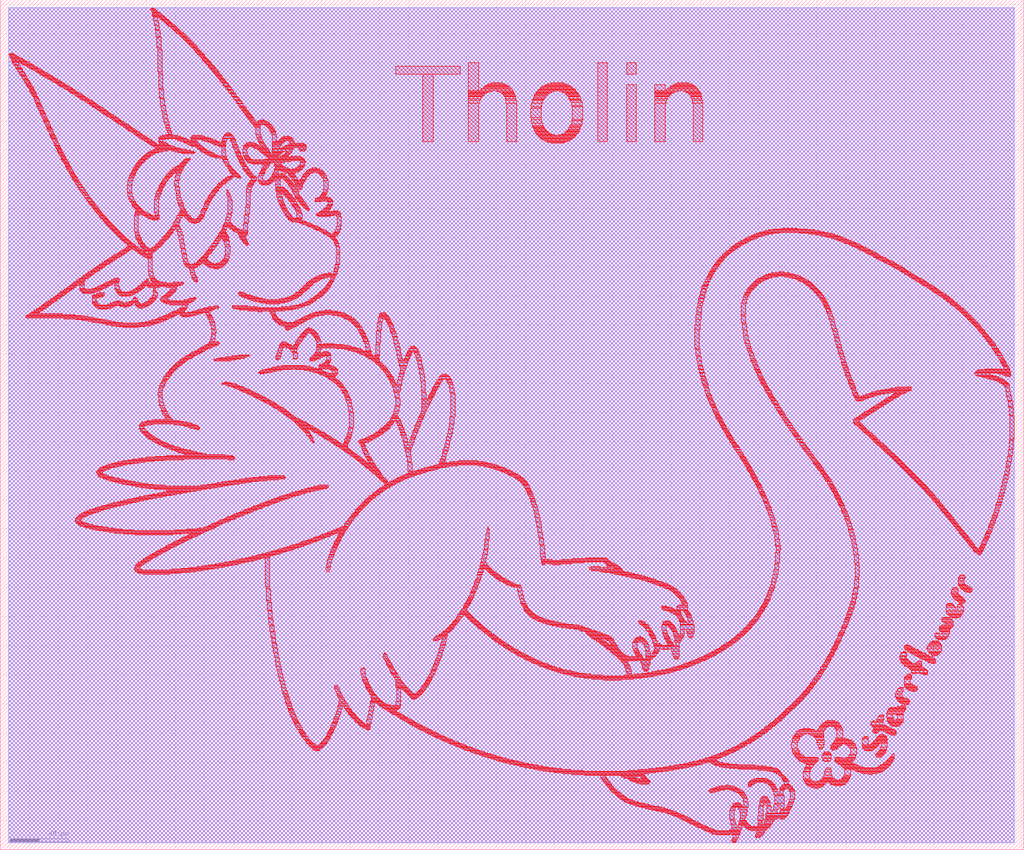
<source format=lef>
VERSION 5.7 ;
  NOWIREEXTENSIONATPIN ON ;
  DIVIDERCHAR "/" ;
  BUSBITCHARS "[]" ;
MACRO tholin
  CLASS BLOCK ;
  FOREIGN tholin ;
  ORIGIN 0.000 0.000 ;
  SIZE 702.000 BY 583.200 ;
  OBS
      LAYER Metal1 ;
        RECT 6.000 4.800 695.400 577.800 ;
      LAYER Metal2 ;
        RECT 6.000 4.800 695.400 577.800 ;
      LAYER Metal3 ;
        RECT 6.000 4.800 695.400 577.800 ;
      LAYER Metal4 ;
        RECT 103.800 577.200 105.000 577.800 ;
        RECT 103.200 576.600 106.200 577.200 ;
        RECT 103.200 576.000 106.800 576.600 ;
        RECT 103.800 575.400 107.400 576.000 ;
        RECT 103.800 574.800 108.000 575.400 ;
        RECT 104.400 574.200 109.200 574.800 ;
        RECT 104.400 573.600 109.800 574.200 ;
        RECT 104.400 573.000 110.400 573.600 ;
        RECT 104.400 572.400 111.000 573.000 ;
        RECT 104.400 571.800 112.200 572.400 ;
        RECT 105.000 571.200 112.800 571.800 ;
        RECT 105.000 568.800 108.000 571.200 ;
        RECT 109.200 570.600 113.400 571.200 ;
        RECT 109.800 570.000 114.000 570.600 ;
        RECT 110.400 569.400 115.200 570.000 ;
        RECT 111.000 568.800 115.800 569.400 ;
        RECT 105.600 565.800 108.600 568.800 ;
        RECT 112.200 568.200 116.400 568.800 ;
        RECT 112.800 567.600 117.000 568.200 ;
        RECT 113.400 567.000 117.600 567.600 ;
        RECT 114.000 566.400 118.200 567.000 ;
        RECT 114.600 565.800 119.400 566.400 ;
        RECT 106.200 562.800 109.200 565.800 ;
        RECT 115.200 565.200 120.000 565.800 ;
        RECT 116.400 564.600 120.600 565.200 ;
        RECT 117.000 564.000 121.200 564.600 ;
        RECT 117.600 563.400 121.800 564.000 ;
        RECT 118.200 562.800 122.400 563.400 ;
        RECT 106.800 562.200 109.200 562.800 ;
        RECT 118.800 562.200 123.000 562.800 ;
        RECT 106.800 558.000 109.800 562.200 ;
        RECT 119.400 561.600 123.600 562.200 ;
        RECT 120.000 561.000 124.200 561.600 ;
        RECT 120.600 560.400 125.400 561.000 ;
        RECT 121.200 559.800 126.000 560.400 ;
        RECT 122.400 559.200 126.600 559.800 ;
        RECT 123.000 558.600 127.200 559.200 ;
        RECT 123.600 558.000 127.800 558.600 ;
        RECT 107.400 557.400 109.800 558.000 ;
        RECT 124.200 557.400 128.400 558.000 ;
        RECT 107.400 550.200 110.400 557.400 ;
        RECT 124.800 556.800 129.000 557.400 ;
        RECT 125.400 556.200 129.600 556.800 ;
        RECT 126.000 555.600 130.200 556.200 ;
        RECT 126.600 555.000 130.800 555.600 ;
        RECT 127.200 554.400 131.400 555.000 ;
        RECT 127.800 553.800 132.000 554.400 ;
        RECT 128.400 553.200 132.600 553.800 ;
        RECT 129.000 552.600 133.200 553.200 ;
        RECT 129.600 552.000 133.800 552.600 ;
        RECT 130.200 551.400 134.400 552.000 ;
        RECT 130.800 550.800 135.000 551.400 ;
        RECT 131.400 550.200 135.000 550.800 ;
        RECT 108.000 549.000 110.400 550.200 ;
        RECT 132.000 549.600 135.600 550.200 ;
        RECT 132.600 549.000 136.200 549.600 ;
        RECT 7.200 546.000 9.000 546.600 ;
        RECT 6.000 545.400 9.600 546.000 ;
        RECT 6.600 544.800 10.800 545.400 ;
        RECT 6.600 544.200 12.000 544.800 ;
        RECT 7.200 543.600 13.200 544.200 ;
        RECT 7.200 543.000 13.800 543.600 ;
        RECT 7.200 542.400 15.000 543.000 ;
        RECT 7.800 541.800 16.200 542.400 ;
        RECT 7.800 541.200 17.400 541.800 ;
        RECT 8.400 540.600 18.600 541.200 ;
        RECT 8.400 540.000 19.800 540.600 ;
        RECT 9.000 538.800 12.600 540.000 ;
        RECT 14.400 539.400 20.400 540.000 ;
        RECT 15.600 538.800 21.600 539.400 ;
        RECT 9.600 538.200 13.200 538.800 ;
        RECT 16.200 538.200 22.800 538.800 ;
        RECT 10.200 537.000 13.800 538.200 ;
        RECT 17.400 537.600 23.400 538.200 ;
        RECT 18.600 537.000 24.600 537.600 ;
        RECT 10.800 536.400 14.400 537.000 ;
        RECT 19.800 536.400 25.800 537.000 ;
        RECT 10.800 535.800 15.000 536.400 ;
        RECT 21.000 535.800 26.400 536.400 ;
        RECT 11.400 535.200 15.000 535.800 ;
        RECT 21.600 535.200 27.600 535.800 ;
        RECT 12.000 534.000 15.600 535.200 ;
        RECT 22.800 534.600 28.800 535.200 ;
        RECT 24.000 534.000 30.000 534.600 ;
        RECT 108.000 534.000 111.000 549.000 ;
        RECT 133.200 548.400 136.800 549.000 ;
        RECT 133.800 547.800 137.400 548.400 ;
        RECT 133.800 547.200 138.000 547.800 ;
        RECT 134.400 546.600 138.600 547.200 ;
        RECT 135.000 546.000 139.200 546.600 ;
        RECT 135.600 545.400 139.800 546.000 ;
        RECT 136.200 544.800 140.400 545.400 ;
        RECT 136.800 544.200 140.400 544.800 ;
        RECT 137.400 543.600 141.000 544.200 ;
        RECT 138.000 543.000 141.600 543.600 ;
        RECT 138.600 542.400 142.200 543.000 ;
        RECT 138.600 541.800 142.800 542.400 ;
        RECT 139.200 541.200 143.400 541.800 ;
        RECT 139.800 540.600 144.000 541.200 ;
        RECT 140.400 540.000 144.600 540.600 ;
        RECT 141.000 539.400 144.600 540.000 ;
        RECT 141.600 538.800 145.200 539.400 ;
        RECT 142.200 538.200 145.800 538.800 ;
        RECT 142.800 537.600 146.400 538.200 ;
        RECT 142.800 537.000 147.000 537.600 ;
        RECT 143.400 536.400 147.600 537.000 ;
        RECT 144.000 535.800 147.600 536.400 ;
        RECT 144.600 535.200 148.200 535.800 ;
        RECT 145.200 534.600 148.800 535.200 ;
        RECT 12.600 533.400 16.200 534.000 ;
        RECT 24.600 533.400 30.600 534.000 ;
        RECT 13.200 532.200 16.800 533.400 ;
        RECT 25.800 532.800 31.800 533.400 ;
        RECT 27.000 532.200 33.000 532.800 ;
        RECT 108.600 532.200 111.000 534.000 ;
        RECT 145.800 534.000 149.400 534.600 ;
        RECT 145.800 533.400 150.000 534.000 ;
        RECT 146.400 532.800 150.000 533.400 ;
        RECT 147.000 532.200 150.600 532.800 ;
        RECT 13.800 531.600 17.400 532.200 ;
        RECT 27.600 531.600 33.600 532.200 ;
        RECT 14.400 531.000 17.400 531.600 ;
        RECT 28.800 531.000 34.800 531.600 ;
        RECT 14.400 530.400 18.000 531.000 ;
        RECT 29.400 530.400 36.000 531.000 ;
        RECT 15.000 529.200 18.600 530.400 ;
        RECT 30.600 529.800 36.600 530.400 ;
        RECT 31.800 529.200 37.800 529.800 ;
        RECT 15.600 528.600 19.200 529.200 ;
        RECT 33.000 528.600 39.000 529.200 ;
        RECT 16.200 528.000 19.200 528.600 ;
        RECT 34.200 528.000 39.600 528.600 ;
        RECT 16.200 527.400 19.800 528.000 ;
        RECT 35.400 527.400 40.800 528.000 ;
        RECT 16.800 526.200 20.400 527.400 ;
        RECT 36.000 526.800 42.000 527.400 ;
        RECT 37.200 526.200 42.600 526.800 ;
        RECT 17.400 525.600 21.000 526.200 ;
        RECT 38.400 525.600 43.800 526.200 ;
        RECT 18.000 525.000 21.000 525.600 ;
        RECT 39.000 525.000 44.400 525.600 ;
        RECT 18.000 524.400 21.600 525.000 ;
        RECT 40.200 524.400 45.600 525.000 ;
        RECT 18.600 523.800 21.600 524.400 ;
        RECT 40.800 523.800 46.800 524.400 ;
        RECT 18.600 523.200 22.200 523.800 ;
        RECT 42.000 523.200 47.400 523.800 ;
        RECT 19.200 522.600 22.800 523.200 ;
        RECT 43.200 522.600 48.600 523.200 ;
        RECT 108.600 522.600 111.600 532.200 ;
        RECT 147.600 531.600 151.200 532.200 ;
        RECT 148.200 531.000 151.800 531.600 ;
        RECT 148.200 530.400 152.400 531.000 ;
        RECT 148.800 529.800 152.400 530.400 ;
        RECT 149.400 529.200 153.000 529.800 ;
        RECT 150.000 528.600 153.600 529.200 ;
        RECT 150.600 528.000 154.200 528.600 ;
        RECT 150.600 527.400 154.800 528.000 ;
        RECT 151.200 526.800 154.800 527.400 ;
        RECT 151.800 526.200 155.400 526.800 ;
        RECT 152.400 525.600 156.000 526.200 ;
        RECT 153.000 524.400 156.600 525.600 ;
        RECT 153.600 523.800 157.200 524.400 ;
        RECT 154.200 523.200 157.800 523.800 ;
        RECT 19.800 522.000 22.800 522.600 ;
        RECT 43.800 522.000 49.800 522.600 ;
        RECT 109.200 522.000 111.600 522.600 ;
        RECT 154.800 522.000 158.400 523.200 ;
        RECT 19.800 521.400 23.400 522.000 ;
        RECT 45.000 521.400 50.400 522.000 ;
        RECT 20.400 520.800 23.400 521.400 ;
        RECT 46.200 520.800 51.600 521.400 ;
        RECT 20.400 520.200 24.000 520.800 ;
        RECT 46.800 520.200 52.200 520.800 ;
        RECT 21.000 519.600 24.000 520.200 ;
        RECT 48.000 519.600 53.400 520.200 ;
        RECT 21.000 519.000 24.600 519.600 ;
        RECT 48.600 519.000 54.000 519.600 ;
        RECT 21.600 518.400 24.600 519.000 ;
        RECT 49.800 518.400 55.200 519.000 ;
        RECT 21.600 517.800 25.200 518.400 ;
        RECT 51.000 517.800 56.400 518.400 ;
        RECT 22.200 517.200 25.200 517.800 ;
        RECT 51.600 517.200 57.000 517.800 ;
        RECT 22.200 516.600 25.800 517.200 ;
        RECT 52.800 516.600 58.200 517.200 ;
        RECT 22.800 516.000 25.800 516.600 ;
        RECT 53.400 516.000 58.800 516.600 ;
        RECT 109.200 516.000 112.200 522.000 ;
        RECT 155.400 521.400 159.000 522.000 ;
        RECT 156.000 520.800 159.600 521.400 ;
        RECT 156.600 519.600 160.200 520.800 ;
        RECT 157.200 519.000 160.800 519.600 ;
        RECT 157.800 518.400 161.400 519.000 ;
        RECT 158.400 517.200 162.000 518.400 ;
        RECT 159.000 516.600 162.600 517.200 ;
        RECT 159.600 516.000 163.200 516.600 ;
        RECT 22.800 515.400 26.400 516.000 ;
        RECT 54.600 515.400 60.000 516.000 ;
        RECT 109.800 515.400 112.200 516.000 ;
        RECT 23.400 514.200 26.400 515.400 ;
        RECT 55.200 514.800 60.600 515.400 ;
        RECT 56.400 514.200 61.800 514.800 ;
        RECT 24.000 513.000 27.000 514.200 ;
        RECT 57.600 513.600 63.000 514.200 ;
        RECT 58.200 513.000 63.600 513.600 ;
        RECT 24.000 512.400 27.600 513.000 ;
        RECT 59.400 512.400 64.800 513.000 ;
        RECT 24.600 511.800 27.600 512.400 ;
        RECT 60.000 511.800 65.400 512.400 ;
        RECT 24.600 511.200 28.200 511.800 ;
        RECT 61.200 511.200 66.600 511.800 ;
        RECT 25.200 510.600 28.200 511.200 ;
        RECT 61.800 510.600 67.200 511.200 ;
        RECT 109.800 510.600 112.800 515.400 ;
        RECT 160.200 514.800 163.800 516.000 ;
        RECT 160.800 514.200 164.400 514.800 ;
        RECT 161.400 513.600 165.000 514.200 ;
        RECT 162.000 512.400 165.600 513.600 ;
        RECT 162.600 511.800 166.200 512.400 ;
        RECT 163.200 510.600 166.800 511.800 ;
        RECT 25.200 510.000 28.800 510.600 ;
        RECT 63.000 510.000 68.400 510.600 ;
        RECT 25.800 508.800 28.800 510.000 ;
        RECT 63.600 509.400 69.000 510.000 ;
        RECT 64.800 508.800 70.200 509.400 ;
        RECT 26.400 507.600 29.400 508.800 ;
        RECT 65.400 508.200 70.800 508.800 ;
        RECT 66.600 507.600 72.000 508.200 ;
        RECT 26.400 507.000 30.000 507.600 ;
        RECT 67.200 507.000 72.600 507.600 ;
        RECT 110.400 507.000 113.400 510.600 ;
        RECT 163.800 510.000 167.400 510.600 ;
        RECT 164.400 509.400 168.000 510.000 ;
        RECT 164.400 508.800 168.600 509.400 ;
        RECT 165.000 508.200 168.600 508.800 ;
        RECT 165.600 507.600 169.200 508.200 ;
        RECT 165.600 507.000 169.800 507.600 ;
        RECT 27.000 506.400 30.000 507.000 ;
        RECT 68.400 506.400 73.800 507.000 ;
        RECT 27.000 505.800 30.600 506.400 ;
        RECT 69.000 505.800 74.400 506.400 ;
        RECT 27.600 505.200 30.600 505.800 ;
        RECT 70.200 505.200 75.600 505.800 ;
        RECT 27.600 504.600 31.200 505.200 ;
        RECT 70.800 504.600 76.200 505.200 ;
        RECT 111.000 504.600 114.000 507.000 ;
        RECT 166.200 506.400 170.400 507.000 ;
        RECT 166.800 505.800 170.400 506.400 ;
        RECT 167.400 505.200 171.000 505.800 ;
        RECT 168.000 504.600 171.600 505.200 ;
        RECT 28.200 503.400 31.200 504.600 ;
        RECT 72.000 504.000 77.400 504.600 ;
        RECT 72.600 503.400 78.000 504.000 ;
        RECT 28.800 502.200 31.800 503.400 ;
        RECT 73.800 502.800 79.200 503.400 ;
        RECT 75.000 502.200 79.800 502.800 ;
        RECT 28.800 501.600 32.400 502.200 ;
        RECT 75.600 501.600 81.000 502.200 ;
        RECT 111.600 501.600 114.600 504.600 ;
        RECT 168.000 504.000 172.200 504.600 ;
        RECT 168.600 503.400 172.200 504.000 ;
        RECT 169.200 502.800 172.800 503.400 ;
        RECT 169.800 502.200 173.400 502.800 ;
        RECT 169.800 501.600 174.000 502.200 ;
        RECT 29.400 501.000 32.400 501.600 ;
        RECT 76.800 501.000 81.600 501.600 ;
        RECT 29.400 500.400 33.000 501.000 ;
        RECT 77.400 500.400 82.800 501.000 ;
        RECT 30.000 499.800 33.000 500.400 ;
        RECT 78.600 499.800 83.400 500.400 ;
        RECT 30.000 499.200 33.600 499.800 ;
        RECT 79.200 499.200 84.600 499.800 ;
        RECT 112.200 499.200 115.200 501.600 ;
        RECT 170.400 501.000 174.000 501.600 ;
        RECT 171.000 500.400 174.600 501.000 ;
        RECT 178.800 500.400 180.600 501.000 ;
        RECT 171.600 499.200 175.200 500.400 ;
        RECT 177.000 499.800 181.800 500.400 ;
        RECT 176.400 499.200 183.000 499.800 ;
        RECT 30.600 498.000 33.600 499.200 ;
        RECT 80.400 498.600 85.200 499.200 ;
        RECT 81.000 498.000 86.400 498.600 ;
        RECT 31.200 496.800 34.200 498.000 ;
        RECT 82.200 497.400 87.000 498.000 ;
        RECT 112.800 497.400 115.800 499.200 ;
        RECT 172.200 498.600 184.200 499.200 ;
        RECT 172.800 498.000 184.800 498.600 ;
        RECT 82.800 496.800 88.200 497.400 ;
        RECT 113.400 496.800 115.800 497.400 ;
        RECT 173.400 497.400 178.800 498.000 ;
        RECT 180.000 497.400 185.400 498.000 ;
        RECT 173.400 496.800 178.200 497.400 ;
        RECT 181.200 496.800 186.000 497.400 ;
        RECT 31.200 496.200 34.800 496.800 ;
        RECT 84.000 496.200 88.800 496.800 ;
        RECT 31.800 495.600 34.800 496.200 ;
        RECT 84.600 495.600 90.000 496.200 ;
        RECT 113.400 495.600 116.400 496.800 ;
        RECT 174.000 496.200 178.200 496.800 ;
        RECT 182.400 496.200 186.600 496.800 ;
        RECT 174.600 495.600 178.200 496.200 ;
        RECT 183.000 495.600 187.200 496.200 ;
        RECT 31.800 495.000 35.400 495.600 ;
        RECT 85.800 495.000 90.600 495.600 ;
        RECT 114.000 495.000 116.400 495.600 ;
        RECT 32.400 494.400 35.400 495.000 ;
        RECT 86.400 494.400 91.800 495.000 ;
        RECT 32.400 493.800 36.000 494.400 ;
        RECT 87.600 493.800 92.400 494.400 ;
        RECT 114.000 493.800 117.000 495.000 ;
        RECT 33.000 492.600 36.000 493.800 ;
        RECT 88.200 493.200 93.600 493.800 ;
        RECT 114.600 493.200 117.000 493.800 ;
        RECT 89.400 492.600 94.200 493.200 ;
        RECT 33.600 491.400 36.600 492.600 ;
        RECT 90.000 492.000 95.400 492.600 ;
        RECT 114.600 492.000 117.600 493.200 ;
        RECT 91.200 491.400 96.000 492.000 ;
        RECT 33.600 490.800 37.200 491.400 ;
        RECT 91.800 490.800 97.200 491.400 ;
        RECT 115.200 490.800 117.600 492.000 ;
        RECT 155.400 491.400 157.800 492.000 ;
        RECT 154.200 490.800 158.400 491.400 ;
        RECT 175.200 490.800 178.200 495.600 ;
        RECT 183.600 495.000 187.200 495.600 ;
        RECT 184.200 494.400 187.800 495.000 ;
        RECT 184.800 493.800 187.800 494.400 ;
        RECT 184.800 493.200 188.400 493.800 ;
        RECT 185.400 492.600 188.400 493.200 ;
        RECT 185.400 492.000 189.000 492.600 ;
        RECT 186.000 490.800 189.000 492.000 ;
        RECT 34.200 490.200 37.200 490.800 ;
        RECT 93.000 490.200 97.800 490.800 ;
        RECT 113.400 490.200 118.200 490.800 ;
        RECT 153.600 490.200 159.000 490.800 ;
        RECT 34.200 489.600 37.800 490.200 ;
        RECT 93.600 489.600 99.000 490.200 ;
        RECT 111.000 489.600 121.800 490.200 ;
        RECT 132.000 489.600 138.600 490.200 ;
        RECT 153.600 489.600 159.600 490.200 ;
        RECT 34.800 489.000 37.800 489.600 ;
        RECT 94.800 489.000 100.200 489.600 ;
        RECT 109.800 489.000 123.600 489.600 ;
        RECT 131.400 489.000 140.400 489.600 ;
        RECT 34.800 488.400 38.400 489.000 ;
        RECT 95.400 488.400 100.800 489.000 ;
        RECT 109.200 488.400 125.400 489.000 ;
        RECT 130.800 488.400 142.800 489.000 ;
        RECT 153.000 488.400 160.200 489.600 ;
        RECT 175.800 489.000 178.800 490.800 ;
        RECT 175.800 488.400 179.400 489.000 ;
        RECT 35.400 487.800 38.400 488.400 ;
        RECT 96.600 487.800 102.000 488.400 ;
        RECT 108.600 487.800 127.200 488.400 ;
        RECT 130.800 487.800 144.600 488.400 ;
        RECT 152.400 487.800 156.000 488.400 ;
        RECT 157.200 487.800 160.800 488.400 ;
        RECT 35.400 487.200 39.000 487.800 ;
        RECT 97.200 487.200 102.600 487.800 ;
        RECT 108.600 487.200 113.400 487.800 ;
        RECT 120.000 487.200 128.400 487.800 ;
        RECT 130.800 487.200 145.800 487.800 ;
        RECT 36.000 486.000 39.000 487.200 ;
        RECT 98.400 486.600 103.800 487.200 ;
        RECT 99.000 486.000 104.400 486.600 ;
        RECT 108.600 486.000 111.600 487.200 ;
        RECT 121.800 486.600 129.600 487.200 ;
        RECT 130.800 486.600 134.400 487.200 ;
        RECT 138.600 486.600 147.600 487.200 ;
        RECT 152.400 486.600 155.400 487.800 ;
        RECT 157.800 487.200 160.800 487.800 ;
        RECT 176.400 487.200 179.400 488.400 ;
        RECT 157.800 486.600 161.400 487.200 ;
        RECT 123.600 486.000 134.400 486.600 ;
        RECT 140.400 486.000 148.800 486.600 ;
        RECT 151.800 486.000 155.400 486.600 ;
        RECT 36.600 484.800 39.600 486.000 ;
        RECT 100.200 485.400 105.600 486.000 ;
        RECT 108.600 485.400 112.200 486.000 ;
        RECT 125.400 485.400 135.000 486.000 ;
        RECT 142.200 485.400 150.600 486.000 ;
        RECT 151.800 485.400 154.800 486.000 ;
        RECT 158.400 485.400 161.400 486.600 ;
        RECT 177.000 486.000 180.000 487.200 ;
        RECT 186.600 486.000 189.600 490.800 ;
        RECT 194.400 489.000 198.600 489.600 ;
        RECT 193.200 488.400 199.800 489.000 ;
        RECT 192.600 487.800 200.400 488.400 ;
        RECT 192.000 487.200 201.000 487.800 ;
        RECT 191.400 486.600 201.000 487.200 ;
        RECT 190.800 486.000 195.000 486.600 ;
        RECT 198.000 486.000 201.600 486.600 ;
        RECT 177.000 485.400 180.600 486.000 ;
        RECT 100.800 484.800 106.800 485.400 ;
        RECT 109.200 484.800 113.400 485.400 ;
        RECT 126.600 484.800 135.600 485.400 ;
        RECT 144.000 484.800 154.800 485.400 ;
        RECT 37.200 483.600 40.200 484.800 ;
        RECT 102.000 484.200 107.400 484.800 ;
        RECT 109.200 484.200 114.600 484.800 ;
        RECT 127.800 484.200 136.200 484.800 ;
        RECT 145.800 484.200 154.800 484.800 ;
        RECT 103.200 483.600 115.200 484.200 ;
        RECT 129.000 483.600 136.800 484.200 ;
        RECT 147.000 483.600 154.800 484.200 ;
        RECT 159.000 484.200 162.000 485.400 ;
        RECT 169.800 484.800 173.400 485.400 ;
        RECT 177.600 484.800 180.600 485.400 ;
        RECT 186.600 485.400 194.400 486.000 ;
        RECT 186.600 484.800 193.800 485.400 ;
        RECT 198.600 484.800 201.600 486.000 ;
        RECT 168.600 484.200 175.200 484.800 ;
        RECT 177.600 484.200 181.200 484.800 ;
        RECT 186.600 484.200 193.200 484.800 ;
        RECT 198.600 484.200 208.200 484.800 ;
        RECT 159.000 483.600 162.600 484.200 ;
        RECT 168.000 483.600 176.400 484.200 ;
        RECT 37.200 483.000 40.800 483.600 ;
        RECT 103.800 483.000 117.000 483.600 ;
        RECT 130.200 483.000 137.400 483.600 ;
        RECT 148.800 483.000 154.800 483.600 ;
        RECT 37.800 482.400 40.800 483.000 ;
        RECT 105.000 482.400 118.200 483.000 ;
        RECT 131.400 482.400 138.000 483.000 ;
        RECT 150.000 482.400 154.800 483.000 ;
        RECT 159.600 482.400 162.600 483.600 ;
        RECT 167.400 483.000 177.000 483.600 ;
        RECT 178.200 483.000 181.800 484.200 ;
        RECT 186.600 483.600 192.600 484.200 ;
        RECT 198.000 483.600 209.400 484.200 ;
        RECT 166.800 482.400 182.400 483.000 ;
        RECT 37.800 481.800 41.400 482.400 ;
        RECT 105.600 481.800 120.000 482.400 ;
        RECT 134.400 481.800 139.200 482.400 ;
        RECT 38.400 481.200 41.400 481.800 ;
        RECT 106.800 481.200 122.400 481.800 ;
        RECT 135.000 481.200 139.800 481.800 ;
        RECT 38.400 480.600 42.000 481.200 ;
        RECT 106.800 480.600 124.800 481.200 ;
        RECT 135.600 480.600 141.000 481.200 ;
        RECT 39.000 480.000 42.000 480.600 ;
        RECT 105.000 480.000 127.800 480.600 ;
        RECT 136.800 480.000 141.600 480.600 ;
        RECT 151.800 480.000 154.200 482.400 ;
        RECT 159.600 481.800 163.200 482.400 ;
        RECT 160.200 480.600 163.200 481.800 ;
        RECT 166.800 481.800 170.400 482.400 ;
        RECT 173.400 481.800 182.400 482.400 ;
        RECT 186.600 482.400 192.000 483.600 ;
        RECT 196.200 483.000 210.000 483.600 ;
        RECT 195.000 482.400 210.000 483.000 ;
        RECT 166.800 480.600 169.800 481.800 ;
        RECT 174.600 481.200 183.000 481.800 ;
        RECT 186.600 481.200 191.400 482.400 ;
        RECT 193.800 481.800 210.000 482.400 ;
        RECT 192.600 481.200 201.000 481.800 ;
        RECT 175.800 480.600 183.600 481.200 ;
        RECT 186.600 480.600 201.000 481.200 ;
        RECT 205.200 480.600 210.000 481.800 ;
        RECT 39.000 479.400 42.600 480.000 ;
        RECT 103.800 479.400 114.600 480.000 ;
        RECT 117.600 479.400 130.200 480.000 ;
        RECT 137.400 479.400 142.800 480.000 ;
        RECT 39.600 478.800 42.600 479.400 ;
        RECT 102.600 478.800 111.000 479.400 ;
        RECT 120.000 478.800 132.600 479.400 ;
        RECT 138.000 478.800 144.000 479.400 ;
        RECT 39.600 478.200 43.200 478.800 ;
        RECT 102.000 478.200 108.600 478.800 ;
        RECT 122.400 478.200 133.800 478.800 ;
        RECT 139.200 478.200 145.200 478.800 ;
        RECT 40.200 477.600 43.200 478.200 ;
        RECT 100.800 477.600 106.800 478.200 ;
        RECT 124.800 477.600 133.200 478.200 ;
        RECT 140.400 477.600 146.400 478.200 ;
        RECT 40.200 477.000 43.800 477.600 ;
        RECT 100.200 477.000 105.600 477.600 ;
        RECT 141.000 477.000 147.600 477.600 ;
        RECT 40.800 476.400 43.800 477.000 ;
        RECT 99.000 476.400 104.400 477.000 ;
        RECT 142.200 476.400 148.800 477.000 ;
        RECT 40.800 475.800 44.400 476.400 ;
        RECT 98.400 475.800 103.200 476.400 ;
        RECT 144.000 475.800 150.000 476.400 ;
        RECT 151.800 475.800 154.800 480.000 ;
        RECT 160.800 479.400 163.800 480.600 ;
        RECT 160.800 478.800 164.400 479.400 ;
        RECT 161.400 478.200 164.400 478.800 ;
        RECT 166.200 478.200 169.200 480.600 ;
        RECT 176.400 480.000 184.200 480.600 ;
        RECT 177.600 479.400 184.200 480.000 ;
        RECT 186.600 479.400 200.400 480.600 ;
        RECT 205.200 480.000 209.400 480.600 ;
        RECT 205.800 479.400 208.800 480.000 ;
        RECT 178.200 478.800 184.800 479.400 ;
        RECT 186.600 478.800 194.400 479.400 ;
        RECT 178.800 478.200 185.400 478.800 ;
        RECT 161.400 477.600 165.000 478.200 ;
        RECT 162.000 476.400 165.000 477.600 ;
        RECT 166.800 476.400 169.800 478.200 ;
        RECT 180.000 477.600 185.400 478.200 ;
        RECT 186.600 478.200 193.200 478.800 ;
        RECT 196.200 478.200 199.800 479.400 ;
        RECT 186.600 477.600 192.600 478.200 ;
        RECT 195.600 477.600 199.200 478.200 ;
        RECT 180.600 477.000 192.000 477.600 ;
        RECT 195.000 477.000 198.600 477.600 ;
        RECT 181.200 476.400 191.400 477.000 ;
        RECT 193.800 476.400 198.000 477.000 ;
        RECT 162.000 475.800 165.600 476.400 ;
        RECT 166.800 475.800 170.400 476.400 ;
        RECT 182.400 475.800 190.800 476.400 ;
        RECT 193.200 475.800 197.400 476.400 ;
        RECT 41.400 475.200 44.400 475.800 ;
        RECT 97.800 475.200 102.600 475.800 ;
        RECT 145.200 475.200 155.400 475.800 ;
        RECT 41.400 474.600 45.000 475.200 ;
        RECT 97.200 474.600 102.000 475.200 ;
        RECT 147.600 474.600 155.400 475.200 ;
        RECT 162.600 475.200 165.600 475.800 ;
        RECT 167.400 475.200 170.400 475.800 ;
        RECT 183.000 475.200 190.800 475.800 ;
        RECT 192.000 475.200 197.400 475.800 ;
        RECT 199.200 475.200 205.800 475.800 ;
        RECT 162.600 474.600 166.200 475.200 ;
        RECT 167.400 474.600 171.000 475.200 ;
        RECT 183.600 474.600 207.000 475.200 ;
        RECT 42.000 474.000 45.000 474.600 ;
        RECT 96.600 474.000 100.800 474.600 ;
        RECT 127.800 474.000 130.200 474.600 ;
        RECT 42.000 473.400 45.600 474.000 ;
        RECT 96.000 473.400 100.200 474.000 ;
        RECT 126.600 473.400 130.200 474.000 ;
        RECT 152.400 474.000 155.400 474.600 ;
        RECT 163.200 474.000 166.200 474.600 ;
        RECT 168.000 474.000 171.600 474.600 ;
        RECT 183.600 474.000 208.200 474.600 ;
        RECT 152.400 473.400 156.000 474.000 ;
        RECT 163.200 473.400 166.800 474.000 ;
        RECT 168.000 473.400 172.800 474.000 ;
        RECT 181.200 473.400 208.800 474.000 ;
        RECT 42.600 472.800 45.600 473.400 ;
        RECT 95.400 472.800 99.600 473.400 ;
        RECT 126.000 472.800 129.600 473.400 ;
        RECT 42.600 472.200 46.200 472.800 ;
        RECT 94.800 472.200 99.000 472.800 ;
        RECT 125.400 472.200 129.000 472.800 ;
        RECT 153.000 472.200 156.000 473.400 ;
        RECT 163.800 472.800 166.800 473.400 ;
        RECT 168.600 472.800 208.800 473.400 ;
        RECT 163.800 472.200 167.400 472.800 ;
        RECT 169.200 472.200 199.200 472.800 ;
        RECT 205.800 472.200 208.800 472.800 ;
        RECT 43.200 471.600 46.800 472.200 ;
        RECT 94.200 471.600 98.400 472.200 ;
        RECT 124.800 471.600 128.400 472.200 ;
        RECT 43.800 471.000 46.800 471.600 ;
        RECT 93.600 471.000 97.800 471.600 ;
        RECT 124.200 471.000 127.800 471.600 ;
        RECT 153.600 471.000 156.600 472.200 ;
        RECT 164.400 471.600 167.400 472.200 ;
        RECT 169.800 471.600 195.000 472.200 ;
        RECT 205.800 471.600 209.400 472.200 ;
        RECT 164.400 471.000 168.000 471.600 ;
        RECT 171.000 471.000 185.400 471.600 ;
        RECT 43.800 470.400 47.400 471.000 ;
        RECT 93.600 470.400 97.200 471.000 ;
        RECT 123.600 470.400 127.200 471.000 ;
        RECT 44.400 469.800 47.400 470.400 ;
        RECT 93.000 469.800 96.600 470.400 ;
        RECT 123.000 469.800 127.200 470.400 ;
        RECT 154.200 469.800 157.200 471.000 ;
        RECT 165.000 470.400 168.000 471.000 ;
        RECT 172.800 470.400 184.800 471.000 ;
        RECT 165.000 469.800 168.600 470.400 ;
        RECT 44.400 469.200 48.000 469.800 ;
        RECT 45.000 468.600 48.000 469.200 ;
        RECT 92.400 469.200 96.000 469.800 ;
        RECT 121.800 469.200 126.600 469.800 ;
        RECT 154.800 469.200 157.800 469.800 ;
        RECT 165.600 469.200 168.600 469.800 ;
        RECT 180.600 469.800 184.800 470.400 ;
        RECT 187.800 470.400 192.600 471.600 ;
        RECT 187.800 469.800 193.200 470.400 ;
        RECT 205.800 469.800 208.800 471.600 ;
        RECT 180.600 469.200 184.200 469.800 ;
        RECT 187.800 469.200 193.800 469.800 ;
        RECT 205.200 469.200 208.800 469.800 ;
        RECT 92.400 468.600 95.400 469.200 ;
        RECT 120.600 468.600 126.000 469.200 ;
        RECT 155.400 468.600 158.400 469.200 ;
        RECT 165.600 468.600 169.200 469.200 ;
        RECT 45.000 468.000 48.600 468.600 ;
        RECT 91.800 468.000 95.400 468.600 ;
        RECT 120.000 468.000 126.000 468.600 ;
        RECT 156.000 468.000 158.400 468.600 ;
        RECT 45.600 467.400 48.600 468.000 ;
        RECT 91.200 467.400 94.800 468.000 ;
        RECT 118.800 467.400 125.400 468.000 ;
        RECT 156.000 467.400 159.000 468.000 ;
        RECT 166.200 467.400 169.800 468.600 ;
        RECT 180.000 468.000 183.600 469.200 ;
        RECT 188.400 468.600 194.400 469.200 ;
        RECT 204.600 468.600 208.200 469.200 ;
        RECT 188.400 468.000 195.600 468.600 ;
        RECT 204.000 468.000 208.200 468.600 ;
        RECT 179.400 467.400 183.000 468.000 ;
        RECT 188.400 467.400 196.800 468.000 ;
        RECT 202.800 467.400 207.600 468.000 ;
        RECT 214.200 467.400 217.200 468.000 ;
        RECT 45.600 466.800 49.200 467.400 ;
        RECT 91.200 466.800 94.200 467.400 ;
        RECT 118.200 466.800 125.400 467.400 ;
        RECT 156.600 466.800 159.600 467.400 ;
        RECT 166.800 466.800 170.400 467.400 ;
        RECT 179.400 466.800 182.400 467.400 ;
        RECT 46.200 465.600 49.800 466.800 ;
        RECT 90.600 466.200 94.200 466.800 ;
        RECT 117.600 466.200 124.800 466.800 ;
        RECT 156.600 466.200 160.200 466.800 ;
        RECT 167.400 466.200 170.400 466.800 ;
        RECT 178.800 466.200 182.400 466.800 ;
        RECT 187.800 466.800 198.600 467.400 ;
        RECT 200.400 466.800 207.000 467.400 ;
        RECT 212.400 466.800 219.000 467.400 ;
        RECT 187.800 466.200 206.400 466.800 ;
        RECT 211.200 466.200 219.600 466.800 ;
        RECT 90.600 465.600 93.600 466.200 ;
        RECT 117.000 465.600 124.800 466.200 ;
        RECT 157.200 465.600 160.800 466.200 ;
        RECT 167.400 465.600 171.000 466.200 ;
        RECT 178.800 465.600 181.800 466.200 ;
        RECT 46.800 465.000 50.400 465.600 ;
        RECT 47.400 464.400 50.400 465.000 ;
        RECT 90.000 465.000 93.600 465.600 ;
        RECT 116.400 465.000 124.200 465.600 ;
        RECT 90.000 464.400 93.000 465.000 ;
        RECT 115.800 464.400 124.200 465.000 ;
        RECT 157.800 465.000 161.400 465.600 ;
        RECT 168.000 465.000 171.600 465.600 ;
        RECT 178.200 465.000 181.800 465.600 ;
        RECT 187.800 465.000 190.800 466.200 ;
        RECT 192.600 465.600 205.200 466.200 ;
        RECT 210.600 465.600 220.800 466.200 ;
        RECT 193.800 465.000 204.600 465.600 ;
        RECT 210.000 465.000 221.400 465.600 ;
        RECT 157.800 464.400 162.000 465.000 ;
        RECT 168.600 464.400 172.200 465.000 ;
        RECT 178.200 464.400 181.200 465.000 ;
        RECT 47.400 463.800 51.000 464.400 ;
        RECT 48.000 463.200 51.000 463.800 ;
        RECT 89.400 463.800 93.000 464.400 ;
        RECT 115.200 463.800 119.400 464.400 ;
        RECT 89.400 463.200 92.400 463.800 ;
        RECT 114.600 463.200 118.800 463.800 ;
        RECT 48.000 462.600 51.600 463.200 ;
        RECT 88.800 462.600 92.400 463.200 ;
        RECT 114.000 462.600 118.200 463.200 ;
        RECT 120.600 462.600 123.600 464.400 ;
        RECT 158.400 463.800 162.600 464.400 ;
        RECT 168.600 463.800 172.800 464.400 ;
        RECT 159.000 463.200 163.200 463.800 ;
        RECT 169.200 463.200 172.800 463.800 ;
        RECT 177.600 463.800 181.200 464.400 ;
        RECT 187.200 463.800 190.800 465.000 ;
        RECT 195.600 464.400 202.800 465.000 ;
        RECT 209.400 464.400 214.200 465.000 ;
        RECT 216.600 464.400 222.000 465.000 ;
        RECT 192.600 463.800 193.200 464.400 ;
        RECT 197.400 463.800 201.600 464.400 ;
        RECT 208.800 463.800 213.000 464.400 ;
        RECT 218.400 463.800 222.600 464.400 ;
        RECT 159.000 462.600 163.800 463.200 ;
        RECT 169.800 462.600 173.400 463.200 ;
        RECT 177.600 462.600 180.600 463.800 ;
        RECT 186.600 463.200 195.000 463.800 ;
        RECT 198.000 463.200 201.600 463.800 ;
        RECT 208.200 463.200 212.400 463.800 ;
        RECT 219.000 463.200 222.600 463.800 ;
        RECT 186.600 462.600 195.600 463.200 ;
        RECT 198.000 462.600 202.200 463.200 ;
        RECT 48.600 462.000 52.200 462.600 ;
        RECT 49.200 461.400 52.200 462.000 ;
        RECT 88.800 461.400 91.800 462.600 ;
        RECT 113.400 462.000 117.600 462.600 ;
        RECT 49.200 460.800 52.800 461.400 ;
        RECT 49.800 460.200 52.800 460.800 ;
        RECT 88.200 460.800 91.800 461.400 ;
        RECT 112.800 461.400 117.000 462.000 ;
        RECT 112.800 460.800 116.400 461.400 ;
        RECT 49.800 459.600 53.400 460.200 ;
        RECT 50.400 459.000 54.000 459.600 ;
        RECT 88.200 459.000 91.200 460.800 ;
        RECT 112.200 460.200 115.800 460.800 ;
        RECT 111.600 459.000 115.200 460.200 ;
        RECT 120.000 459.600 123.000 462.600 ;
        RECT 157.800 462.000 164.400 462.600 ;
        RECT 170.400 462.000 174.600 462.600 ;
        RECT 156.000 461.400 159.600 462.000 ;
        RECT 161.400 461.400 165.000 462.000 ;
        RECT 171.000 461.400 175.200 462.000 ;
        RECT 154.800 460.800 159.000 461.400 ;
        RECT 162.600 460.800 165.000 461.400 ;
        RECT 171.600 460.800 175.800 461.400 ;
        RECT 154.200 460.200 158.400 460.800 ;
        RECT 153.000 459.600 157.800 460.200 ;
        RECT 172.200 459.600 175.800 460.800 ;
        RECT 120.000 459.000 122.400 459.600 ;
        RECT 152.400 459.000 156.600 459.600 ;
        RECT 171.600 459.000 175.800 459.600 ;
        RECT 177.000 459.000 180.000 462.600 ;
        RECT 186.000 462.000 196.200 462.600 ;
        RECT 198.600 462.000 202.200 462.600 ;
        RECT 207.600 462.600 211.800 463.200 ;
        RECT 219.600 462.600 223.200 463.200 ;
        RECT 207.600 462.000 211.200 462.600 ;
        RECT 186.000 461.400 196.800 462.000 ;
        RECT 199.200 461.400 202.800 462.000 ;
        RECT 207.000 461.400 210.600 462.000 ;
        RECT 220.200 461.400 223.800 462.600 ;
        RECT 185.400 460.800 197.400 461.400 ;
        RECT 184.800 460.200 192.600 460.800 ;
        RECT 193.800 460.200 198.000 460.800 ;
        RECT 199.800 460.200 203.400 461.400 ;
        RECT 206.400 460.200 210.000 461.400 ;
        RECT 220.800 460.800 223.800 461.400 ;
        RECT 184.200 459.600 187.800 460.200 ;
        RECT 183.000 459.000 187.800 459.600 ;
        RECT 189.000 459.000 192.000 460.200 ;
        RECT 194.400 459.600 198.600 460.200 ;
        RECT 200.400 459.600 204.000 460.200 ;
        RECT 205.800 459.600 209.400 460.200 ;
        RECT 195.000 459.000 199.200 459.600 ;
        RECT 201.000 459.000 204.600 459.600 ;
        RECT 205.800 459.000 208.800 459.600 ;
        RECT 221.400 459.000 224.400 460.800 ;
        RECT 51.000 458.400 54.000 459.000 ;
        RECT 51.000 457.800 54.600 458.400 ;
        RECT 51.600 456.600 55.200 457.800 ;
        RECT 52.200 456.000 55.800 456.600 ;
        RECT 87.600 456.000 90.600 459.000 ;
        RECT 111.000 458.400 114.600 459.000 ;
        RECT 110.400 457.800 114.000 458.400 ;
        RECT 110.400 457.200 113.400 457.800 ;
        RECT 109.800 456.600 113.400 457.200 ;
        RECT 109.800 456.000 112.800 456.600 ;
        RECT 52.800 454.800 56.400 456.000 ;
        RECT 53.400 454.200 57.000 454.800 ;
        RECT 54.000 453.000 57.600 454.200 ;
        RECT 54.600 452.400 58.200 453.000 ;
        RECT 55.200 451.200 58.800 452.400 ;
        RECT 87.000 451.200 90.000 456.000 ;
        RECT 109.200 455.400 112.800 456.000 ;
        RECT 119.400 455.400 122.400 459.000 ;
        RECT 151.800 458.400 156.000 459.000 ;
        RECT 171.000 458.400 175.200 459.000 ;
        RECT 177.000 458.400 187.200 459.000 ;
        RECT 151.200 457.800 155.400 458.400 ;
        RECT 171.000 457.800 174.600 458.400 ;
        RECT 177.600 457.800 186.600 458.400 ;
        RECT 150.000 457.200 154.800 457.800 ;
        RECT 170.400 457.200 174.000 457.800 ;
        RECT 177.600 457.200 185.400 457.800 ;
        RECT 149.400 456.600 154.200 457.200 ;
        RECT 169.800 456.600 174.000 457.200 ;
        RECT 178.200 456.600 184.800 457.200 ;
        RECT 188.400 456.600 192.000 459.000 ;
        RECT 195.600 458.400 199.800 459.000 ;
        RECT 201.600 458.400 208.800 459.000 ;
        RECT 196.200 457.800 200.400 458.400 ;
        RECT 201.600 457.800 208.200 458.400 ;
        RECT 196.800 457.200 201.000 457.800 ;
        RECT 148.800 456.000 153.000 456.600 ;
        RECT 169.800 456.000 173.400 456.600 ;
        RECT 179.400 456.000 183.600 456.600 ;
        RECT 148.800 455.400 152.400 456.000 ;
        RECT 169.800 455.400 172.800 456.000 ;
        RECT 109.200 454.800 112.200 455.400 ;
        RECT 108.600 454.200 112.200 454.800 ;
        RECT 120.000 454.800 122.400 455.400 ;
        RECT 148.200 454.800 151.800 455.400 ;
        RECT 169.200 454.800 172.800 455.400 ;
        RECT 189.000 454.800 192.000 456.600 ;
        RECT 197.400 456.600 201.000 457.200 ;
        RECT 202.200 457.200 208.200 457.800 ;
        RECT 202.200 456.600 207.600 457.200 ;
        RECT 197.400 456.000 207.600 456.600 ;
        RECT 198.000 455.400 207.600 456.000 ;
        RECT 198.600 454.800 207.000 455.400 ;
        RECT 108.600 453.600 111.600 454.200 ;
        RECT 108.000 453.000 111.600 453.600 ;
        RECT 108.000 452.400 111.000 453.000 ;
        RECT 120.000 452.400 123.000 454.800 ;
        RECT 147.600 454.200 151.200 454.800 ;
        RECT 147.000 453.600 150.600 454.200 ;
        RECT 146.400 453.000 150.000 453.600 ;
        RECT 169.200 453.000 172.200 454.800 ;
        RECT 145.800 452.400 150.000 453.000 ;
        RECT 155.400 452.400 156.000 453.000 ;
        RECT 55.800 450.600 59.400 451.200 ;
        RECT 87.600 450.600 90.000 451.200 ;
        RECT 107.400 451.800 111.000 452.400 ;
        RECT 107.400 450.600 110.400 451.800 ;
        RECT 56.400 449.400 60.000 450.600 ;
        RECT 57.000 448.800 60.600 449.400 ;
        RECT 57.600 447.600 61.200 448.800 ;
        RECT 87.600 448.200 90.600 450.600 ;
        RECT 106.800 450.000 110.400 450.600 ;
        RECT 120.600 450.600 123.000 452.400 ;
        RECT 145.200 451.800 149.400 452.400 ;
        RECT 145.200 451.200 148.800 451.800 ;
        RECT 155.400 451.200 156.600 452.400 ;
        RECT 168.600 451.200 172.200 453.000 ;
        RECT 189.000 454.200 194.400 454.800 ;
        RECT 189.000 453.600 195.000 454.200 ;
        RECT 199.200 453.600 207.000 454.800 ;
        RECT 189.000 453.000 195.600 453.600 ;
        RECT 199.800 453.000 206.400 453.600 ;
        RECT 222.000 453.000 225.000 459.000 ;
        RECT 189.000 452.400 196.800 453.000 ;
        RECT 189.000 451.800 197.400 452.400 ;
        RECT 189.600 451.200 197.400 451.800 ;
        RECT 200.400 451.800 204.000 453.000 ;
        RECT 200.400 451.200 204.600 451.800 ;
        RECT 221.400 451.200 224.400 453.000 ;
        RECT 144.600 450.600 148.200 451.200 ;
        RECT 106.800 448.800 109.800 450.000 ;
        RECT 120.600 448.800 123.600 450.600 ;
        RECT 144.000 449.400 147.600 450.600 ;
        RECT 155.400 450.000 157.200 451.200 ;
        RECT 143.400 448.800 147.000 449.400 ;
        RECT 155.400 448.800 157.800 450.000 ;
        RECT 106.200 448.200 109.800 448.800 ;
        RECT 58.200 447.000 61.800 447.600 ;
        RECT 58.800 446.400 62.400 447.000 ;
        RECT 88.200 446.400 91.200 448.200 ;
        RECT 106.200 446.400 109.200 448.200 ;
        RECT 121.200 447.600 123.600 448.800 ;
        RECT 142.800 448.200 146.400 448.800 ;
        RECT 156.000 448.200 157.800 448.800 ;
        RECT 142.800 447.600 145.800 448.200 ;
        RECT 59.400 445.200 63.000 446.400 ;
        RECT 88.800 445.200 91.800 446.400 ;
        RECT 60.000 444.600 63.600 445.200 ;
        RECT 88.800 444.600 92.400 445.200 ;
        RECT 60.600 444.000 64.200 444.600 ;
        RECT 89.400 444.000 93.000 444.600 ;
        RECT 60.600 443.400 64.800 444.000 ;
        RECT 61.200 442.800 64.800 443.400 ;
        RECT 90.000 443.400 93.000 444.000 ;
        RECT 90.000 442.800 93.600 443.400 ;
        RECT 61.800 442.200 65.400 442.800 ;
        RECT 90.600 442.200 94.200 442.800 ;
        RECT 62.400 441.600 66.000 442.200 ;
        RECT 90.600 441.600 94.800 442.200 ;
        RECT 63.000 441.000 66.600 441.600 ;
        RECT 91.200 441.000 95.400 441.600 ;
        RECT 63.000 440.400 67.200 441.000 ;
        RECT 91.800 440.400 96.000 441.000 ;
        RECT 63.600 439.800 67.200 440.400 ;
        RECT 92.400 439.800 96.600 440.400 ;
        RECT 64.200 439.200 67.800 439.800 ;
        RECT 93.000 439.200 97.200 439.800 ;
        RECT 64.800 438.600 68.400 439.200 ;
        RECT 93.000 438.600 97.800 439.200 ;
        RECT 64.800 438.000 69.000 438.600 ;
        RECT 93.000 438.000 98.400 438.600 ;
        RECT 65.400 437.400 69.600 438.000 ;
        RECT 66.000 436.800 69.600 437.400 ;
        RECT 92.400 437.400 99.600 438.000 ;
        RECT 105.600 437.400 108.600 446.400 ;
        RECT 121.200 445.800 124.200 447.600 ;
        RECT 142.200 447.000 145.800 447.600 ;
        RECT 142.200 446.400 145.200 447.000 ;
        RECT 141.600 445.800 145.200 446.400 ;
        RECT 156.000 445.800 158.400 448.200 ;
        RECT 121.800 444.000 124.800 445.800 ;
        RECT 141.000 445.200 144.600 445.800 ;
        RECT 141.000 444.600 144.000 445.200 ;
        RECT 140.400 444.000 144.000 444.600 ;
        RECT 121.800 443.400 125.400 444.000 ;
        RECT 140.400 443.400 143.400 444.000 ;
        RECT 122.400 442.200 125.400 443.400 ;
        RECT 139.800 442.800 143.400 443.400 ;
        RECT 122.400 441.600 126.000 442.200 ;
        RECT 139.800 441.600 142.800 442.800 ;
        RECT 123.000 440.400 126.000 441.600 ;
        RECT 139.200 440.400 142.200 441.600 ;
        RECT 123.600 439.200 126.600 440.400 ;
        RECT 138.600 439.800 142.200 440.400 ;
        RECT 138.600 439.200 141.600 439.800 ;
        RECT 123.600 438.600 127.200 439.200 ;
        RECT 92.400 436.800 100.800 437.400 ;
        RECT 66.600 436.200 70.200 436.800 ;
        RECT 92.400 436.200 102.000 436.800 ;
        RECT 67.200 435.600 70.800 436.200 ;
        RECT 92.400 435.600 95.400 436.200 ;
        RECT 97.200 435.600 103.200 436.200 ;
        RECT 106.200 435.600 108.600 437.400 ;
        RECT 123.000 438.000 127.200 438.600 ;
        RECT 138.000 438.600 141.600 439.200 ;
        RECT 123.000 437.400 127.800 438.000 ;
        RECT 138.000 437.400 141.000 438.600 ;
        RECT 123.000 436.800 128.400 437.400 ;
        RECT 122.400 436.200 128.400 436.800 ;
        RECT 137.400 436.200 140.400 437.400 ;
        RECT 156.000 436.800 159.000 445.800 ;
        RECT 168.600 442.200 171.600 451.200 ;
        RECT 189.600 450.600 198.000 451.200 ;
        RECT 189.600 450.000 198.600 450.600 ;
        RECT 201.000 450.000 204.600 451.200 ;
        RECT 220.800 450.600 224.400 451.200 ;
        RECT 220.800 450.000 223.800 450.600 ;
        RECT 189.600 448.200 193.200 450.000 ;
        RECT 194.400 449.400 199.200 450.000 ;
        RECT 195.000 448.800 199.800 449.400 ;
        RECT 201.600 448.800 205.200 450.000 ;
        RECT 220.200 449.400 223.800 450.000 ;
        RECT 220.200 448.800 223.200 449.400 ;
        RECT 195.600 448.200 200.400 448.800 ;
        RECT 189.600 447.600 193.800 448.200 ;
        RECT 196.200 447.600 200.400 448.200 ;
        RECT 202.200 448.200 205.800 448.800 ;
        RECT 219.600 448.200 223.200 448.800 ;
        RECT 202.200 447.600 206.400 448.200 ;
        RECT 219.000 447.600 224.400 448.200 ;
        RECT 190.200 445.800 193.800 447.600 ;
        RECT 196.800 447.000 201.000 447.600 ;
        RECT 202.800 447.000 206.400 447.600 ;
        RECT 217.200 447.000 226.200 447.600 ;
        RECT 197.400 446.400 201.600 447.000 ;
        RECT 203.400 446.400 207.000 447.000 ;
        RECT 216.000 446.400 226.800 447.000 ;
        RECT 197.400 445.800 202.200 446.400 ;
        RECT 190.800 445.200 193.800 445.800 ;
        RECT 198.000 445.200 202.200 445.800 ;
        RECT 204.000 445.800 207.600 446.400 ;
        RECT 216.000 445.800 227.400 446.400 ;
        RECT 204.000 445.200 208.200 445.800 ;
        RECT 190.800 444.000 194.400 445.200 ;
        RECT 198.600 444.600 202.800 445.200 ;
        RECT 204.600 444.600 208.200 445.200 ;
        RECT 216.000 445.200 228.000 445.800 ;
        RECT 216.000 444.600 220.200 445.200 ;
        RECT 224.400 444.600 228.000 445.200 ;
        RECT 191.400 443.400 194.400 444.000 ;
        RECT 199.200 443.400 203.400 444.600 ;
        RECT 205.200 444.000 208.800 444.600 ;
        RECT 205.800 443.400 209.400 444.000 ;
        RECT 191.400 442.800 195.000 443.400 ;
        RECT 199.800 442.800 204.000 443.400 ;
        RECT 205.800 442.800 210.000 443.400 ;
        RECT 225.000 442.800 228.000 444.600 ;
        RECT 192.000 442.200 195.000 442.800 ;
        RECT 200.400 442.200 204.000 442.800 ;
        RECT 206.400 442.200 210.000 442.800 ;
        RECT 224.400 442.200 228.000 442.800 ;
        RECT 168.600 441.000 171.000 442.200 ;
        RECT 192.000 441.600 195.600 442.200 ;
        RECT 200.400 441.600 204.600 442.200 ;
        RECT 207.000 441.600 210.600 442.200 ;
        RECT 224.400 441.600 227.400 442.200 ;
        RECT 156.000 436.200 158.400 436.800 ;
        RECT 122.400 435.600 129.000 436.200 ;
        RECT 136.800 435.600 140.400 436.200 ;
        RECT 67.800 435.000 71.400 435.600 ;
        RECT 67.800 434.400 72.000 435.000 ;
        RECT 68.400 433.800 72.600 434.400 ;
        RECT 69.000 433.200 73.200 433.800 ;
        RECT 69.600 432.600 73.800 433.200 ;
        RECT 70.200 432.000 73.800 432.600 ;
        RECT 70.800 431.400 74.400 432.000 ;
        RECT 71.400 430.800 75.000 431.400 ;
        RECT 72.000 430.200 75.600 430.800 ;
        RECT 72.000 429.600 76.200 430.200 ;
        RECT 72.600 429.000 76.800 429.600 ;
        RECT 73.200 428.400 77.400 429.000 ;
        RECT 73.800 427.800 78.000 428.400 ;
        RECT 74.400 427.200 78.600 427.800 ;
        RECT 75.000 426.600 79.200 427.200 ;
        RECT 75.600 426.000 79.800 426.600 ;
        RECT 76.200 425.400 80.400 426.000 ;
        RECT 76.800 424.800 81.000 425.400 ;
        RECT 77.400 424.200 81.600 424.800 ;
        RECT 91.800 424.200 94.800 435.600 ;
        RECT 97.800 435.000 104.400 435.600 ;
        RECT 106.200 435.000 109.200 435.600 ;
        RECT 121.800 435.000 129.600 435.600 ;
        RECT 136.800 435.000 139.800 435.600 ;
        RECT 99.000 434.400 109.200 435.000 ;
        RECT 100.200 433.800 109.200 434.400 ;
        RECT 121.200 433.800 124.800 435.000 ;
        RECT 126.000 434.400 130.200 435.000 ;
        RECT 136.200 434.400 139.800 435.000 ;
        RECT 126.600 433.800 130.800 434.400 ;
        RECT 135.600 433.800 139.200 434.400 ;
        RECT 155.400 433.800 158.400 436.200 ;
        RECT 168.000 436.200 171.000 441.000 ;
        RECT 192.600 441.000 195.600 441.600 ;
        RECT 201.000 441.000 205.200 441.600 ;
        RECT 207.600 441.000 211.200 441.600 ;
        RECT 223.800 441.000 227.400 441.600 ;
        RECT 192.600 440.400 196.200 441.000 ;
        RECT 201.600 440.400 205.200 441.000 ;
        RECT 208.200 440.400 211.200 441.000 ;
        RECT 223.200 440.400 226.800 441.000 ;
        RECT 193.200 439.800 196.200 440.400 ;
        RECT 193.200 439.200 196.800 439.800 ;
        RECT 202.200 439.200 205.800 440.400 ;
        RECT 208.800 439.800 211.800 440.400 ;
        RECT 222.600 439.800 226.800 440.400 ;
        RECT 210.000 439.200 211.800 439.800 ;
        RECT 222.000 439.200 226.200 439.800 ;
        RECT 193.800 438.600 196.800 439.200 ;
        RECT 202.800 438.600 205.800 439.200 ;
        RECT 210.600 438.600 211.800 439.200 ;
        RECT 221.400 438.600 225.600 439.200 ;
        RECT 193.800 438.000 197.400 438.600 ;
        RECT 202.800 438.000 206.400 438.600 ;
        RECT 220.200 438.000 225.600 438.600 ;
        RECT 228.600 438.000 231.600 438.600 ;
        RECT 194.400 436.800 198.000 438.000 ;
        RECT 203.400 436.800 206.400 438.000 ;
        RECT 219.600 437.400 232.200 438.000 ;
        RECT 218.400 436.800 232.800 437.400 ;
        RECT 195.000 436.200 198.600 436.800 ;
        RECT 168.000 435.600 170.400 436.200 ;
        RECT 101.400 433.200 109.200 433.800 ;
        RECT 102.600 432.600 108.600 433.200 ;
        RECT 120.600 432.600 124.200 433.800 ;
        RECT 127.200 433.200 131.400 433.800 ;
        RECT 135.000 433.200 139.200 433.800 ;
        RECT 127.800 432.600 132.600 433.200 ;
        RECT 134.400 432.600 138.600 433.200 ;
        RECT 104.400 432.000 108.000 432.600 ;
        RECT 120.000 431.400 123.600 432.600 ;
        RECT 128.400 432.000 138.000 432.600 ;
        RECT 154.800 432.000 157.800 433.800 ;
        RECT 129.000 431.400 137.400 432.000 ;
        RECT 119.400 430.200 123.000 431.400 ;
        RECT 129.600 430.800 136.800 431.400 ;
        RECT 130.800 430.200 136.200 430.800 ;
        RECT 154.200 430.200 157.800 432.000 ;
        RECT 167.400 430.200 170.400 435.600 ;
        RECT 195.600 435.000 199.200 436.200 ;
        RECT 196.200 434.400 199.800 435.000 ;
        RECT 196.800 433.800 200.400 434.400 ;
        RECT 203.400 433.800 207.000 436.800 ;
        RECT 217.200 436.200 233.400 436.800 ;
        RECT 216.600 435.600 233.400 436.200 ;
        RECT 216.600 435.000 228.600 435.600 ;
        RECT 218.400 434.400 226.200 435.000 ;
        RECT 230.400 434.400 233.400 435.600 ;
        RECT 197.400 433.200 201.000 433.800 ;
        RECT 202.800 433.200 207.000 433.800 ;
        RECT 197.400 432.600 206.400 433.200 ;
        RECT 198.000 432.000 206.400 432.600 ;
        RECT 199.200 431.400 207.600 432.000 ;
        RECT 200.400 430.800 209.400 431.400 ;
        RECT 204.000 430.200 210.600 430.800 ;
        RECT 118.800 429.000 122.400 430.200 ;
        RECT 132.600 429.600 134.400 430.200 ;
        RECT 153.600 429.600 158.400 430.200 ;
        RECT 167.400 429.600 169.800 430.200 ;
        RECT 205.800 429.600 212.400 430.200 ;
        RECT 153.600 429.000 159.000 429.600 ;
        RECT 118.200 428.400 122.400 429.000 ;
        RECT 153.000 428.400 159.600 429.000 ;
        RECT 118.200 427.800 123.000 428.400 ;
        RECT 117.600 427.200 123.000 427.800 ;
        RECT 153.000 427.800 160.200 428.400 ;
        RECT 153.000 427.200 161.400 427.800 ;
        RECT 117.000 426.000 123.600 427.200 ;
        RECT 152.400 426.000 155.400 427.200 ;
        RECT 157.200 426.600 162.000 427.200 ;
        RECT 157.800 426.000 163.200 426.600 ;
        RECT 116.400 425.400 120.000 426.000 ;
        RECT 115.800 424.800 119.400 425.400 ;
        RECT 115.200 424.200 118.800 424.800 ;
        RECT 121.200 424.200 124.200 426.000 ;
        RECT 151.800 425.400 155.400 426.000 ;
        RECT 159.000 425.400 164.400 426.000 ;
        RECT 151.800 424.800 154.800 425.400 ;
        RECT 159.600 424.800 165.600 425.400 ;
        RECT 166.800 424.800 169.800 429.600 ;
        RECT 207.600 429.000 213.600 429.600 ;
        RECT 209.400 428.400 214.800 429.000 ;
        RECT 210.600 427.800 216.600 428.400 ;
        RECT 231.000 427.800 234.000 434.400 ;
        RECT 211.800 427.200 217.800 427.800 ;
        RECT 213.600 426.600 219.000 427.200 ;
        RECT 214.800 426.000 220.200 426.600 ;
        RECT 216.000 425.400 221.400 426.000 ;
        RECT 230.400 425.400 233.400 427.800 ;
        RECT 535.800 426.000 546.600 426.600 ;
        RECT 529.800 425.400 553.800 426.000 ;
        RECT 217.200 424.800 222.600 425.400 ;
        RECT 151.200 424.200 154.800 424.800 ;
        RECT 160.200 424.200 169.800 424.800 ;
        RECT 219.000 424.200 223.800 424.800 ;
        RECT 229.800 424.200 232.800 425.400 ;
        RECT 526.800 424.800 558.600 425.400 ;
        RECT 524.400 424.200 562.200 424.800 ;
        RECT 78.000 423.600 82.200 424.200 ;
        RECT 92.400 423.600 94.800 424.200 ;
        RECT 114.600 423.600 118.800 424.200 ;
        RECT 78.600 423.000 82.800 423.600 ;
        RECT 79.200 422.400 83.400 423.000 ;
        RECT 79.800 421.800 84.000 422.400 ;
        RECT 92.400 421.800 95.400 423.600 ;
        RECT 114.600 423.000 118.200 423.600 ;
        RECT 114.000 422.400 117.600 423.000 ;
        RECT 113.400 421.800 117.000 422.400 ;
        RECT 121.800 421.800 124.800 424.200 ;
        RECT 150.600 423.600 154.800 424.200 ;
        RECT 161.400 423.600 169.800 424.200 ;
        RECT 220.200 423.600 224.400 424.200 ;
        RECT 229.200 423.600 232.800 424.200 ;
        RECT 522.000 423.600 565.200 424.200 ;
        RECT 150.600 423.000 155.400 423.600 ;
        RECT 162.600 423.000 169.800 423.600 ;
        RECT 221.400 423.000 225.600 423.600 ;
        RECT 228.600 423.000 232.200 423.600 ;
        RECT 520.200 423.000 534.600 423.600 ;
        RECT 547.800 423.000 567.600 423.600 ;
        RECT 150.000 422.400 155.400 423.000 ;
        RECT 163.200 422.400 169.800 423.000 ;
        RECT 222.000 422.400 226.800 423.000 ;
        RECT 228.000 422.400 232.200 423.000 ;
        RECT 518.400 422.400 529.800 423.000 ;
        RECT 554.400 422.400 570.600 423.000 ;
        RECT 150.000 421.800 156.000 422.400 ;
        RECT 163.200 421.800 169.200 422.400 ;
        RECT 223.200 421.800 231.600 422.400 ;
        RECT 516.600 421.800 526.800 422.400 ;
        RECT 558.600 421.800 572.400 422.400 ;
        RECT 80.400 421.200 84.600 421.800 ;
        RECT 92.400 421.200 96.000 421.800 ;
        RECT 112.800 421.200 116.400 421.800 ;
        RECT 81.000 420.600 85.200 421.200 ;
        RECT 81.600 420.000 85.800 420.600 ;
        RECT 93.000 420.000 96.000 421.200 ;
        RECT 112.200 420.600 116.400 421.200 ;
        RECT 111.600 420.000 115.800 420.600 ;
        RECT 82.200 419.400 86.400 420.000 ;
        RECT 93.000 419.400 96.600 420.000 ;
        RECT 82.800 418.800 87.000 419.400 ;
        RECT 93.600 418.800 96.600 419.400 ;
        RECT 111.000 419.400 115.200 420.000 ;
        RECT 111.000 418.800 114.600 419.400 ;
        RECT 122.400 418.800 125.400 421.800 ;
        RECT 149.400 421.200 156.000 421.800 ;
        RECT 148.800 420.600 156.000 421.200 ;
        RECT 163.800 421.200 168.600 421.800 ;
        RECT 224.400 421.200 231.000 421.800 ;
        RECT 515.400 421.200 524.400 421.800 ;
        RECT 562.200 421.200 574.200 421.800 ;
        RECT 163.800 420.600 168.000 421.200 ;
        RECT 225.000 420.600 229.800 421.200 ;
        RECT 514.200 420.600 522.000 421.200 ;
        RECT 565.200 420.600 576.000 421.200 ;
        RECT 148.800 420.000 156.600 420.600 ;
        RECT 164.400 420.000 168.000 420.600 ;
        RECT 226.200 420.000 229.800 420.600 ;
        RECT 513.000 420.000 520.200 420.600 ;
        RECT 567.600 420.000 577.800 420.600 ;
        RECT 148.200 419.400 156.600 420.000 ;
        RECT 83.400 418.200 88.200 418.800 ;
        RECT 93.600 418.200 97.200 418.800 ;
        RECT 110.400 418.200 114.000 418.800 ;
        RECT 84.000 417.600 88.800 418.200 ;
        RECT 94.200 417.600 97.200 418.200 ;
        RECT 109.800 417.600 113.400 418.200 ;
        RECT 84.600 417.000 89.400 417.600 ;
        RECT 94.200 417.000 97.800 417.600 ;
        RECT 109.200 417.000 112.800 417.600 ;
        RECT 85.800 416.400 90.000 417.000 ;
        RECT 94.800 416.400 97.800 417.000 ;
        RECT 108.600 416.400 112.200 417.000 ;
        RECT 86.400 415.800 90.600 416.400 ;
        RECT 94.800 415.800 98.400 416.400 ;
        RECT 108.000 415.800 112.200 416.400 ;
        RECT 123.000 415.800 126.000 418.800 ;
        RECT 147.600 418.200 151.200 419.400 ;
        RECT 152.400 418.800 156.600 419.400 ;
        RECT 165.000 419.400 168.000 420.000 ;
        RECT 226.800 419.400 229.800 420.000 ;
        RECT 511.200 419.400 519.000 420.000 ;
        RECT 570.000 419.400 579.000 420.000 ;
        RECT 165.000 418.800 168.600 419.400 ;
        RECT 227.400 418.800 230.400 419.400 ;
        RECT 510.600 418.800 517.200 419.400 ;
        RECT 571.800 418.800 580.200 419.400 ;
        RECT 153.000 418.200 156.600 418.800 ;
        RECT 165.600 418.200 169.200 418.800 ;
        RECT 228.000 418.200 231.000 418.800 ;
        RECT 509.400 418.200 516.000 418.800 ;
        RECT 573.600 418.200 582.000 418.800 ;
        RECT 147.000 417.600 150.600 418.200 ;
        RECT 153.000 417.600 157.200 418.200 ;
        RECT 146.400 416.400 150.000 417.600 ;
        RECT 145.800 415.800 149.400 416.400 ;
        RECT 87.000 415.200 91.800 415.800 ;
        RECT 95.400 415.200 99.000 415.800 ;
        RECT 107.400 415.200 111.600 415.800 ;
        RECT 87.600 414.600 92.400 415.200 ;
        RECT 96.000 414.600 99.000 415.200 ;
        RECT 106.800 414.600 111.000 415.200 ;
        RECT 87.600 414.000 93.000 414.600 ;
        RECT 96.000 414.000 99.600 414.600 ;
        RECT 106.200 414.000 110.400 414.600 ;
        RECT 87.600 413.400 94.200 414.000 ;
        RECT 96.600 413.400 100.200 414.000 ;
        RECT 105.600 413.400 109.800 414.000 ;
        RECT 86.400 412.800 94.800 413.400 ;
        RECT 97.200 412.800 101.400 413.400 ;
        RECT 104.400 412.800 108.600 413.400 ;
        RECT 123.600 412.800 126.600 415.800 ;
        RECT 145.200 414.600 148.800 415.800 ;
        RECT 153.600 415.200 157.200 417.600 ;
        RECT 166.200 417.600 169.200 418.200 ;
        RECT 228.600 417.600 231.000 418.200 ;
        RECT 508.200 417.600 514.200 418.200 ;
        RECT 575.400 417.600 583.200 418.200 ;
        RECT 166.200 417.000 169.800 417.600 ;
        RECT 228.600 417.000 231.600 417.600 ;
        RECT 507.000 417.000 513.000 417.600 ;
        RECT 576.600 417.000 584.400 417.600 ;
        RECT 166.800 416.400 169.800 417.000 ;
        RECT 167.400 415.800 169.800 416.400 ;
        RECT 229.200 416.400 231.600 417.000 ;
        RECT 506.400 416.400 511.800 417.000 ;
        RECT 578.400 416.400 586.200 417.000 ;
        RECT 229.200 415.800 232.200 416.400 ;
        RECT 505.200 415.800 511.200 416.400 ;
        RECT 579.600 415.800 587.400 416.400 ;
        RECT 168.000 415.200 170.400 415.800 ;
        RECT 144.600 414.000 148.200 414.600 ;
        RECT 154.200 414.000 157.200 415.200 ;
        RECT 168.600 414.600 169.800 415.200 ;
        RECT 229.800 414.600 232.200 415.800 ;
        RECT 504.000 415.200 510.000 415.800 ;
        RECT 581.400 415.200 588.600 415.800 ;
        RECT 503.400 414.600 508.800 415.200 ;
        RECT 582.600 414.600 589.800 415.200 ;
        RECT 230.400 414.000 232.200 414.600 ;
        RECT 502.200 414.000 507.600 414.600 ;
        RECT 584.400 414.000 591.000 414.600 ;
        RECT 144.000 413.400 147.600 414.000 ;
        RECT 85.800 412.200 95.400 412.800 ;
        RECT 97.800 412.200 108.000 412.800 ;
        RECT 124.200 412.200 126.600 412.800 ;
        RECT 143.400 412.200 147.000 413.400 ;
        RECT 84.600 411.600 89.400 412.200 ;
        RECT 91.200 411.600 96.600 412.200 ;
        RECT 98.400 411.600 107.400 412.200 ;
        RECT 84.000 411.000 88.800 411.600 ;
        RECT 92.400 411.000 97.200 411.600 ;
        RECT 99.000 411.000 106.800 411.600 ;
        RECT 82.800 410.400 88.200 411.000 ;
        RECT 93.000 410.400 98.400 411.000 ;
        RECT 99.600 410.400 106.200 411.000 ;
        RECT 81.600 409.800 87.000 410.400 ;
        RECT 94.200 409.800 99.000 410.400 ;
        RECT 101.400 409.800 105.000 410.400 ;
        RECT 81.000 409.200 86.400 409.800 ;
        RECT 94.800 409.200 99.600 409.800 ;
        RECT 101.400 409.200 104.400 409.800 ;
        RECT 124.200 409.200 127.200 412.200 ;
        RECT 142.800 411.600 146.400 412.200 ;
        RECT 142.200 411.000 145.800 411.600 ;
        RECT 141.600 410.400 145.200 411.000 ;
        RECT 141.000 409.800 145.200 410.400 ;
        RECT 141.000 409.200 144.600 409.800 ;
        RECT 79.800 408.600 85.200 409.200 ;
        RECT 96.000 408.600 104.400 409.200 ;
        RECT 78.600 408.000 84.600 408.600 ;
        RECT 96.600 408.000 104.400 408.600 ;
        RECT 78.000 407.400 83.400 408.000 ;
        RECT 97.800 407.400 104.400 408.000 ;
        RECT 76.800 406.800 82.200 407.400 ;
        RECT 98.400 406.800 104.400 407.400 ;
        RECT 76.200 406.200 81.600 406.800 ;
        RECT 99.600 406.200 104.400 406.800 ;
        RECT 75.000 405.600 80.400 406.200 ;
        RECT 100.800 405.600 104.400 406.200 ;
        RECT 124.800 408.600 127.200 409.200 ;
        RECT 140.400 408.600 144.000 409.200 ;
        RECT 154.200 408.600 157.800 414.000 ;
        RECT 230.400 409.800 232.800 414.000 ;
        RECT 501.600 413.400 507.000 414.000 ;
        RECT 585.600 413.400 592.200 414.000 ;
        RECT 501.000 412.800 505.800 413.400 ;
        RECT 586.800 412.800 593.400 413.400 ;
        RECT 500.400 412.200 505.200 412.800 ;
        RECT 588.000 412.200 594.600 412.800 ;
        RECT 499.800 411.600 504.000 412.200 ;
        RECT 589.200 411.600 595.800 412.200 ;
        RECT 499.200 411.000 503.400 411.600 ;
        RECT 590.400 411.000 597.000 411.600 ;
        RECT 498.000 410.400 502.800 411.000 ;
        RECT 591.600 410.400 598.200 411.000 ;
        RECT 497.400 409.800 501.600 410.400 ;
        RECT 592.800 409.800 599.400 410.400 ;
        RECT 231.000 408.600 232.800 409.800 ;
        RECT 496.800 409.200 501.000 409.800 ;
        RECT 594.000 409.200 600.600 409.800 ;
        RECT 496.200 408.600 500.400 409.200 ;
        RECT 595.200 408.600 601.200 409.200 ;
        RECT 124.800 405.600 127.800 408.600 ;
        RECT 139.800 408.000 143.400 408.600 ;
        RECT 139.200 407.400 142.800 408.000 ;
        RECT 154.200 407.400 157.200 408.600 ;
        RECT 138.600 406.800 142.800 407.400 ;
        RECT 138.000 406.200 142.200 406.800 ;
        RECT 137.400 405.600 141.600 406.200 ;
        RECT 153.600 405.600 157.200 407.400 ;
        RECT 73.800 405.000 79.800 405.600 ;
        RECT 73.200 404.400 78.600 405.000 ;
        RECT 72.000 403.800 77.400 404.400 ;
        RECT 71.400 403.200 76.800 403.800 ;
        RECT 70.200 402.600 75.600 403.200 ;
        RECT 69.600 402.000 75.000 402.600 ;
        RECT 68.400 401.400 73.800 402.000 ;
        RECT 67.800 400.800 73.200 401.400 ;
        RECT 66.600 400.200 72.000 400.800 ;
        RECT 66.000 399.600 71.400 400.200 ;
        RECT 64.800 399.000 70.200 399.600 ;
        RECT 64.200 398.400 69.600 399.000 ;
        RECT 63.600 397.800 68.400 398.400 ;
        RECT 62.400 397.200 67.800 397.800 ;
        RECT 61.800 396.600 66.600 397.200 ;
        RECT 101.400 396.600 104.400 405.600 ;
        RECT 125.400 403.800 128.400 405.600 ;
        RECT 136.800 405.000 141.600 405.600 ;
        RECT 153.000 405.000 156.600 405.600 ;
        RECT 136.200 404.400 142.200 405.000 ;
        RECT 152.400 404.400 156.600 405.000 ;
        RECT 135.600 403.800 142.800 404.400 ;
        RECT 152.400 403.800 156.000 404.400 ;
        RECT 126.000 402.600 129.000 403.800 ;
        RECT 135.000 403.200 143.400 403.800 ;
        RECT 151.200 403.200 156.000 403.800 ;
        RECT 134.400 402.600 144.600 403.200 ;
        RECT 150.600 402.600 155.400 403.200 ;
        RECT 126.000 402.000 129.600 402.600 ;
        RECT 133.200 402.000 138.000 402.600 ;
        RECT 139.200 402.000 146.400 402.600 ;
        RECT 148.200 402.000 154.800 402.600 ;
        RECT 230.400 402.000 232.800 408.600 ;
        RECT 495.600 408.000 499.200 408.600 ;
        RECT 596.400 408.000 602.400 408.600 ;
        RECT 495.000 407.400 498.600 408.000 ;
        RECT 597.600 407.400 603.600 408.000 ;
        RECT 494.400 406.800 498.000 407.400 ;
        RECT 598.800 406.800 604.800 407.400 ;
        RECT 493.800 406.200 497.400 406.800 ;
        RECT 599.400 406.200 606.000 406.800 ;
        RECT 493.200 405.600 496.800 406.200 ;
        RECT 600.600 405.600 607.200 406.200 ;
        RECT 492.600 405.000 496.200 405.600 ;
        RECT 601.800 405.000 608.400 405.600 ;
        RECT 492.000 404.400 496.200 405.000 ;
        RECT 603.000 404.400 609.600 405.000 ;
        RECT 491.400 403.800 495.600 404.400 ;
        RECT 604.200 403.800 610.800 404.400 ;
        RECT 491.400 403.200 495.000 403.800 ;
        RECT 605.400 403.200 612.000 403.800 ;
        RECT 490.800 402.600 494.400 403.200 ;
        RECT 606.600 402.600 613.200 403.200 ;
        RECT 490.200 402.000 493.800 402.600 ;
        RECT 607.800 402.000 614.400 402.600 ;
        RECT 126.600 401.400 130.800 402.000 ;
        RECT 132.000 401.400 137.400 402.000 ;
        RECT 140.400 401.400 154.200 402.000 ;
        RECT 229.800 401.400 232.800 402.000 ;
        RECT 489.600 401.400 493.800 402.000 ;
        RECT 609.000 401.400 615.000 402.000 ;
        RECT 126.600 400.800 136.800 401.400 ;
        RECT 141.000 400.800 153.600 401.400 ;
        RECT 127.200 400.200 135.600 400.800 ;
        RECT 142.200 400.200 153.000 400.800 ;
        RECT 127.800 399.600 135.000 400.200 ;
        RECT 143.400 399.600 152.400 400.200 ;
        RECT 229.800 399.600 232.200 401.400 ;
        RECT 489.600 400.800 493.200 401.400 ;
        RECT 610.200 400.800 616.200 401.400 ;
        RECT 489.000 400.200 492.600 400.800 ;
        RECT 611.400 400.200 617.400 400.800 ;
        RECT 129.000 399.000 133.800 399.600 ;
        RECT 144.600 399.000 151.200 399.600 ;
        RECT 129.600 397.800 132.600 399.000 ;
        RECT 147.600 398.400 149.400 399.000 ;
        RECT 229.200 398.400 232.200 399.600 ;
        RECT 488.400 399.000 492.000 400.200 ;
        RECT 612.600 399.600 618.600 400.200 ;
        RECT 613.200 399.000 619.200 399.600 ;
        RECT 487.800 398.400 491.400 399.000 ;
        RECT 614.400 398.400 620.400 399.000 ;
        RECT 60.600 396.000 66.000 396.600 ;
        RECT 60.000 395.400 64.800 396.000 ;
        RECT 58.800 394.800 64.200 395.400 ;
        RECT 58.200 394.200 63.000 394.800 ;
        RECT 57.000 393.600 62.400 394.200 ;
        RECT 102.000 393.600 105.000 396.600 ;
        RECT 130.200 396.000 133.200 397.800 ;
        RECT 229.200 397.200 231.600 398.400 ;
        RECT 487.800 397.800 490.800 398.400 ;
        RECT 615.600 397.800 621.000 398.400 ;
        RECT 487.200 397.200 490.800 397.800 ;
        RECT 616.800 397.200 622.200 397.800 ;
        RECT 228.600 396.600 231.600 397.200 ;
        RECT 486.600 396.600 490.200 397.200 ;
        RECT 617.400 396.600 622.800 397.200 ;
        RECT 130.800 394.200 133.800 396.000 ;
        RECT 225.000 395.400 226.800 396.000 ;
        RECT 228.600 395.400 231.000 396.600 ;
        RECT 486.600 396.000 489.600 396.600 ;
        RECT 534.000 396.000 537.000 396.600 ;
        RECT 618.600 396.000 624.000 396.600 ;
        RECT 222.000 394.800 231.000 395.400 ;
        RECT 486.000 395.400 489.600 396.000 ;
        RECT 529.200 395.400 541.200 396.000 ;
        RECT 619.800 395.400 624.600 396.000 ;
        RECT 486.000 394.800 489.000 395.400 ;
        RECT 526.800 394.800 543.600 395.400 ;
        RECT 620.400 394.800 625.800 395.400 ;
        RECT 220.200 394.200 230.400 394.800 ;
        RECT 56.400 393.000 61.800 393.600 ;
        RECT 55.800 392.400 60.600 393.000 ;
        RECT 102.600 392.400 105.600 393.600 ;
        RECT 131.400 393.000 134.400 394.200 ;
        RECT 218.400 393.600 230.400 394.200 ;
        RECT 485.400 394.200 489.000 394.800 ;
        RECT 525.000 394.200 546.000 394.800 ;
        RECT 621.600 394.200 626.400 394.800 ;
        RECT 485.400 393.600 488.400 394.200 ;
        RECT 523.800 393.600 547.200 394.200 ;
        RECT 622.800 393.600 627.600 394.200 ;
        RECT 217.200 393.000 229.800 393.600 ;
        RECT 131.400 392.400 135.000 393.000 ;
        RECT 216.000 392.400 224.400 393.000 ;
        RECT 226.800 392.400 229.800 393.000 ;
        RECT 484.800 393.000 488.400 393.600 ;
        RECT 522.600 393.000 532.800 393.600 ;
        RECT 537.600 393.000 549.000 393.600 ;
        RECT 623.400 393.000 628.800 393.600 ;
        RECT 484.800 392.400 487.800 393.000 ;
        RECT 521.400 392.400 529.200 393.000 ;
        RECT 541.200 392.400 550.200 393.000 ;
        RECT 624.600 392.400 630.000 393.000 ;
        RECT 54.600 391.800 60.000 392.400 ;
        RECT 79.200 391.800 81.000 392.400 ;
        RECT 102.600 391.800 106.200 392.400 ;
        RECT 54.000 391.200 58.800 391.800 ;
        RECT 78.000 391.200 81.600 391.800 ;
        RECT 100.800 391.200 101.400 391.800 ;
        RECT 52.800 390.600 58.200 391.200 ;
        RECT 76.200 390.600 81.600 391.200 ;
        RECT 100.200 390.600 101.400 391.200 ;
        RECT 103.200 391.200 106.800 391.800 ;
        RECT 132.000 391.200 135.000 392.400 ;
        RECT 214.800 391.800 222.000 392.400 ;
        RECT 213.600 391.200 220.200 391.800 ;
        RECT 226.800 391.200 229.200 392.400 ;
        RECT 484.200 391.200 487.200 392.400 ;
        RECT 520.200 391.800 527.400 392.400 ;
        RECT 543.600 391.800 551.400 392.400 ;
        RECT 625.200 391.800 631.200 392.400 ;
        RECT 519.600 391.200 525.600 391.800 ;
        RECT 545.400 391.200 552.000 391.800 ;
        RECT 626.400 391.200 631.800 391.800 ;
        RECT 103.200 390.600 107.400 391.200 ;
        RECT 132.600 390.600 135.600 391.200 ;
        RECT 213.000 390.600 219.000 391.200 ;
        RECT 226.200 390.600 228.600 391.200 ;
        RECT 52.200 390.000 57.600 390.600 ;
        RECT 75.000 390.000 81.600 390.600 ;
        RECT 99.000 390.000 101.400 390.600 ;
        RECT 103.800 390.000 108.600 390.600 ;
        RECT 133.200 390.000 135.600 390.600 ;
        RECT 211.800 390.000 217.800 390.600 ;
        RECT 225.600 390.000 228.600 390.600 ;
        RECT 483.600 390.000 486.600 391.200 ;
        RECT 518.400 390.600 524.400 391.200 ;
        RECT 547.200 390.600 553.200 391.200 ;
        RECT 627.600 390.600 633.000 391.200 ;
        RECT 517.800 390.000 523.200 390.600 ;
        RECT 548.400 390.000 554.400 390.600 ;
        RECT 628.200 390.000 634.200 390.600 ;
        RECT 51.600 389.400 57.600 390.000 ;
        RECT 73.800 389.400 81.600 390.000 ;
        RECT 98.400 389.400 101.400 390.000 ;
        RECT 104.400 389.400 109.800 390.000 ;
        RECT 134.400 389.400 135.000 390.000 ;
        RECT 211.200 389.400 216.600 390.000 ;
        RECT 225.600 389.400 228.000 390.000 ;
        RECT 483.000 389.400 486.600 390.000 ;
        RECT 517.200 389.400 522.000 390.000 ;
        RECT 549.600 389.400 555.000 390.000 ;
        RECT 629.400 389.400 634.800 390.000 ;
        RECT 50.400 388.800 57.600 389.400 ;
        RECT 72.600 388.800 81.000 389.400 ;
        RECT 97.800 388.800 102.600 389.400 ;
        RECT 104.400 388.800 113.400 389.400 ;
        RECT 118.800 388.800 126.000 389.400 ;
        RECT 210.600 388.800 215.400 389.400 ;
        RECT 225.000 388.800 228.000 389.400 ;
        RECT 49.800 388.200 57.600 388.800 ;
        RECT 71.400 388.200 77.400 388.800 ;
        RECT 49.200 387.600 57.600 388.200 ;
        RECT 70.200 387.600 76.800 388.200 ;
        RECT 48.000 387.000 52.800 387.600 ;
        RECT 47.400 386.400 52.200 387.000 ;
        RECT 46.200 385.800 51.600 386.400 ;
        RECT 45.600 385.200 50.400 385.800 ;
        RECT 54.600 385.200 57.600 387.600 ;
        RECT 69.000 387.000 75.600 387.600 ;
        RECT 78.600 387.000 81.000 388.800 ;
        RECT 97.200 388.200 126.000 388.800 ;
        RECT 210.000 388.200 214.800 388.800 ;
        RECT 225.000 388.200 227.400 388.800 ;
        RECT 96.600 387.600 124.800 388.200 ;
        RECT 209.400 387.600 214.200 388.200 ;
        RECT 224.400 387.600 227.400 388.200 ;
        RECT 482.400 388.200 486.000 389.400 ;
        RECT 516.600 388.800 521.400 389.400 ;
        RECT 550.800 388.800 556.200 389.400 ;
        RECT 630.000 388.800 636.000 389.400 ;
        RECT 516.000 388.200 520.200 388.800 ;
        RECT 551.400 388.200 556.800 388.800 ;
        RECT 631.200 388.200 636.600 388.800 ;
        RECT 482.400 387.600 485.400 388.200 ;
        RECT 515.400 387.600 519.600 388.200 ;
        RECT 552.600 387.600 557.400 388.200 ;
        RECT 632.400 387.600 637.800 388.200 ;
        RECT 96.000 387.000 123.600 387.600 ;
        RECT 208.800 387.000 213.600 387.600 ;
        RECT 223.800 387.000 226.800 387.600 ;
        RECT 67.800 386.400 74.400 387.000 ;
        RECT 66.600 385.800 73.200 386.400 ;
        RECT 64.800 385.200 72.000 385.800 ;
        RECT 45.000 384.600 49.800 385.200 ;
        RECT 54.600 384.600 58.200 385.200 ;
        RECT 63.000 384.600 70.800 385.200 ;
        RECT 78.600 384.600 81.600 387.000 ;
        RECT 94.800 386.400 99.600 387.000 ;
        RECT 100.800 386.400 121.800 387.000 ;
        RECT 208.200 386.400 213.000 387.000 ;
        RECT 223.200 386.400 226.800 387.000 ;
        RECT 481.800 387.000 485.400 387.600 ;
        RECT 514.800 387.000 519.000 387.600 ;
        RECT 553.200 387.000 558.000 387.600 ;
        RECT 633.000 387.000 639.000 387.600 ;
        RECT 481.800 386.400 484.800 387.000 ;
        RECT 514.200 386.400 518.400 387.000 ;
        RECT 554.400 386.400 558.600 387.000 ;
        RECT 634.200 386.400 639.600 387.000 ;
        RECT 94.200 385.800 99.000 386.400 ;
        RECT 102.000 385.800 109.200 386.400 ;
        RECT 114.000 385.800 121.200 386.400 ;
        RECT 207.600 385.800 212.400 386.400 ;
        RECT 223.200 385.800 226.200 386.400 ;
        RECT 93.600 385.200 98.400 385.800 ;
        RECT 105.000 385.200 106.800 385.800 ;
        RECT 92.400 384.600 97.200 385.200 ;
        RECT 43.800 384.000 49.200 384.600 ;
        RECT 54.600 384.000 69.600 384.600 ;
        RECT 79.200 384.000 82.200 384.600 ;
        RECT 91.200 384.000 96.600 384.600 ;
        RECT 105.000 384.000 106.200 385.200 ;
        RECT 117.600 384.600 121.200 385.800 ;
        RECT 207.000 385.200 211.800 385.800 ;
        RECT 222.600 385.200 225.600 385.800 ;
        RECT 481.200 385.200 484.800 386.400 ;
        RECT 513.600 385.800 517.800 386.400 ;
        RECT 555.000 385.800 559.200 386.400 ;
        RECT 635.400 385.800 640.800 386.400 ;
        RECT 513.000 385.200 517.200 385.800 ;
        RECT 555.600 385.200 559.800 385.800 ;
        RECT 636.000 385.200 641.400 385.800 ;
        RECT 206.400 384.600 211.200 385.200 ;
        RECT 222.000 384.600 225.000 385.200 ;
        RECT 481.200 384.600 484.200 385.200 ;
        RECT 513.000 384.600 516.600 385.200 ;
        RECT 556.200 384.600 560.400 385.200 ;
        RECT 637.200 384.600 642.600 385.200 ;
        RECT 117.000 384.000 120.600 384.600 ;
        RECT 205.800 384.000 210.600 384.600 ;
        RECT 221.400 384.000 225.000 384.600 ;
        RECT 43.200 383.400 48.000 384.000 ;
        RECT 55.200 383.400 68.400 384.000 ;
        RECT 79.200 383.400 82.800 384.000 ;
        RECT 90.000 383.400 96.000 384.000 ;
        RECT 105.000 383.400 106.800 384.000 ;
        RECT 116.400 383.400 120.000 384.000 ;
        RECT 205.200 383.400 210.000 384.000 ;
        RECT 220.800 383.400 224.400 384.000 ;
        RECT 42.000 382.800 47.400 383.400 ;
        RECT 55.800 382.800 66.600 383.400 ;
        RECT 79.800 382.800 83.400 383.400 ;
        RECT 88.800 382.800 94.800 383.400 ;
        RECT 41.400 382.200 46.200 382.800 ;
        RECT 56.400 382.200 64.800 382.800 ;
        RECT 79.800 382.200 94.200 382.800 ;
        RECT 105.000 382.200 107.400 383.400 ;
        RECT 115.800 382.800 120.000 383.400 ;
        RECT 204.600 382.800 208.800 383.400 ;
        RECT 219.600 382.800 223.800 383.400 ;
        RECT 480.600 382.800 484.200 384.600 ;
        RECT 512.400 384.000 516.000 384.600 ;
        RECT 556.800 384.000 561.000 384.600 ;
        RECT 637.800 384.000 643.200 384.600 ;
        RECT 511.800 383.400 515.400 384.000 ;
        RECT 558.000 383.400 561.600 384.000 ;
        RECT 639.000 383.400 644.400 384.000 ;
        RECT 511.800 382.800 514.800 383.400 ;
        RECT 558.000 382.800 562.200 383.400 ;
        RECT 639.600 382.800 645.000 383.400 ;
        RECT 115.200 382.200 119.400 382.800 ;
        RECT 163.800 382.200 166.200 382.800 ;
        RECT 203.400 382.200 208.200 382.800 ;
        RECT 219.000 382.200 223.200 382.800 ;
        RECT 40.800 381.600 45.600 382.200 ;
        RECT 57.000 381.600 63.000 382.200 ;
        RECT 67.800 381.600 71.400 382.200 ;
        RECT 80.400 381.600 93.000 382.200 ;
        RECT 39.600 381.000 45.000 381.600 ;
        RECT 66.000 381.000 71.400 381.600 ;
        RECT 81.000 381.000 91.800 381.600 ;
        RECT 39.000 380.400 43.800 381.000 ;
        RECT 64.200 380.400 71.400 381.000 ;
        RECT 81.600 380.400 90.600 381.000 ;
        RECT 105.000 380.400 108.000 382.200 ;
        RECT 114.600 381.600 118.800 382.200 ;
        RECT 163.200 381.600 167.400 382.200 ;
        RECT 202.800 381.600 207.600 382.200 ;
        RECT 218.400 381.600 222.600 382.200 ;
        RECT 114.000 381.000 118.200 381.600 ;
        RECT 163.200 381.000 169.200 381.600 ;
        RECT 202.200 381.000 207.000 381.600 ;
        RECT 217.800 381.000 222.000 381.600 ;
        RECT 480.000 381.000 483.600 382.800 ;
        RECT 511.200 382.200 514.800 382.800 ;
        RECT 558.600 382.200 562.800 382.800 ;
        RECT 640.800 382.200 646.200 382.800 ;
        RECT 510.600 381.600 514.200 382.200 ;
        RECT 559.200 381.600 563.400 382.200 ;
        RECT 641.400 381.600 646.800 382.200 ;
        RECT 510.600 381.000 513.600 381.600 ;
        RECT 559.800 381.000 563.400 381.600 ;
        RECT 642.600 381.000 648.000 381.600 ;
        RECT 112.800 380.400 117.600 381.000 ;
        RECT 163.800 380.400 171.000 381.000 ;
        RECT 201.000 380.400 206.400 381.000 ;
        RECT 217.200 380.400 221.400 381.000 ;
        RECT 480.000 380.400 483.000 381.000 ;
        RECT 38.400 379.800 43.200 380.400 ;
        RECT 63.600 379.800 71.400 380.400 ;
        RECT 82.800 379.800 88.800 380.400 ;
        RECT 37.200 379.200 42.000 379.800 ;
        RECT 63.000 379.200 70.200 379.800 ;
        RECT 104.400 379.200 107.400 380.400 ;
        RECT 112.200 379.800 117.000 380.400 ;
        RECT 164.400 379.800 172.800 380.400 ;
        RECT 199.800 379.800 205.800 380.400 ;
        RECT 216.000 379.800 220.800 380.400 ;
        RECT 111.000 379.200 116.400 379.800 ;
        RECT 165.600 379.200 174.600 379.800 ;
        RECT 198.600 379.200 204.600 379.800 ;
        RECT 215.400 379.200 220.200 379.800 ;
        RECT 36.600 378.600 41.400 379.200 ;
        RECT 63.000 378.600 67.800 379.200 ;
        RECT 91.800 378.600 93.000 379.200 ;
        RECT 103.800 378.600 107.400 379.200 ;
        RECT 110.400 378.600 115.200 379.200 ;
        RECT 133.200 378.600 133.800 379.200 ;
        RECT 167.400 378.600 177.000 379.200 ;
        RECT 196.800 378.600 204.000 379.200 ;
        RECT 214.800 378.600 219.000 379.200 ;
        RECT 479.400 378.600 483.000 380.400 ;
        RECT 510.000 380.400 513.600 381.000 ;
        RECT 560.400 380.400 564.000 381.000 ;
        RECT 643.200 380.400 648.600 381.000 ;
        RECT 510.000 379.200 513.000 380.400 ;
        RECT 561.000 379.200 564.600 380.400 ;
        RECT 644.400 379.800 649.200 380.400 ;
        RECT 645.000 379.200 650.400 379.800 ;
        RECT 35.400 378.000 40.800 378.600 ;
        RECT 34.800 377.400 39.600 378.000 ;
        RECT 34.200 376.800 39.000 377.400 ;
        RECT 33.000 376.200 38.400 376.800 ;
        RECT 63.000 376.200 66.000 378.600 ;
        RECT 91.200 378.000 93.600 378.600 ;
        RECT 103.200 378.000 106.800 378.600 ;
        RECT 91.200 376.800 94.200 378.000 ;
        RECT 102.600 377.400 106.800 378.000 ;
        RECT 109.800 377.400 114.600 378.600 ;
        RECT 130.800 378.000 134.400 378.600 ;
        RECT 168.600 378.000 179.400 378.600 ;
        RECT 194.400 378.000 202.800 378.600 ;
        RECT 213.600 378.000 218.400 378.600 ;
        RECT 479.400 378.000 482.400 378.600 ;
        RECT 129.000 377.400 133.800 378.000 ;
        RECT 170.400 377.400 181.800 378.000 ;
        RECT 191.400 377.400 201.600 378.000 ;
        RECT 213.000 377.400 217.200 378.000 ;
        RECT 102.000 376.800 106.200 377.400 ;
        RECT 109.800 376.800 116.400 377.400 ;
        RECT 126.600 376.800 133.200 377.400 ;
        RECT 172.200 376.800 200.400 377.400 ;
        RECT 211.800 376.800 216.600 377.400 ;
        RECT 79.800 376.200 81.600 376.800 ;
        RECT 90.000 376.200 94.800 376.800 ;
        RECT 101.400 376.200 105.600 376.800 ;
        RECT 110.400 376.200 121.200 376.800 ;
        RECT 122.400 376.200 132.600 376.800 ;
        RECT 174.000 376.200 198.600 376.800 ;
        RECT 211.200 376.200 216.000 376.800 ;
        RECT 478.800 376.200 482.400 378.000 ;
        RECT 509.400 377.400 512.400 379.200 ;
        RECT 561.600 378.600 565.200 379.200 ;
        RECT 646.200 378.600 651.000 379.200 ;
        RECT 562.200 378.000 565.800 378.600 ;
        RECT 646.800 378.000 651.600 378.600 ;
        RECT 562.800 377.400 565.800 378.000 ;
        RECT 647.400 377.400 652.800 378.000 ;
        RECT 32.400 375.600 37.200 376.200 ;
        RECT 63.000 375.600 66.600 376.200 ;
        RECT 78.600 375.600 82.800 376.200 ;
        RECT 88.200 375.600 94.800 376.200 ;
        RECT 100.200 375.600 105.000 376.200 ;
        RECT 111.000 375.600 131.400 376.200 ;
        RECT 176.400 375.600 196.800 376.200 ;
        RECT 210.000 375.600 214.800 376.200 ;
        RECT 31.200 375.000 36.600 375.600 ;
        RECT 63.600 375.000 66.600 375.600 ;
        RECT 76.800 375.000 84.600 375.600 ;
        RECT 86.400 375.000 95.400 375.600 ;
        RECT 99.000 375.000 104.400 375.600 ;
        RECT 112.200 375.000 130.200 375.600 ;
        RECT 178.800 375.000 195.000 375.600 ;
        RECT 208.800 375.000 214.200 375.600 ;
        RECT 478.800 375.000 481.800 376.200 ;
        RECT 508.800 375.000 511.800 377.400 ;
        RECT 562.800 376.800 566.400 377.400 ;
        RECT 648.600 376.800 653.400 377.400 ;
        RECT 563.400 376.200 566.400 376.800 ;
        RECT 649.200 376.200 654.000 376.800 ;
        RECT 563.400 375.600 567.000 376.200 ;
        RECT 649.800 375.600 654.600 376.200 ;
        RECT 564.000 375.000 567.000 375.600 ;
        RECT 651.000 375.000 655.800 375.600 ;
        RECT 30.600 374.400 35.400 375.000 ;
        RECT 63.600 374.400 67.200 375.000 ;
        RECT 75.600 374.400 91.200 375.000 ;
        RECT 92.400 374.400 96.000 375.000 ;
        RECT 97.800 374.400 103.800 375.000 ;
        RECT 114.000 374.400 129.000 375.000 ;
        RECT 182.400 374.400 191.400 375.000 ;
        RECT 207.000 374.400 213.000 375.000 ;
        RECT 29.400 373.800 34.800 374.400 ;
        RECT 64.200 373.800 67.800 374.400 ;
        RECT 73.800 373.800 90.600 374.400 ;
        RECT 92.400 373.800 102.600 374.400 ;
        RECT 116.400 373.800 129.000 374.400 ;
        RECT 205.200 373.800 211.800 374.400 ;
        RECT 28.800 373.200 34.200 373.800 ;
        RECT 64.200 373.200 90.000 373.800 ;
        RECT 93.000 373.200 102.000 373.800 ;
        RECT 28.200 372.600 33.000 373.200 ;
        RECT 64.800 372.600 78.600 373.200 ;
        RECT 82.200 372.600 88.800 373.200 ;
        RECT 93.600 372.600 100.800 373.200 ;
        RECT 27.000 372.000 32.400 372.600 ;
        RECT 65.400 372.000 77.400 372.600 ;
        RECT 84.600 372.000 86.400 372.600 ;
        RECT 94.200 372.000 99.600 372.600 ;
        RECT 124.800 372.000 128.400 373.800 ;
        RECT 202.800 373.200 210.600 373.800 ;
        RECT 478.200 373.200 481.800 375.000 ;
        RECT 147.000 372.600 148.800 373.200 ;
        RECT 159.000 372.600 169.800 373.200 ;
        RECT 199.200 372.600 208.800 373.200 ;
        RECT 142.800 372.000 150.000 372.600 ;
        RECT 159.000 372.000 176.400 372.600 ;
        RECT 193.200 372.000 207.000 372.600 ;
        RECT 478.200 372.000 481.200 373.200 ;
        RECT 26.400 371.400 31.200 372.000 ;
        RECT 66.600 371.400 76.200 372.000 ;
        RECT 95.400 371.400 97.800 372.000 ;
        RECT 123.600 371.400 127.800 372.000 ;
        RECT 140.400 371.400 149.400 372.000 ;
        RECT 159.600 371.400 205.200 372.000 ;
        RECT 25.200 370.800 30.600 371.400 ;
        RECT 67.800 370.800 73.800 371.400 ;
        RECT 123.000 370.800 127.800 371.400 ;
        RECT 138.600 370.800 147.600 371.400 ;
        RECT 161.400 370.800 202.800 371.400 ;
        RECT 24.600 370.200 29.400 370.800 ;
        RECT 121.800 370.200 127.200 370.800 ;
        RECT 136.200 370.200 146.400 370.800 ;
        RECT 164.400 370.200 200.400 370.800 ;
        RECT 23.400 369.600 28.800 370.200 ;
        RECT 120.600 369.600 126.600 370.200 ;
        RECT 134.400 369.600 144.600 370.200 ;
        RECT 169.800 369.600 195.600 370.200 ;
        RECT 222.600 369.600 227.400 370.200 ;
        RECT 22.800 369.000 27.600 369.600 ;
        RECT 118.800 369.000 126.600 369.600 ;
        RECT 132.000 369.000 143.400 369.600 ;
        RECT 177.000 369.000 179.400 369.600 ;
        RECT 184.800 369.000 188.400 369.600 ;
        RECT 218.400 369.000 231.600 369.600 ;
        RECT 477.600 369.000 481.200 372.000 ;
        RECT 21.600 368.400 27.000 369.000 ;
        RECT 117.600 368.400 126.600 369.000 ;
        RECT 129.000 368.400 143.400 369.000 ;
        RECT 21.000 367.800 27.000 368.400 ;
        RECT 116.400 367.800 138.600 368.400 ;
        RECT 19.800 367.200 42.600 367.800 ;
        RECT 115.200 367.200 122.400 367.800 ;
        RECT 123.600 367.200 136.200 367.800 ;
        RECT 141.000 367.200 144.000 368.400 ;
        RECT 185.400 367.800 188.400 369.000 ;
        RECT 216.000 368.400 234.000 369.000 ;
        RECT 214.200 367.800 235.800 368.400 ;
        RECT 261.000 367.800 264.000 368.400 ;
        RECT 185.400 367.200 189.000 367.800 ;
        RECT 212.400 367.200 237.000 367.800 ;
        RECT 260.400 367.200 264.600 367.800 ;
        RECT 477.600 367.200 480.600 369.000 ;
        RECT 18.600 366.600 51.000 367.200 ;
        RECT 114.000 366.600 121.200 367.200 ;
        RECT 123.600 366.600 134.400 367.200 ;
        RECT 141.600 366.600 144.600 367.200 ;
        RECT 186.000 366.600 189.000 367.200 ;
        RECT 211.200 366.600 222.000 367.200 ;
        RECT 228.000 366.600 238.200 367.200 ;
        RECT 259.800 366.600 265.200 367.200 ;
        RECT 18.000 366.000 56.400 366.600 ;
        RECT 112.200 366.000 120.000 366.600 ;
        RECT 124.200 366.000 132.000 366.600 ;
        RECT 141.600 366.000 145.200 366.600 ;
        RECT 186.000 366.000 189.600 366.600 ;
        RECT 210.000 366.000 218.400 366.600 ;
        RECT 231.600 366.000 239.400 366.600 ;
        RECT 259.800 366.000 265.800 366.600 ;
        RECT 17.400 365.400 60.000 366.000 ;
        RECT 111.000 365.400 118.800 366.000 ;
        RECT 125.400 365.400 129.000 366.000 ;
        RECT 142.200 365.400 145.200 366.000 ;
        RECT 186.600 365.400 189.600 366.000 ;
        RECT 208.800 365.400 216.000 366.000 ;
        RECT 233.400 365.400 240.600 366.000 ;
        RECT 259.800 365.400 266.400 366.000 ;
        RECT 17.400 364.800 63.600 365.400 ;
        RECT 109.200 364.800 117.600 365.400 ;
        RECT 142.200 364.800 145.800 365.400 ;
        RECT 186.600 364.800 190.200 365.400 ;
        RECT 207.600 364.800 214.200 365.400 ;
        RECT 235.200 364.800 241.200 365.400 ;
        RECT 259.200 364.800 266.400 365.400 ;
        RECT 43.800 364.200 66.600 364.800 ;
        RECT 108.000 364.200 115.800 364.800 ;
        RECT 51.600 363.600 69.600 364.200 ;
        RECT 106.200 363.600 114.600 364.200 ;
        RECT 142.800 363.600 145.800 364.800 ;
        RECT 187.200 364.200 190.800 364.800 ;
        RECT 206.400 364.200 213.000 364.800 ;
        RECT 236.400 364.200 242.400 364.800 ;
        RECT 187.200 363.600 192.000 364.200 ;
        RECT 205.200 363.600 211.800 364.200 ;
        RECT 237.600 363.600 243.000 364.200 ;
        RECT 56.400 363.000 73.200 363.600 ;
        RECT 103.800 363.000 113.400 363.600 ;
        RECT 60.600 362.400 76.200 363.000 ;
        RECT 102.000 362.400 112.200 363.000 ;
        RECT 143.400 362.400 146.400 363.600 ;
        RECT 187.800 363.000 192.600 363.600 ;
        RECT 204.000 363.000 210.600 363.600 ;
        RECT 238.800 363.000 243.600 363.600 ;
        RECT 188.400 362.400 193.800 363.000 ;
        RECT 202.800 362.400 209.400 363.000 ;
        RECT 239.400 362.400 244.200 363.000 ;
        RECT 259.200 362.400 262.200 364.800 ;
        RECT 263.400 364.200 267.000 364.800 ;
        RECT 264.000 363.600 267.600 364.200 ;
        RECT 264.600 363.000 267.600 363.600 ;
        RECT 477.000 363.600 480.600 367.200 ;
        RECT 508.200 367.200 511.200 375.000 ;
        RECT 564.000 374.400 567.600 375.000 ;
        RECT 651.600 374.400 656.400 375.000 ;
        RECT 564.600 373.800 567.600 374.400 ;
        RECT 652.200 373.800 657.000 374.400 ;
        RECT 564.600 373.200 568.200 373.800 ;
        RECT 652.800 373.200 657.600 373.800 ;
        RECT 565.200 372.600 568.200 373.200 ;
        RECT 654.000 372.600 658.200 373.200 ;
        RECT 565.200 372.000 568.800 372.600 ;
        RECT 654.600 372.000 658.800 372.600 ;
        RECT 565.800 371.400 568.800 372.000 ;
        RECT 655.200 371.400 660.000 372.000 ;
        RECT 565.800 370.800 569.400 371.400 ;
        RECT 655.800 370.800 660.600 371.400 ;
        RECT 566.400 369.600 569.400 370.800 ;
        RECT 656.400 370.200 661.200 370.800 ;
        RECT 657.600 369.600 661.800 370.200 ;
        RECT 566.400 369.000 570.000 369.600 ;
        RECT 658.200 369.000 662.400 369.600 ;
        RECT 567.000 367.800 570.000 369.000 ;
        RECT 658.800 368.400 663.000 369.000 ;
        RECT 659.400 367.800 663.600 368.400 ;
        RECT 508.200 366.000 510.600 367.200 ;
        RECT 567.600 366.000 570.600 367.800 ;
        RECT 660.000 367.200 664.200 367.800 ;
        RECT 660.600 366.600 664.800 367.200 ;
        RECT 661.200 366.000 665.400 366.600 ;
        RECT 264.600 362.400 268.200 363.000 ;
        RECT 63.600 361.800 79.200 362.400 ;
        RECT 99.600 361.800 110.400 362.400 ;
        RECT 143.400 361.800 147.000 362.400 ;
        RECT 189.000 361.800 195.600 362.400 ;
        RECT 201.600 361.800 208.200 362.400 ;
        RECT 240.600 361.800 244.800 362.400 ;
        RECT 259.200 361.800 261.600 362.400 ;
        RECT 67.200 361.200 84.000 361.800 ;
        RECT 95.400 361.200 108.600 361.800 ;
        RECT 70.200 360.600 107.400 361.200 ;
        RECT 73.200 360.000 105.000 360.600 ;
        RECT 144.000 360.000 147.000 361.800 ;
        RECT 190.200 361.200 207.000 361.800 ;
        RECT 241.200 361.200 245.400 361.800 ;
        RECT 190.800 360.600 206.400 361.200 ;
        RECT 241.800 360.600 246.000 361.200 ;
        RECT 191.400 360.000 205.200 360.600 ;
        RECT 242.400 360.000 246.600 360.600 ;
        RECT 76.200 359.400 103.200 360.000 ;
        RECT 79.800 358.800 99.600 359.400 ;
        RECT 84.000 358.200 94.800 358.800 ;
        RECT 144.600 357.600 147.600 360.000 ;
        RECT 192.600 359.400 204.000 360.000 ;
        RECT 243.000 359.400 246.600 360.000 ;
        RECT 145.200 357.000 147.600 357.600 ;
        RECT 195.600 358.800 202.800 359.400 ;
        RECT 243.600 358.800 247.200 359.400 ;
        RECT 195.600 358.200 201.600 358.800 ;
        RECT 244.200 358.200 247.800 358.800 ;
        RECT 195.600 357.600 200.400 358.200 ;
        RECT 211.200 357.600 212.400 358.200 ;
        RECT 195.600 357.000 199.200 357.600 ;
        RECT 210.000 357.000 213.600 357.600 ;
        RECT 244.800 357.000 248.400 358.200 ;
        RECT 145.200 354.600 148.200 357.000 ;
        RECT 196.200 356.400 198.000 357.000 ;
        RECT 209.400 356.400 214.800 357.000 ;
        RECT 245.400 356.400 249.000 357.000 ;
        RECT 208.800 355.800 215.400 356.400 ;
        RECT 246.000 355.800 249.000 356.400 ;
        RECT 258.600 356.400 261.600 361.800 ;
        RECT 265.200 361.800 268.200 362.400 ;
        RECT 265.200 361.200 268.800 361.800 ;
        RECT 265.800 360.600 268.800 361.200 ;
        RECT 265.800 360.000 269.400 360.600 ;
        RECT 477.000 360.000 480.000 363.600 ;
        RECT 508.200 361.800 511.200 366.000 ;
        RECT 568.200 364.200 571.200 366.000 ;
        RECT 661.800 365.400 666.000 366.000 ;
        RECT 662.400 364.800 666.600 365.400 ;
        RECT 663.000 364.200 667.200 364.800 ;
        RECT 568.800 362.400 571.800 364.200 ;
        RECT 663.600 363.600 667.800 364.200 ;
        RECT 664.200 363.000 668.400 363.600 ;
        RECT 664.800 362.400 669.000 363.000 ;
        RECT 266.400 358.800 269.400 360.000 ;
        RECT 267.000 357.600 270.000 358.800 ;
        RECT 267.000 357.000 270.600 357.600 ;
        RECT 258.600 355.800 261.000 356.400 ;
        RECT 208.200 355.200 216.000 355.800 ;
        RECT 246.000 355.200 249.600 355.800 ;
        RECT 207.600 354.600 216.600 355.200 ;
        RECT 246.600 354.600 249.600 355.200 ;
        RECT 145.200 353.400 147.600 354.600 ;
        RECT 207.000 354.000 210.600 354.600 ;
        RECT 213.000 354.000 217.200 354.600 ;
        RECT 246.600 354.000 250.200 354.600 ;
        RECT 206.400 353.400 210.600 354.000 ;
        RECT 213.600 353.400 217.800 354.000 ;
        RECT 144.600 350.400 147.600 353.400 ;
        RECT 205.800 352.800 210.000 353.400 ;
        RECT 214.200 352.800 217.800 353.400 ;
        RECT 247.200 353.400 250.200 354.000 ;
        RECT 247.200 352.800 250.800 353.400 ;
        RECT 205.800 352.200 209.400 352.800 ;
        RECT 214.800 352.200 218.400 352.800 ;
        RECT 205.200 351.600 208.800 352.200 ;
        RECT 215.400 351.600 218.400 352.200 ;
        RECT 247.800 352.200 250.800 352.800 ;
        RECT 247.800 351.600 251.400 352.200 ;
        RECT 204.600 351.000 208.200 351.600 ;
        RECT 215.400 351.000 219.000 351.600 ;
        RECT 144.000 348.600 147.000 350.400 ;
        RECT 204.000 349.800 207.600 351.000 ;
        RECT 216.000 350.400 219.000 351.000 ;
        RECT 248.400 351.000 251.400 351.600 ;
        RECT 248.400 350.400 252.000 351.000 ;
        RECT 216.000 349.800 219.600 350.400 ;
        RECT 203.400 349.200 207.000 349.800 ;
        RECT 143.400 348.000 149.400 348.600 ;
        RECT 193.800 348.000 195.000 348.600 ;
        RECT 202.800 348.000 206.400 349.200 ;
        RECT 216.600 348.600 219.600 349.800 ;
        RECT 249.000 349.200 252.000 350.400 ;
        RECT 249.000 348.600 252.600 349.200 ;
        RECT 143.400 347.400 150.600 348.000 ;
        RECT 192.600 347.400 196.800 348.000 ;
        RECT 202.200 347.400 205.800 348.000 ;
        RECT 142.200 346.800 150.000 347.400 ;
        RECT 192.000 346.800 198.000 347.400 ;
        RECT 202.200 346.800 205.200 347.400 ;
        RECT 141.000 346.200 149.400 346.800 ;
        RECT 192.000 346.200 199.200 346.800 ;
        RECT 201.600 346.200 205.200 346.800 ;
        RECT 217.200 346.800 220.200 348.600 ;
        RECT 249.600 347.400 252.600 348.600 ;
        RECT 258.000 348.000 261.000 355.800 ;
        RECT 267.600 355.800 270.600 357.000 ;
        RECT 476.400 357.000 480.000 360.000 ;
        RECT 508.800 360.600 511.200 361.800 ;
        RECT 267.600 355.200 271.200 355.800 ;
        RECT 268.200 354.000 271.200 355.200 ;
        RECT 268.800 352.200 271.800 354.000 ;
        RECT 268.800 351.600 272.400 352.200 ;
        RECT 269.400 349.800 272.400 351.600 ;
        RECT 222.000 346.800 229.200 347.400 ;
        RECT 217.200 346.200 235.200 346.800 ;
        RECT 140.400 345.600 148.200 346.200 ;
        RECT 191.400 345.600 199.800 346.200 ;
        RECT 201.000 345.600 204.600 346.200 ;
        RECT 217.200 345.600 238.800 346.200 ;
        RECT 139.200 345.000 146.400 345.600 ;
        RECT 191.400 345.000 204.000 345.600 ;
        RECT 138.000 344.400 145.200 345.000 ;
        RECT 191.400 344.400 194.400 345.000 ;
        RECT 196.200 344.400 204.000 345.000 ;
        RECT 217.200 345.000 241.200 345.600 ;
        RECT 250.200 345.000 253.200 347.400 ;
        RECT 258.000 346.800 260.400 348.000 ;
        RECT 270.000 347.400 273.000 349.800 ;
        RECT 217.200 344.400 243.600 345.000 ;
        RECT 137.400 343.800 143.400 344.400 ;
        RECT 136.200 343.200 142.200 343.800 ;
        RECT 135.000 342.600 141.000 343.200 ;
        RECT 190.800 342.600 193.800 344.400 ;
        RECT 197.400 343.800 203.400 344.400 ;
        RECT 198.600 343.200 203.400 343.800 ;
        RECT 217.200 343.200 220.200 344.400 ;
        RECT 230.400 343.800 245.400 344.400 ;
        RECT 235.800 343.200 247.200 343.800 ;
        RECT 133.800 342.000 140.400 342.600 ;
        RECT 132.600 341.400 139.200 342.000 ;
        RECT 131.400 340.800 138.000 341.400 ;
        RECT 190.200 340.800 193.200 342.600 ;
        RECT 199.200 342.000 203.400 343.200 ;
        RECT 199.800 341.400 203.400 342.000 ;
        RECT 216.600 341.400 219.600 343.200 ;
        RECT 238.800 342.600 248.400 343.200 ;
        RECT 250.800 342.600 253.800 345.000 ;
        RECT 241.200 342.000 249.600 342.600 ;
        RECT 250.800 342.000 254.400 342.600 ;
        RECT 222.600 341.400 224.400 342.000 ;
        RECT 243.600 341.400 254.400 342.000 ;
        RECT 200.400 340.800 203.400 341.400 ;
        RECT 216.000 340.800 219.600 341.400 ;
        RECT 220.800 340.800 225.600 341.400 ;
        RECT 244.800 340.800 254.400 341.400 ;
        RECT 130.200 340.200 136.800 340.800 ;
        RECT 129.600 339.600 135.600 340.200 ;
        RECT 128.400 339.000 134.400 339.600 ;
        RECT 163.200 339.000 171.000 339.600 ;
        RECT 189.600 339.000 192.600 340.800 ;
        RECT 127.200 338.400 133.200 339.000 ;
        RECT 159.000 338.400 170.400 339.000 ;
        RECT 189.000 338.400 192.600 339.000 ;
        RECT 126.600 337.800 132.000 338.400 ;
        RECT 154.800 337.800 169.200 338.400 ;
        RECT 125.400 337.200 131.400 337.800 ;
        RECT 150.600 337.200 167.400 337.800 ;
        RECT 189.000 337.200 192.000 338.400 ;
        RECT 201.000 337.200 204.000 340.800 ;
        RECT 216.000 340.200 226.200 340.800 ;
        RECT 246.600 340.200 254.400 340.800 ;
        RECT 215.400 339.600 226.800 340.200 ;
        RECT 247.800 339.600 255.000 340.200 ;
        RECT 257.400 339.600 260.400 346.800 ;
        RECT 270.600 345.000 273.600 347.400 ;
        RECT 281.400 345.000 284.400 345.600 ;
        RECT 271.200 342.600 274.200 345.000 ;
        RECT 281.400 344.400 285.000 345.000 ;
        RECT 280.800 343.800 285.600 344.400 ;
        RECT 476.400 343.800 479.400 357.000 ;
        RECT 508.800 356.400 511.800 360.600 ;
        RECT 569.400 360.000 572.400 362.400 ;
        RECT 665.400 361.800 669.600 362.400 ;
        RECT 666.000 361.200 670.200 361.800 ;
        RECT 666.600 360.600 670.800 361.200 ;
        RECT 667.200 360.000 671.400 360.600 ;
        RECT 570.000 357.600 573.000 360.000 ;
        RECT 667.800 359.400 672.000 360.000 ;
        RECT 668.400 358.800 672.000 359.400 ;
        RECT 669.000 358.200 672.600 358.800 ;
        RECT 669.600 357.600 673.200 358.200 ;
        RECT 509.400 352.800 512.400 356.400 ;
        RECT 570.600 355.800 573.600 357.600 ;
        RECT 670.200 357.000 673.800 357.600 ;
        RECT 670.200 356.400 674.400 357.000 ;
        RECT 670.800 355.800 675.000 356.400 ;
        RECT 571.200 353.400 574.200 355.800 ;
        RECT 671.400 355.200 675.600 355.800 ;
        RECT 672.000 354.600 675.600 355.200 ;
        RECT 672.600 354.000 676.200 354.600 ;
        RECT 673.200 353.400 676.800 354.000 ;
        RECT 510.000 349.800 513.000 352.800 ;
        RECT 571.800 351.600 574.800 353.400 ;
        RECT 673.800 352.800 677.400 353.400 ;
        RECT 673.800 352.200 678.000 352.800 ;
        RECT 674.400 351.600 678.000 352.200 ;
        RECT 571.800 351.000 575.400 351.600 ;
        RECT 675.000 351.000 678.600 351.600 ;
        RECT 510.600 347.400 513.600 349.800 ;
        RECT 572.400 349.200 575.400 351.000 ;
        RECT 675.600 350.400 679.200 351.000 ;
        RECT 676.200 349.800 679.800 350.400 ;
        RECT 676.200 349.200 680.400 349.800 ;
        RECT 511.200 345.600 514.200 347.400 ;
        RECT 573.000 346.800 576.000 349.200 ;
        RECT 676.800 348.600 680.400 349.200 ;
        RECT 677.400 348.000 681.000 348.600 ;
        RECT 678.000 347.400 681.600 348.000 ;
        RECT 678.000 346.800 682.200 347.400 ;
        RECT 511.800 344.400 514.800 345.600 ;
        RECT 573.600 345.000 576.600 346.800 ;
        RECT 678.600 346.200 682.200 346.800 ;
        RECT 679.200 345.600 682.800 346.200 ;
        RECT 573.600 344.400 577.200 345.000 ;
        RECT 679.800 344.400 683.400 345.600 ;
        RECT 280.200 342.600 286.200 343.800 ;
        RECT 477.000 343.200 479.400 343.800 ;
        RECT 512.400 343.800 514.800 344.400 ;
        RECT 271.800 339.600 274.800 342.600 ;
        RECT 279.600 342.000 286.800 342.600 ;
        RECT 279.600 341.400 282.600 342.000 ;
        RECT 279.000 340.800 282.600 341.400 ;
        RECT 283.800 341.400 286.800 342.000 ;
        RECT 283.800 340.800 287.400 341.400 ;
        RECT 279.000 340.200 282.000 340.800 ;
        RECT 278.400 339.600 282.000 340.200 ;
        RECT 284.400 339.600 287.400 340.800 ;
        RECT 214.800 339.000 226.800 339.600 ;
        RECT 249.600 339.000 255.000 339.600 ;
        RECT 256.800 339.000 260.400 339.600 ;
        RECT 214.800 338.400 222.600 339.000 ;
        RECT 213.600 337.800 220.800 338.400 ;
        RECT 213.000 337.200 219.600 337.800 ;
        RECT 124.800 336.600 130.200 337.200 ;
        RECT 148.200 336.600 165.000 337.200 ;
        RECT 189.000 336.600 191.400 337.200 ;
        RECT 201.000 336.600 203.400 337.200 ;
        RECT 212.400 336.600 218.400 337.200 ;
        RECT 123.600 336.000 129.000 336.600 ;
        RECT 146.400 336.000 162.000 336.600 ;
        RECT 189.600 336.000 190.800 336.600 ;
        RECT 212.400 336.000 217.200 336.600 ;
        RECT 223.800 336.000 226.800 339.000 ;
        RECT 250.200 338.400 259.800 339.000 ;
        RECT 251.400 337.800 259.800 338.400 ;
        RECT 252.600 337.200 259.800 337.800 ;
        RECT 272.400 337.200 275.400 339.600 ;
        RECT 278.400 339.000 281.400 339.600 ;
        RECT 277.800 338.400 281.400 339.000 ;
        RECT 277.800 337.200 280.800 338.400 ;
        RECT 285.000 337.800 288.000 339.600 ;
        RECT 477.000 339.000 480.000 343.200 ;
        RECT 512.400 342.600 515.400 343.800 ;
        RECT 574.200 342.600 577.200 344.400 ;
        RECT 680.400 343.800 684.000 344.400 ;
        RECT 680.400 343.200 684.600 343.800 ;
        RECT 681.000 342.600 684.600 343.200 ;
        RECT 513.000 342.000 515.400 342.600 ;
        RECT 513.000 340.800 516.000 342.000 ;
        RECT 574.800 340.800 577.800 342.600 ;
        RECT 681.600 342.000 685.200 342.600 ;
        RECT 681.600 341.400 685.800 342.000 ;
        RECT 682.200 340.800 685.800 341.400 ;
        RECT 513.600 339.000 516.600 340.800 ;
        RECT 574.800 340.200 578.400 340.800 ;
        RECT 477.600 338.400 480.000 339.000 ;
        RECT 253.200 336.600 259.800 337.200 ;
        RECT 254.400 336.000 259.800 336.600 ;
        RECT 123.000 335.400 128.400 336.000 ;
        RECT 147.000 335.400 158.400 336.000 ;
        RECT 212.400 335.400 216.000 336.000 ;
        RECT 223.200 335.400 226.800 336.000 ;
        RECT 255.000 335.400 259.800 336.000 ;
        RECT 273.000 336.000 276.000 337.200 ;
        RECT 277.200 336.600 280.800 337.200 ;
        RECT 277.200 336.000 280.200 336.600 ;
        RECT 273.000 335.400 280.200 336.000 ;
        RECT 285.600 336.000 288.600 337.800 ;
        RECT 285.600 335.400 289.200 336.000 ;
        RECT 477.600 335.400 480.600 338.400 ;
        RECT 514.200 337.200 517.200 339.000 ;
        RECT 575.400 338.400 578.400 340.200 ;
        RECT 682.800 339.600 686.400 340.800 ;
        RECT 683.400 339.000 687.000 339.600 ;
        RECT 514.800 336.000 517.800 337.200 ;
        RECT 576.000 336.600 579.000 338.400 ;
        RECT 684.000 337.800 687.600 339.000 ;
        RECT 684.600 336.600 688.200 337.800 ;
        RECT 514.800 335.400 518.400 336.000 ;
        RECT 122.400 334.800 127.200 335.400 ;
        RECT 223.200 334.800 226.200 335.400 ;
        RECT 256.200 334.800 260.400 335.400 ;
        RECT 121.800 334.200 126.600 334.800 ;
        RECT 222.600 334.200 226.200 334.800 ;
        RECT 256.800 334.200 261.000 334.800 ;
        RECT 273.000 334.200 279.600 335.400 ;
        RECT 120.600 333.600 125.400 334.200 ;
        RECT 222.000 333.600 225.600 334.200 ;
        RECT 257.400 333.600 261.600 334.200 ;
        RECT 120.000 333.000 124.800 333.600 ;
        RECT 220.800 333.000 225.600 333.600 ;
        RECT 258.000 333.000 262.200 333.600 ;
        RECT 119.400 332.400 124.200 333.000 ;
        RECT 219.000 332.400 225.600 333.000 ;
        RECT 259.200 332.400 262.800 333.000 ;
        RECT 273.600 332.400 279.000 334.200 ;
        RECT 286.200 333.000 289.200 335.400 ;
        RECT 118.800 331.800 123.000 332.400 ;
        RECT 193.800 331.800 208.800 332.400 ;
        RECT 218.400 331.800 227.400 332.400 ;
        RECT 259.800 331.800 263.400 332.400 ;
        RECT 273.600 331.800 278.400 332.400 ;
        RECT 118.200 331.200 122.400 331.800 ;
        RECT 189.600 331.200 212.400 331.800 ;
        RECT 218.400 331.200 228.600 331.800 ;
        RECT 260.400 331.200 264.000 331.800 ;
        RECT 117.600 330.600 121.800 331.200 ;
        RECT 186.600 330.600 214.800 331.200 ;
        RECT 218.400 330.600 229.800 331.200 ;
        RECT 261.000 330.600 264.600 331.200 ;
        RECT 274.200 330.600 278.400 331.800 ;
        RECT 286.800 330.600 289.800 333.000 ;
        RECT 478.200 332.400 481.200 335.400 ;
        RECT 515.400 334.200 518.400 335.400 ;
        RECT 576.600 334.800 579.600 336.600 ;
        RECT 685.200 336.000 688.800 336.600 ;
        RECT 685.800 335.400 688.800 336.000 ;
        RECT 685.800 334.800 689.400 335.400 ;
        RECT 576.600 334.200 580.200 334.800 ;
        RECT 516.000 333.000 519.000 334.200 ;
        RECT 577.200 333.000 580.200 334.200 ;
        RECT 686.400 334.200 689.400 334.800 ;
        RECT 686.400 333.600 690.000 334.200 ;
        RECT 687.000 333.000 690.000 333.600 ;
        RECT 516.000 332.400 519.600 333.000 ;
        RECT 577.200 332.400 580.800 333.000 ;
        RECT 687.000 332.400 690.600 333.000 ;
        RECT 478.200 331.800 481.800 332.400 ;
        RECT 117.000 330.000 121.200 330.600 ;
        RECT 184.200 330.000 216.600 330.600 ;
        RECT 218.400 330.000 230.400 330.600 ;
        RECT 261.000 330.000 265.200 330.600 ;
        RECT 116.400 329.400 120.600 330.000 ;
        RECT 181.800 329.400 199.800 330.000 ;
        RECT 202.800 329.400 220.200 330.000 ;
        RECT 225.600 329.400 231.000 330.000 ;
        RECT 261.600 329.400 265.800 330.000 ;
        RECT 115.800 328.800 120.000 329.400 ;
        RECT 180.000 328.800 193.200 329.400 ;
        RECT 208.800 328.800 220.200 329.400 ;
        RECT 226.800 328.800 231.600 329.400 ;
        RECT 262.200 328.800 265.800 329.400 ;
        RECT 274.200 328.800 277.800 330.600 ;
        RECT 287.400 330.000 289.800 330.600 ;
        RECT 478.800 330.000 481.800 331.800 ;
        RECT 516.600 331.200 519.600 332.400 ;
        RECT 577.800 331.200 580.800 332.400 ;
        RECT 687.600 331.800 691.200 332.400 ;
        RECT 688.200 331.200 691.200 331.800 ;
        RECT 517.200 330.000 520.200 331.200 ;
        RECT 577.800 330.600 581.400 331.200 ;
        RECT 115.800 328.200 119.400 328.800 ;
        RECT 178.200 328.200 189.600 328.800 ;
        RECT 212.400 328.200 221.400 328.800 ;
        RECT 115.200 327.600 118.800 328.200 ;
        RECT 177.600 327.600 186.600 328.200 ;
        RECT 214.200 327.600 223.200 328.200 ;
        RECT 114.600 327.000 118.200 327.600 ;
        RECT 177.000 327.000 183.600 327.600 ;
        RECT 216.600 327.000 224.400 327.600 ;
        RECT 228.000 327.000 231.600 328.800 ;
        RECT 262.800 328.200 266.400 328.800 ;
        RECT 263.400 327.600 267.000 328.200 ;
        RECT 114.000 326.400 117.600 327.000 ;
        RECT 178.200 326.400 180.600 327.000 ;
        RECT 218.400 326.400 225.600 327.000 ;
        RECT 226.800 326.400 231.600 327.000 ;
        RECT 264.000 326.400 267.600 327.600 ;
        RECT 274.200 327.000 277.200 328.800 ;
        RECT 273.600 326.400 277.200 327.000 ;
        RECT 287.400 326.400 290.400 330.000 ;
        RECT 478.800 329.400 482.400 330.000 ;
        RECT 517.200 329.400 520.800 330.000 ;
        RECT 479.400 327.600 482.400 329.400 ;
        RECT 517.800 328.800 520.800 329.400 ;
        RECT 578.400 329.400 581.400 330.600 ;
        RECT 688.200 330.000 691.800 331.200 ;
        RECT 675.000 329.400 687.000 330.000 ;
        RECT 688.200 329.400 692.400 330.000 ;
        RECT 578.400 328.800 582.000 329.400 ;
        RECT 670.800 328.800 692.400 329.400 ;
        RECT 517.800 328.200 521.400 328.800 ;
        RECT 518.400 327.600 521.400 328.200 ;
        RECT 579.000 327.600 582.000 328.800 ;
        RECT 669.600 328.200 692.400 328.800 ;
        RECT 669.000 327.600 693.000 328.200 ;
        RECT 479.400 327.000 483.000 327.600 ;
        RECT 518.400 327.000 522.000 327.600 ;
        RECT 579.000 327.000 582.600 327.600 ;
        RECT 113.400 325.800 117.600 326.400 ;
        RECT 219.600 325.800 231.000 326.400 ;
        RECT 264.600 325.800 268.200 326.400 ;
        RECT 113.400 325.200 117.000 325.800 ;
        RECT 221.400 325.200 230.400 325.800 ;
        RECT 265.200 325.200 268.200 325.800 ;
        RECT 112.800 324.600 116.400 325.200 ;
        RECT 222.600 324.600 229.800 325.200 ;
        RECT 265.200 324.600 268.800 325.200 ;
        RECT 273.600 324.600 276.600 326.400 ;
        RECT 112.200 323.400 115.800 324.600 ;
        RECT 223.800 324.000 229.800 324.600 ;
        RECT 265.800 324.000 269.400 324.600 ;
        RECT 225.000 323.400 229.800 324.000 ;
        RECT 266.400 323.400 269.400 324.000 ;
        RECT 111.600 322.800 115.200 323.400 ;
        RECT 225.600 322.800 230.400 323.400 ;
        RECT 266.400 322.800 270.000 323.400 ;
        RECT 111.600 322.200 114.600 322.800 ;
        RECT 226.800 322.200 231.600 322.800 ;
        RECT 267.000 322.200 270.000 322.800 ;
        RECT 273.000 322.200 276.000 324.600 ;
        RECT 111.000 321.600 114.600 322.200 ;
        RECT 227.400 321.600 232.200 322.200 ;
        RECT 267.000 321.600 270.600 322.200 ;
        RECT 111.000 321.000 114.000 321.600 ;
        RECT 228.000 321.000 232.800 321.600 ;
        RECT 267.600 321.000 270.600 321.600 ;
        RECT 110.400 319.800 113.400 321.000 ;
        RECT 153.600 320.400 156.600 321.000 ;
        RECT 229.200 320.400 233.400 321.000 ;
        RECT 267.600 320.400 271.200 321.000 ;
        RECT 152.400 319.800 159.000 320.400 ;
        RECT 229.800 319.800 234.000 320.400 ;
        RECT 109.800 318.600 112.800 319.800 ;
        RECT 151.800 319.200 161.400 319.800 ;
        RECT 230.400 319.200 234.600 319.800 ;
        RECT 268.200 319.200 271.200 320.400 ;
        RECT 272.400 319.200 275.400 322.200 ;
        RECT 288.000 321.600 291.000 326.400 ;
        RECT 303.600 325.800 306.000 326.400 ;
        RECT 302.400 325.200 307.200 325.800 ;
        RECT 480.000 325.200 483.000 327.000 ;
        RECT 519.000 325.800 522.000 327.000 ;
        RECT 579.600 325.800 582.600 327.000 ;
        RECT 668.400 327.000 693.000 327.600 ;
        RECT 668.400 325.800 678.600 327.000 ;
        RECT 684.000 326.400 693.000 327.000 ;
        RECT 687.000 325.800 693.000 326.400 ;
        RECT 301.800 324.600 307.800 325.200 ;
        RECT 480.000 324.600 483.600 325.200 ;
        RECT 301.200 323.400 308.400 324.600 ;
        RECT 480.600 323.400 483.600 324.600 ;
        RECT 519.600 324.600 522.600 325.800 ;
        RECT 579.600 325.200 583.200 325.800 ;
        RECT 669.600 325.200 681.000 325.800 ;
        RECT 688.800 325.200 693.000 325.800 ;
        RECT 519.600 324.000 523.200 324.600 ;
        RECT 580.200 324.000 583.200 325.200 ;
        RECT 671.400 324.600 682.800 325.200 ;
        RECT 690.600 324.600 692.400 325.200 ;
        RECT 673.800 324.000 684.600 324.600 ;
        RECT 520.200 323.400 523.200 324.000 ;
        RECT 300.600 322.800 304.200 323.400 ;
        RECT 305.400 322.800 309.000 323.400 ;
        RECT 300.000 322.200 303.600 322.800 ;
        RECT 306.000 322.200 309.600 322.800 ;
        RECT 480.600 322.200 484.200 323.400 ;
        RECT 520.200 322.800 523.800 323.400 ;
        RECT 154.800 318.600 162.600 319.200 ;
        RECT 231.000 318.600 235.200 319.200 ;
        RECT 109.200 318.000 112.800 318.600 ;
        RECT 156.600 318.000 164.400 318.600 ;
        RECT 231.600 318.000 235.200 318.600 ;
        RECT 268.800 318.600 275.400 319.200 ;
        RECT 109.200 316.800 112.200 318.000 ;
        RECT 158.400 317.400 166.200 318.000 ;
        RECT 232.200 317.400 235.800 318.000 ;
        RECT 268.800 317.400 274.800 318.600 ;
        RECT 160.200 316.800 167.400 317.400 ;
        RECT 232.800 316.800 236.400 317.400 ;
        RECT 108.600 315.000 111.600 316.800 ;
        RECT 161.400 316.200 168.600 316.800 ;
        RECT 163.200 315.600 170.400 316.200 ;
        RECT 233.400 315.600 237.000 316.800 ;
        RECT 269.400 315.600 274.800 317.400 ;
        RECT 164.400 315.000 171.600 315.600 ;
        RECT 234.000 315.000 237.600 315.600 ;
        RECT 108.600 313.800 111.000 315.000 ;
        RECT 165.600 314.400 172.800 315.000 ;
        RECT 234.600 314.400 237.600 315.000 ;
        RECT 270.000 314.400 274.200 315.600 ;
        RECT 288.600 315.000 291.600 321.600 ;
        RECT 299.400 321.000 303.000 322.200 ;
        RECT 306.600 321.000 309.600 322.200 ;
        RECT 481.200 321.600 484.200 322.200 ;
        RECT 520.800 322.200 523.800 322.800 ;
        RECT 580.800 322.800 583.800 324.000 ;
        RECT 676.200 323.400 685.800 324.000 ;
        RECT 678.600 322.800 687.000 323.400 ;
        RECT 580.800 322.200 584.400 322.800 ;
        RECT 681.000 322.200 688.200 322.800 ;
        RECT 520.800 321.600 524.400 322.200 ;
        RECT 298.800 320.400 302.400 321.000 ;
        RECT 306.600 320.400 310.200 321.000 ;
        RECT 481.200 320.400 484.800 321.600 ;
        RECT 521.400 321.000 524.400 321.600 ;
        RECT 581.400 321.600 584.400 322.200 ;
        RECT 682.800 321.600 688.800 322.200 ;
        RECT 521.400 320.400 525.000 321.000 ;
        RECT 581.400 320.400 585.000 321.600 ;
        RECT 684.000 321.000 690.000 321.600 ;
        RECT 685.200 320.400 690.600 321.000 ;
        RECT 298.800 319.800 301.800 320.400 ;
        RECT 298.200 319.200 301.800 319.800 ;
        RECT 307.200 319.200 310.200 320.400 ;
        RECT 481.800 319.200 484.800 320.400 ;
        RECT 522.000 319.800 525.000 320.400 ;
        RECT 582.000 319.800 585.000 320.400 ;
        RECT 686.400 319.800 691.200 320.400 ;
        RECT 522.000 319.200 525.600 319.800 ;
        RECT 582.000 319.200 585.600 319.800 ;
        RECT 687.600 319.200 691.800 319.800 ;
        RECT 297.600 318.000 301.200 319.200 ;
        RECT 297.000 317.400 300.600 318.000 ;
        RECT 297.000 316.800 300.000 317.400 ;
        RECT 307.800 316.800 310.800 319.200 ;
        RECT 481.800 318.600 485.400 319.200 ;
        RECT 522.600 318.600 525.600 319.200 ;
        RECT 582.600 318.600 585.600 319.200 ;
        RECT 688.200 318.600 691.800 319.200 ;
        RECT 482.400 317.400 485.400 318.600 ;
        RECT 523.200 318.000 526.200 318.600 ;
        RECT 523.200 317.400 526.800 318.000 ;
        RECT 582.600 317.400 586.200 318.600 ;
        RECT 622.200 317.400 623.400 318.000 ;
        RECT 688.800 317.400 691.800 318.600 ;
        RECT 482.400 316.800 486.000 317.400 ;
        RECT 296.400 316.200 300.000 316.800 ;
        RECT 296.400 315.600 299.400 316.200 ;
        RECT 166.800 313.800 174.000 314.400 ;
        RECT 234.600 313.800 238.200 314.400 ;
        RECT 270.000 313.800 273.600 314.400 ;
        RECT 108.000 312.000 111.000 313.800 ;
        RECT 168.600 313.200 175.200 313.800 ;
        RECT 235.200 313.200 238.200 313.800 ;
        RECT 169.800 312.600 176.400 313.200 ;
        RECT 171.000 312.000 177.600 312.600 ;
        RECT 235.800 312.000 238.800 313.200 ;
        RECT 108.600 310.800 111.000 312.000 ;
        RECT 172.200 311.400 178.800 312.000 ;
        RECT 235.800 311.400 239.400 312.000 ;
        RECT 173.400 310.800 180.000 311.400 ;
        RECT 236.400 310.800 239.400 311.400 ;
        RECT 108.600 307.200 111.600 310.800 ;
        RECT 174.600 310.200 181.200 310.800 ;
        RECT 236.400 310.200 240.000 310.800 ;
        RECT 270.600 310.200 273.600 313.800 ;
        RECT 175.800 309.600 182.400 310.200 ;
        RECT 177.000 309.000 183.600 309.600 ;
        RECT 237.000 309.000 240.000 310.200 ;
        RECT 271.200 309.600 273.600 310.200 ;
        RECT 289.200 313.800 291.600 315.000 ;
        RECT 295.800 315.000 299.400 315.600 ;
        RECT 295.800 314.400 298.800 315.000 ;
        RECT 295.200 313.800 298.800 314.400 ;
        RECT 308.400 313.800 311.400 316.800 ;
        RECT 483.000 315.000 486.000 316.800 ;
        RECT 523.800 316.800 526.800 317.400 ;
        RECT 583.200 316.800 586.200 317.400 ;
        RECT 613.800 316.800 624.600 317.400 ;
        RECT 523.800 316.200 527.400 316.800 ;
        RECT 583.200 316.200 586.800 316.800 ;
        RECT 610.200 316.200 624.600 316.800 ;
        RECT 524.400 315.600 527.400 316.200 ;
        RECT 524.400 315.000 528.000 315.600 ;
        RECT 583.800 315.000 586.800 316.200 ;
        RECT 606.600 315.600 624.600 316.200 ;
        RECT 603.600 315.000 624.600 315.600 ;
        RECT 289.200 309.600 292.200 313.800 ;
        RECT 295.200 313.200 298.200 313.800 ;
        RECT 294.600 312.600 298.200 313.200 ;
        RECT 309.000 313.200 311.400 313.800 ;
        RECT 483.600 313.200 486.600 315.000 ;
        RECT 525.000 313.800 528.600 315.000 ;
        RECT 584.400 313.800 587.400 315.000 ;
        RECT 601.200 314.400 623.400 315.000 ;
        RECT 689.400 314.400 692.400 317.400 ;
        RECT 598.800 313.800 621.600 314.400 ;
        RECT 525.600 313.200 529.200 313.800 ;
        RECT 584.400 313.200 588.000 313.800 ;
        RECT 597.000 313.200 609.600 313.800 ;
        RECT 613.200 313.200 620.400 313.800 ;
        RECT 294.600 312.000 297.600 312.600 ;
        RECT 294.000 311.400 297.600 312.000 ;
        RECT 294.000 310.800 297.000 311.400 ;
        RECT 293.400 310.200 297.000 310.800 ;
        RECT 293.400 309.600 296.400 310.200 ;
        RECT 178.200 308.400 184.800 309.000 ;
        RECT 237.000 308.400 240.600 309.000 ;
        RECT 179.400 307.800 185.400 308.400 ;
        RECT 180.600 307.200 186.600 307.800 ;
        RECT 109.200 304.800 112.200 307.200 ;
        RECT 181.800 306.600 187.800 307.200 ;
        RECT 237.600 306.600 240.600 308.400 ;
        RECT 183.000 306.000 189.000 306.600 ;
        RECT 184.200 305.400 189.600 306.000 ;
        RECT 184.800 304.800 190.800 305.400 ;
        RECT 109.800 303.000 112.800 304.800 ;
        RECT 186.000 304.200 191.400 304.800 ;
        RECT 238.200 304.200 241.200 306.600 ;
        RECT 271.200 304.800 274.200 309.600 ;
        RECT 289.200 309.000 296.400 309.600 ;
        RECT 289.200 307.800 295.800 309.000 ;
        RECT 289.200 306.600 295.200 307.800 ;
        RECT 289.200 305.400 294.600 306.600 ;
        RECT 271.200 304.200 273.600 304.800 ;
        RECT 187.200 303.600 192.600 304.200 ;
        RECT 187.800 303.000 193.800 303.600 ;
        RECT 110.400 301.800 113.400 303.000 ;
        RECT 189.000 302.400 194.400 303.000 ;
        RECT 190.200 301.800 195.600 302.400 ;
        RECT 110.400 301.200 114.000 301.800 ;
        RECT 190.800 301.200 196.200 301.800 ;
        RECT 111.000 300.600 114.000 301.200 ;
        RECT 192.000 300.600 196.800 301.200 ;
        RECT 238.800 300.600 241.800 304.200 ;
        RECT 270.600 301.200 273.600 304.200 ;
        RECT 289.200 304.200 294.000 305.400 ;
        RECT 289.200 303.000 293.400 304.200 ;
        RECT 289.200 301.800 292.800 303.000 ;
        RECT 111.000 299.400 114.600 300.600 ;
        RECT 192.600 300.000 198.000 300.600 ;
        RECT 239.400 300.000 241.800 300.600 ;
        RECT 193.800 299.400 198.600 300.000 ;
        RECT 111.600 298.200 115.200 299.400 ;
        RECT 194.400 298.800 199.200 299.400 ;
        RECT 195.600 298.200 200.400 298.800 ;
        RECT 112.200 297.600 115.800 298.200 ;
        RECT 196.200 297.600 201.000 298.200 ;
        RECT 112.800 297.000 116.400 297.600 ;
        RECT 196.800 297.000 201.600 297.600 ;
        RECT 112.800 296.400 117.000 297.000 ;
        RECT 198.000 296.400 202.800 297.000 ;
        RECT 113.400 295.200 117.600 296.400 ;
        RECT 198.600 295.800 203.400 296.400 ;
        RECT 199.200 295.200 205.200 295.800 ;
        RECT 105.000 294.600 118.800 295.200 ;
        RECT 200.400 294.600 206.400 295.200 ;
        RECT 100.800 294.000 123.000 294.600 ;
        RECT 201.000 294.000 207.600 294.600 ;
        RECT 99.000 293.400 126.000 294.000 ;
        RECT 201.600 293.400 208.800 294.000 ;
        RECT 97.200 292.800 129.000 293.400 ;
        RECT 202.200 292.800 210.000 293.400 ;
        RECT 96.600 292.200 131.400 292.800 ;
        RECT 202.800 292.200 210.600 292.800 ;
        RECT 96.000 291.600 104.400 292.200 ;
        RECT 119.400 291.600 133.200 292.200 ;
        RECT 203.400 291.600 211.800 292.200 ;
        RECT 95.400 291.000 100.800 291.600 ;
        RECT 123.600 291.000 134.400 291.600 ;
        RECT 204.000 291.000 213.000 291.600 ;
        RECT 95.400 290.400 99.000 291.000 ;
        RECT 126.600 290.400 135.600 291.000 ;
        RECT 204.600 290.400 214.200 291.000 ;
        RECT 95.400 289.200 98.400 290.400 ;
        RECT 129.000 289.800 136.200 290.400 ;
        RECT 205.200 289.800 214.800 290.400 ;
        RECT 239.400 289.800 242.400 300.000 ;
        RECT 270.000 299.400 273.000 301.200 ;
        RECT 289.200 300.600 292.200 301.800 ;
        RECT 288.600 299.400 291.600 300.600 ;
        RECT 269.400 298.200 272.400 299.400 ;
        RECT 288.000 298.200 291.000 299.400 ;
        RECT 268.800 297.600 272.400 298.200 ;
        RECT 287.400 297.600 291.000 298.200 ;
        RECT 268.800 297.000 273.000 297.600 ;
        RECT 287.400 297.000 290.400 297.600 ;
        RECT 309.000 297.000 312.000 313.200 ;
        RECT 484.200 312.000 487.200 313.200 ;
        RECT 526.200 312.600 529.200 313.200 ;
        RECT 526.200 312.000 529.800 312.600 ;
        RECT 484.200 311.400 487.800 312.000 ;
        RECT 484.800 310.200 487.800 311.400 ;
        RECT 526.800 311.400 529.800 312.000 ;
        RECT 585.000 312.000 588.000 313.200 ;
        RECT 595.200 312.600 606.600 313.200 ;
        RECT 613.200 312.600 619.200 313.200 ;
        RECT 593.400 312.000 603.600 312.600 ;
        RECT 612.000 312.000 618.000 312.600 ;
        RECT 585.000 311.400 588.600 312.000 ;
        RECT 591.600 311.400 601.200 312.000 ;
        RECT 611.400 311.400 616.800 312.000 ;
        RECT 690.000 311.400 693.000 314.400 ;
        RECT 526.800 310.800 530.400 311.400 ;
        RECT 527.400 310.200 530.400 310.800 ;
        RECT 585.600 310.800 588.600 311.400 ;
        RECT 590.400 310.800 598.800 311.400 ;
        RECT 610.200 310.800 616.200 311.400 ;
        RECT 585.600 310.200 597.000 310.800 ;
        RECT 609.000 310.200 615.000 310.800 ;
        RECT 484.800 309.600 488.400 310.200 ;
        RECT 527.400 309.600 531.000 310.200 ;
        RECT 586.200 309.600 595.200 310.200 ;
        RECT 608.400 309.600 613.800 310.200 ;
        RECT 485.400 309.000 488.400 309.600 ;
        RECT 528.000 309.000 531.600 309.600 ;
        RECT 586.200 309.000 593.400 309.600 ;
        RECT 607.200 309.000 612.600 309.600 ;
        RECT 485.400 308.400 489.000 309.000 ;
        RECT 486.000 307.200 489.000 308.400 ;
        RECT 528.600 308.400 531.600 309.000 ;
        RECT 586.800 308.400 592.200 309.000 ;
        RECT 606.600 308.400 612.000 309.000 ;
        RECT 690.600 308.400 693.600 311.400 ;
        RECT 528.600 307.800 532.200 308.400 ;
        RECT 587.400 307.800 590.400 308.400 ;
        RECT 605.400 307.800 610.800 308.400 ;
        RECT 691.200 307.800 693.600 308.400 ;
        RECT 486.600 306.000 489.600 307.200 ;
        RECT 529.200 306.600 532.800 307.800 ;
        RECT 604.200 307.200 610.200 307.800 ;
        RECT 603.600 306.600 609.000 307.200 ;
        RECT 529.800 306.000 533.400 306.600 ;
        RECT 602.400 306.000 607.800 306.600 ;
        RECT 486.600 305.400 490.200 306.000 ;
        RECT 487.200 304.800 490.200 305.400 ;
        RECT 530.400 305.400 533.400 306.000 ;
        RECT 601.800 305.400 607.200 306.000 ;
        RECT 530.400 304.800 534.000 305.400 ;
        RECT 600.600 304.800 606.000 305.400 ;
        RECT 487.200 304.200 490.800 304.800 ;
        RECT 487.800 303.600 490.800 304.200 ;
        RECT 531.000 303.600 534.600 304.800 ;
        RECT 600.000 304.200 605.400 304.800 ;
        RECT 691.200 304.200 694.200 307.800 ;
        RECT 598.800 303.600 604.200 304.200 ;
        RECT 691.800 303.600 694.200 304.200 ;
        RECT 487.800 303.000 491.400 303.600 ;
        RECT 531.600 303.000 535.200 303.600 ;
        RECT 597.600 303.000 603.000 303.600 ;
        RECT 488.400 301.800 491.400 303.000 ;
        RECT 532.200 301.800 535.800 303.000 ;
        RECT 597.000 302.400 602.400 303.000 ;
        RECT 595.800 301.800 601.200 302.400 ;
        RECT 489.000 300.600 492.000 301.800 ;
        RECT 532.800 301.200 536.400 301.800 ;
        RECT 595.200 301.200 600.600 301.800 ;
        RECT 533.400 300.600 536.400 301.200 ;
        RECT 594.000 300.600 599.400 301.200 ;
        RECT 489.000 300.000 492.600 300.600 ;
        RECT 533.400 300.000 537.000 300.600 ;
        RECT 592.800 300.000 598.800 300.600 ;
        RECT 489.600 299.400 492.600 300.000 ;
        RECT 534.000 299.400 537.600 300.000 ;
        RECT 592.200 299.400 597.600 300.000 ;
        RECT 489.600 298.800 493.200 299.400 ;
        RECT 490.200 298.200 493.200 298.800 ;
        RECT 534.600 298.800 537.600 299.400 ;
        RECT 591.000 298.800 596.400 299.400 ;
        RECT 534.600 298.200 538.200 298.800 ;
        RECT 590.400 298.200 595.800 298.800 ;
        RECT 691.800 298.200 694.800 303.600 ;
        RECT 490.200 297.600 493.800 298.200 ;
        RECT 490.800 297.000 493.800 297.600 ;
        RECT 535.200 297.000 538.800 298.200 ;
        RECT 589.200 297.600 594.600 298.200 ;
        RECT 692.400 297.600 694.800 298.200 ;
        RECT 588.600 297.000 594.000 297.600 ;
        RECT 268.200 296.400 273.000 297.000 ;
        RECT 286.800 296.400 290.400 297.000 ;
        RECT 268.200 295.800 273.600 296.400 ;
        RECT 267.600 294.600 274.200 295.800 ;
        RECT 286.800 295.200 289.800 296.400 ;
        RECT 267.000 294.000 274.800 294.600 ;
        RECT 286.200 294.000 289.200 295.200 ;
        RECT 266.400 293.400 270.000 294.000 ;
        RECT 265.800 292.800 270.000 293.400 ;
        RECT 271.800 292.800 274.800 294.000 ;
        RECT 285.600 293.400 289.200 294.000 ;
        RECT 265.200 292.200 269.400 292.800 ;
        RECT 264.600 291.600 268.800 292.200 ;
        RECT 272.400 291.600 275.400 292.800 ;
        RECT 285.600 292.200 288.600 293.400 ;
        RECT 308.400 292.200 311.400 297.000 ;
        RECT 490.800 296.400 494.400 297.000 ;
        RECT 535.800 296.400 539.400 297.000 ;
        RECT 587.400 296.400 592.800 297.000 ;
        RECT 491.400 295.800 494.400 296.400 ;
        RECT 491.400 295.200 495.000 295.800 ;
        RECT 536.400 295.200 540.000 296.400 ;
        RECT 586.800 295.800 591.600 296.400 ;
        RECT 585.600 295.200 591.000 295.800 ;
        RECT 492.000 294.600 495.000 295.200 ;
        RECT 537.000 294.600 540.600 295.200 ;
        RECT 585.000 294.600 589.800 295.200 ;
        RECT 492.000 294.000 495.600 294.600 ;
        RECT 492.600 293.400 496.200 294.000 ;
        RECT 537.600 293.400 541.200 294.600 ;
        RECT 585.000 293.400 589.200 294.600 ;
        RECT 493.200 292.800 496.200 293.400 ;
        RECT 538.200 292.800 541.800 293.400 ;
        RECT 585.000 292.800 589.800 293.400 ;
        RECT 493.200 292.200 496.800 292.800 ;
        RECT 264.000 291.000 268.200 291.600 ;
        RECT 272.400 291.000 276.000 291.600 ;
        RECT 285.000 291.000 288.000 292.200 ;
        RECT 263.400 290.400 267.600 291.000 ;
        RECT 262.800 289.800 267.600 290.400 ;
        RECT 273.000 289.800 276.000 291.000 ;
        RECT 284.400 290.400 288.000 291.000 ;
        RECT 130.800 289.200 136.800 289.800 ;
        RECT 205.800 289.200 216.000 289.800 ;
        RECT 239.400 289.200 241.800 289.800 ;
        RECT 261.600 289.200 267.000 289.800 ;
        RECT 95.400 288.600 99.000 289.200 ;
        RECT 133.200 288.600 136.800 289.200 ;
        RECT 206.400 288.600 217.200 289.200 ;
        RECT 96.000 287.400 99.600 288.600 ;
        RECT 135.000 288.000 136.200 288.600 ;
        RECT 207.000 288.000 211.200 288.600 ;
        RECT 212.400 288.000 218.400 288.600 ;
        RECT 207.600 287.400 211.200 288.000 ;
        RECT 213.600 287.400 219.000 288.000 ;
        RECT 96.600 286.800 100.800 287.400 ;
        RECT 208.200 286.800 211.800 287.400 ;
        RECT 214.200 286.800 220.200 287.400 ;
        RECT 97.200 286.200 101.400 286.800 ;
        RECT 208.800 286.200 212.400 286.800 ;
        RECT 215.400 286.200 221.400 286.800 ;
        RECT 238.800 286.200 241.800 289.200 ;
        RECT 261.000 288.600 266.400 289.200 ;
        RECT 273.600 288.600 276.600 289.800 ;
        RECT 284.400 289.200 287.400 290.400 ;
        RECT 260.400 288.000 265.800 288.600 ;
        RECT 273.600 288.000 277.200 288.600 ;
        RECT 283.800 288.000 286.800 289.200 ;
        RECT 307.800 288.600 310.800 292.200 ;
        RECT 493.800 291.600 496.800 292.200 ;
        RECT 538.800 291.600 542.400 292.800 ;
        RECT 585.600 292.200 590.400 292.800 ;
        RECT 586.200 291.600 591.000 292.200 ;
        RECT 493.800 291.000 497.400 291.600 ;
        RECT 539.400 291.000 543.000 291.600 ;
        RECT 587.400 291.000 591.600 291.600 ;
        RECT 494.400 290.400 497.400 291.000 ;
        RECT 494.400 289.800 498.000 290.400 ;
        RECT 540.000 289.800 543.600 291.000 ;
        RECT 588.000 290.400 592.200 291.000 ;
        RECT 588.600 289.800 592.800 290.400 ;
        RECT 495.000 289.200 498.000 289.800 ;
        RECT 540.600 289.200 544.200 289.800 ;
        RECT 589.200 289.200 593.400 289.800 ;
        RECT 495.000 288.600 498.600 289.200 ;
        RECT 259.800 287.400 265.200 288.000 ;
        RECT 259.200 286.800 264.000 287.400 ;
        RECT 274.200 286.800 277.200 288.000 ;
        RECT 283.200 287.400 286.800 288.000 ;
        RECT 258.000 286.200 263.400 286.800 ;
        RECT 274.200 286.200 277.800 286.800 ;
        RECT 283.200 286.200 286.200 287.400 ;
        RECT 97.800 285.600 102.000 286.200 ;
        RECT 209.400 285.600 212.400 286.200 ;
        RECT 216.600 285.600 222.600 286.200 ;
        RECT 98.400 285.000 102.600 285.600 ;
        RECT 99.000 284.400 103.800 285.000 ;
        RECT 210.000 284.400 213.000 285.600 ;
        RECT 217.800 285.000 223.200 285.600 ;
        RECT 238.200 285.000 241.200 286.200 ;
        RECT 257.400 285.600 262.800 286.200 ;
        RECT 256.200 285.000 262.200 285.600 ;
        RECT 274.800 285.000 277.800 286.200 ;
        RECT 218.400 284.400 224.400 285.000 ;
        RECT 99.600 283.800 104.400 284.400 ;
        RECT 210.600 283.800 213.600 284.400 ;
        RECT 219.600 283.800 225.600 284.400 ;
        RECT 237.600 283.800 241.200 285.000 ;
        RECT 255.000 284.400 261.000 285.000 ;
        RECT 274.800 284.400 278.400 285.000 ;
        RECT 282.600 284.400 285.600 286.200 ;
        RECT 307.200 285.600 310.200 288.600 ;
        RECT 495.600 288.000 499.200 288.600 ;
        RECT 541.200 288.000 544.800 289.200 ;
        RECT 589.800 288.600 594.000 289.200 ;
        RECT 590.400 288.000 594.600 288.600 ;
        RECT 496.200 287.400 499.200 288.000 ;
        RECT 541.800 287.400 545.400 288.000 ;
        RECT 591.000 287.400 595.200 288.000 ;
        RECT 496.200 286.800 499.800 287.400 ;
        RECT 496.800 286.200 499.800 286.800 ;
        RECT 542.400 286.200 546.000 287.400 ;
        RECT 591.600 286.800 595.800 287.400 ;
        RECT 592.200 286.200 596.400 286.800 ;
        RECT 496.800 285.600 500.400 286.200 ;
        RECT 543.000 285.600 546.600 286.200 ;
        RECT 592.800 285.600 597.600 286.200 ;
        RECT 253.800 283.800 260.400 284.400 ;
        RECT 100.200 283.200 105.600 283.800 ;
        RECT 211.200 283.200 213.600 283.800 ;
        RECT 220.800 283.200 226.200 283.800 ;
        RECT 237.600 283.200 240.600 283.800 ;
        RECT 252.600 283.200 259.200 283.800 ;
        RECT 100.800 282.600 106.200 283.200 ;
        RECT 211.800 282.600 214.200 283.200 ;
        RECT 221.400 282.600 227.400 283.200 ;
        RECT 237.000 282.600 240.600 283.200 ;
        RECT 251.400 282.600 258.000 283.200 ;
        RECT 275.400 282.600 278.400 284.400 ;
        RECT 282.000 283.200 285.000 284.400 ;
        RECT 306.600 283.200 309.600 285.600 ;
        RECT 497.400 285.000 501.000 285.600 ;
        RECT 543.600 285.000 547.200 285.600 ;
        RECT 593.400 285.000 598.200 285.600 ;
        RECT 498.000 284.400 501.000 285.000 ;
        RECT 544.200 284.400 547.200 285.000 ;
        RECT 594.600 284.400 598.800 285.000 ;
        RECT 498.000 283.800 501.600 284.400 ;
        RECT 544.200 283.800 547.800 284.400 ;
        RECT 595.200 283.800 599.400 284.400 ;
        RECT 498.600 283.200 501.600 283.800 ;
        RECT 544.800 283.200 548.400 283.800 ;
        RECT 595.800 283.200 600.000 283.800 ;
        RECT 281.400 282.600 285.000 283.200 ;
        RECT 102.000 282.000 107.400 282.600 ;
        RECT 212.400 282.000 214.200 282.600 ;
        RECT 222.600 282.000 228.000 282.600 ;
        RECT 237.000 282.000 240.000 282.600 ;
        RECT 250.200 282.000 256.800 282.600 ;
        RECT 102.600 281.400 108.600 282.000 ;
        RECT 103.800 280.800 109.200 281.400 ;
        RECT 213.000 280.800 214.800 282.000 ;
        RECT 223.800 281.400 229.200 282.000 ;
        RECT 224.400 280.800 230.400 281.400 ;
        RECT 236.400 280.800 240.000 282.000 ;
        RECT 248.400 281.400 255.600 282.000 ;
        RECT 247.200 280.800 255.000 281.400 ;
        RECT 104.400 280.200 110.400 280.800 ;
        RECT 213.600 280.200 214.800 280.800 ;
        RECT 225.600 280.200 231.000 280.800 ;
        RECT 236.400 280.200 239.400 280.800 ;
        RECT 105.600 279.600 112.200 280.200 ;
        RECT 214.200 279.600 215.400 280.200 ;
        RECT 226.800 279.600 232.200 280.200 ;
        RECT 235.800 279.600 239.400 280.200 ;
        RECT 246.000 280.200 253.800 280.800 ;
        RECT 276.000 280.200 279.000 282.600 ;
        RECT 281.400 281.400 284.400 282.600 ;
        RECT 246.000 279.600 252.600 280.200 ;
        RECT 276.600 279.600 279.600 280.200 ;
        RECT 280.800 279.600 283.800 281.400 ;
        RECT 306.000 280.800 309.000 283.200 ;
        RECT 498.600 282.600 502.200 283.200 ;
        RECT 499.200 282.000 502.800 282.600 ;
        RECT 545.400 282.000 549.000 283.200 ;
        RECT 596.400 282.600 600.600 283.200 ;
        RECT 597.000 282.000 601.200 282.600 ;
        RECT 692.400 282.000 695.400 297.600 ;
        RECT 499.800 281.400 502.800 282.000 ;
        RECT 546.000 281.400 549.600 282.000 ;
        RECT 597.600 281.400 601.800 282.000 ;
        RECT 499.800 280.800 503.400 281.400 ;
        RECT 106.800 279.000 113.400 279.600 ;
        RECT 214.800 279.000 215.400 279.600 ;
        RECT 227.400 279.000 232.800 279.600 ;
        RECT 235.800 279.000 238.800 279.600 ;
        RECT 246.000 279.000 250.800 279.600 ;
        RECT 108.000 278.400 114.600 279.000 ;
        RECT 228.600 278.400 234.000 279.000 ;
        RECT 235.200 278.400 238.800 279.000 ;
        RECT 246.600 278.400 249.600 279.000 ;
        RECT 109.200 277.800 116.400 278.400 ;
        RECT 229.200 277.800 238.200 278.400 ;
        RECT 110.400 277.200 118.200 277.800 ;
        RECT 230.400 277.200 238.200 277.800 ;
        RECT 247.200 277.800 249.600 278.400 ;
        RECT 276.600 277.800 283.200 279.600 ;
        RECT 305.400 278.400 308.400 280.800 ;
        RECT 500.400 280.200 503.400 280.800 ;
        RECT 546.600 280.200 550.200 281.400 ;
        RECT 598.200 280.800 602.400 281.400 ;
        RECT 692.400 280.800 694.800 282.000 ;
        RECT 598.800 280.200 603.000 280.800 ;
        RECT 500.400 279.600 504.000 280.200 ;
        RECT 547.200 279.600 550.800 280.200 ;
        RECT 599.400 279.600 603.600 280.200 ;
        RECT 501.000 279.000 504.600 279.600 ;
        RECT 547.800 279.000 551.400 279.600 ;
        RECT 600.000 279.000 604.200 279.600 ;
        RECT 501.600 278.400 504.600 279.000 ;
        RECT 247.200 277.200 250.200 277.800 ;
        RECT 111.600 276.600 119.400 277.200 ;
        RECT 231.000 276.600 238.200 277.200 ;
        RECT 112.800 276.000 121.800 276.600 ;
        RECT 232.200 276.000 238.200 276.600 ;
        RECT 114.600 275.400 123.600 276.000 ;
        RECT 232.800 275.400 238.200 276.000 ;
        RECT 247.800 276.600 250.200 277.200 ;
        RECT 247.800 275.400 250.800 276.600 ;
        RECT 277.200 276.000 282.600 277.800 ;
        RECT 304.800 276.000 307.800 278.400 ;
        RECT 501.600 277.800 505.200 278.400 ;
        RECT 548.400 277.800 552.000 279.000 ;
        RECT 600.600 278.400 605.400 279.000 ;
        RECT 601.200 277.800 606.000 278.400 ;
        RECT 502.200 277.200 505.800 277.800 ;
        RECT 549.000 277.200 552.600 277.800 ;
        RECT 601.800 277.200 606.600 277.800 ;
        RECT 502.200 276.600 506.400 277.200 ;
        RECT 502.800 276.000 506.400 276.600 ;
        RECT 549.600 276.000 553.200 277.200 ;
        RECT 603.000 276.600 607.200 277.200 ;
        RECT 603.600 276.000 607.800 276.600 ;
        RECT 277.200 275.400 282.000 276.000 ;
        RECT 115.800 274.800 126.000 275.400 ;
        RECT 234.000 274.800 239.400 275.400 ;
        RECT 117.600 274.200 128.400 274.800 ;
        RECT 234.600 274.200 240.000 274.800 ;
        RECT 248.400 274.200 251.400 275.400 ;
        RECT 277.800 274.800 282.000 275.400 ;
        RECT 119.400 273.600 130.800 274.200 ;
        RECT 235.800 273.600 240.600 274.200 ;
        RECT 248.400 273.600 252.000 274.200 ;
        RECT 121.200 273.000 133.200 273.600 ;
        RECT 236.400 273.000 241.800 273.600 ;
        RECT 122.400 272.400 135.600 273.000 ;
        RECT 237.600 272.400 242.400 273.000 ;
        RECT 249.000 272.400 252.000 273.600 ;
        RECT 277.800 273.000 281.400 274.800 ;
        RECT 304.200 274.200 307.200 276.000 ;
        RECT 503.400 274.800 507.000 276.000 ;
        RECT 550.200 275.400 553.800 276.000 ;
        RECT 604.200 275.400 608.400 276.000 ;
        RECT 550.800 274.800 554.400 275.400 ;
        RECT 604.800 274.800 609.000 275.400 ;
        RECT 691.800 274.800 694.800 280.800 ;
        RECT 504.000 274.200 507.600 274.800 ;
        RECT 124.800 271.800 138.600 272.400 ;
        RECT 238.200 271.800 243.000 272.400 ;
        RECT 126.600 271.200 141.000 271.800 ;
        RECT 239.400 271.200 244.200 271.800 ;
        RECT 249.600 271.200 252.600 272.400 ;
        RECT 126.600 270.600 154.200 271.200 ;
        RECT 240.000 270.600 244.800 271.200 ;
        RECT 114.000 270.000 159.600 270.600 ;
        RECT 240.600 270.000 246.000 270.600 ;
        RECT 250.200 270.000 253.200 271.200 ;
        RECT 278.400 270.000 281.400 273.000 ;
        RECT 303.600 273.600 307.200 274.200 ;
        RECT 303.600 271.800 306.600 273.600 ;
        RECT 504.600 273.000 508.200 274.200 ;
        RECT 551.400 273.600 555.000 274.800 ;
        RECT 605.400 274.200 609.600 274.800 ;
        RECT 606.000 273.600 610.200 274.200 ;
        RECT 552.000 273.000 555.600 273.600 ;
        RECT 606.600 273.000 610.800 273.600 ;
        RECT 505.200 272.400 508.800 273.000 ;
        RECT 303.000 270.000 306.000 271.800 ;
        RECT 505.800 271.200 509.400 272.400 ;
        RECT 552.600 271.800 556.200 273.000 ;
        RECT 607.200 272.400 611.400 273.000 ;
        RECT 607.800 271.800 612.600 272.400 ;
        RECT 553.200 271.200 556.800 271.800 ;
        RECT 608.400 271.200 613.200 271.800 ;
        RECT 506.400 270.600 510.000 271.200 ;
        RECT 553.800 270.600 557.400 271.200 ;
        RECT 609.600 270.600 613.800 271.200 ;
        RECT 691.200 270.600 694.200 274.800 ;
        RECT 507.000 270.000 510.000 270.600 ;
        RECT 106.200 269.400 160.200 270.000 ;
        RECT 241.800 269.400 246.600 270.000 ;
        RECT 250.800 269.400 253.800 270.000 ;
        RECT 100.200 268.800 160.800 269.400 ;
        RECT 242.400 268.800 247.200 269.400 ;
        RECT 250.800 268.800 254.400 269.400 ;
        RECT 95.400 268.200 160.800 268.800 ;
        RECT 243.000 268.200 247.800 268.800 ;
        RECT 251.400 268.200 254.400 268.800 ;
        RECT 91.200 267.600 126.000 268.200 ;
        RECT 156.000 267.600 160.200 268.200 ;
        RECT 244.200 267.600 249.000 268.200 ;
        RECT 251.400 267.600 255.000 268.200 ;
        RECT 87.600 267.000 112.800 267.600 ;
        RECT 244.800 267.000 249.600 267.600 ;
        RECT 252.000 267.000 255.000 267.600 ;
        RECT 84.000 266.400 105.600 267.000 ;
        RECT 245.400 266.400 250.200 267.000 ;
        RECT 81.000 265.800 99.600 266.400 ;
        RECT 246.600 265.800 250.800 266.400 ;
        RECT 252.000 265.800 255.600 267.000 ;
        RECT 279.000 266.400 282.000 270.000 ;
        RECT 302.400 268.200 305.400 270.000 ;
        RECT 507.000 269.400 510.600 270.000 ;
        RECT 554.400 269.400 558.000 270.600 ;
        RECT 610.200 270.000 614.400 270.600 ;
        RECT 691.200 270.000 693.600 270.600 ;
        RECT 610.800 269.400 615.000 270.000 ;
        RECT 507.600 268.800 511.200 269.400 ;
        RECT 555.000 268.800 558.600 269.400 ;
        RECT 611.400 268.800 615.600 269.400 ;
        RECT 301.800 267.600 305.400 268.200 ;
        RECT 508.200 268.200 511.200 268.800 ;
        RECT 555.600 268.200 559.200 268.800 ;
        RECT 612.000 268.200 616.200 268.800 ;
        RECT 508.200 267.600 511.800 268.200 ;
        RECT 301.800 266.400 304.800 267.600 ;
        RECT 508.800 267.000 511.800 267.600 ;
        RECT 556.200 267.000 559.800 268.200 ;
        RECT 612.600 267.600 616.800 268.200 ;
        RECT 613.200 267.000 617.400 267.600 ;
        RECT 314.400 266.400 327.000 267.000 ;
        RECT 508.800 266.400 512.400 267.000 ;
        RECT 556.800 266.400 560.400 267.000 ;
        RECT 613.800 266.400 618.000 267.000 ;
        RECT 690.600 266.400 693.600 270.000 ;
        RECT 279.600 265.800 282.000 266.400 ;
        RECT 301.200 265.800 304.800 266.400 ;
        RECT 309.000 265.800 331.800 266.400 ;
        RECT 509.400 265.800 513.000 266.400 ;
        RECT 78.600 265.200 94.800 265.800 ;
        RECT 247.200 265.200 256.200 265.800 ;
        RECT 76.200 264.600 91.200 265.200 ;
        RECT 247.800 264.600 256.800 265.200 ;
        RECT 74.400 264.000 87.000 264.600 ;
        RECT 248.400 264.000 256.800 264.600 ;
        RECT 72.600 263.400 84.000 264.000 ;
        RECT 249.600 263.400 257.400 264.000 ;
        RECT 70.800 262.800 81.000 263.400 ;
        RECT 250.200 262.800 258.000 263.400 ;
        RECT 69.600 262.200 78.600 262.800 ;
        RECT 250.800 262.200 258.000 262.800 ;
        RECT 68.400 261.600 76.200 262.200 ;
        RECT 251.400 261.600 258.600 262.200 ;
        RECT 67.800 261.000 74.400 261.600 ;
        RECT 252.600 261.000 259.200 261.600 ;
        RECT 67.200 260.400 72.600 261.000 ;
        RECT 253.200 260.400 259.800 261.000 ;
        RECT 66.600 259.800 71.400 260.400 ;
        RECT 253.800 259.800 259.800 260.400 ;
        RECT 279.600 259.800 282.600 265.800 ;
        RECT 301.200 265.200 334.200 265.800 ;
        RECT 510.000 265.200 513.000 265.800 ;
        RECT 557.400 265.800 561.000 266.400 ;
        RECT 614.400 265.800 618.600 266.400 ;
        RECT 557.400 265.200 561.600 265.800 ;
        RECT 615.000 265.200 619.200 265.800 ;
        RECT 301.200 264.600 336.600 265.200 ;
        RECT 510.000 264.600 513.600 265.200 ;
        RECT 558.000 264.600 561.600 265.200 ;
        RECT 615.600 264.600 619.800 265.200 ;
        RECT 300.000 264.000 339.000 264.600 ;
        RECT 510.600 264.000 513.600 264.600 ;
        RECT 558.600 264.000 562.200 264.600 ;
        RECT 616.200 264.000 620.400 264.600 ;
        RECT 297.600 263.400 313.800 264.000 ;
        RECT 327.600 263.400 340.800 264.000 ;
        RECT 510.600 263.400 514.200 264.000 ;
        RECT 559.200 263.400 562.800 264.000 ;
        RECT 616.800 263.400 621.000 264.000 ;
        RECT 690.000 263.400 693.000 266.400 ;
        RECT 295.200 262.800 308.400 263.400 ;
        RECT 331.800 262.800 342.600 263.400 ;
        RECT 511.200 262.800 514.800 263.400 ;
        RECT 559.200 262.800 563.400 263.400 ;
        RECT 617.400 262.800 621.600 263.400 ;
        RECT 690.000 262.800 692.400 263.400 ;
        RECT 292.800 262.200 305.400 262.800 ;
        RECT 334.800 262.200 344.400 262.800 ;
        RECT 511.800 262.200 514.800 262.800 ;
        RECT 559.800 262.200 563.400 262.800 ;
        RECT 618.000 262.200 622.200 262.800 ;
        RECT 291.000 261.600 301.800 262.200 ;
        RECT 336.600 261.600 346.200 262.200 ;
        RECT 511.800 261.600 515.400 262.200 ;
        RECT 288.600 261.000 299.400 261.600 ;
        RECT 339.000 261.000 347.400 261.600 ;
        RECT 512.400 261.000 515.400 261.600 ;
        RECT 560.400 261.600 564.000 262.200 ;
        RECT 618.600 261.600 622.800 262.200 ;
        RECT 560.400 261.000 564.600 261.600 ;
        RECT 619.200 261.000 623.400 261.600 ;
        RECT 286.800 260.400 297.600 261.000 ;
        RECT 340.800 260.400 348.600 261.000 ;
        RECT 512.400 260.400 516.000 261.000 ;
        RECT 561.000 260.400 564.600 261.000 ;
        RECT 619.800 260.400 624.000 261.000 ;
        RECT 285.000 259.800 295.200 260.400 ;
        RECT 342.600 259.800 349.800 260.400 ;
        RECT 513.000 259.800 516.000 260.400 ;
        RECT 561.600 259.800 565.200 260.400 ;
        RECT 620.400 259.800 624.600 260.400 ;
        RECT 689.400 259.800 692.400 262.800 ;
        RECT 66.600 259.200 70.200 259.800 ;
        RECT 254.400 259.200 260.400 259.800 ;
        RECT 280.200 259.200 292.800 259.800 ;
        RECT 343.800 259.200 351.000 259.800 ;
        RECT 513.000 259.200 516.600 259.800 ;
        RECT 562.200 259.200 565.800 259.800 ;
        RECT 621.000 259.200 625.200 259.800 ;
        RECT 66.000 258.600 70.200 259.200 ;
        RECT 255.000 258.600 261.000 259.200 ;
        RECT 280.200 258.600 291.000 259.200 ;
        RECT 345.600 258.600 352.200 259.200 ;
        RECT 513.600 258.600 517.200 259.200 ;
        RECT 66.600 258.000 70.200 258.600 ;
        RECT 255.600 258.000 261.000 258.600 ;
        RECT 279.600 258.000 289.200 258.600 ;
        RECT 346.800 258.000 353.400 258.600 ;
        RECT 514.200 258.000 517.200 258.600 ;
        RECT 562.800 258.600 565.800 259.200 ;
        RECT 621.600 258.600 625.800 259.200 ;
        RECT 562.800 258.000 566.400 258.600 ;
        RECT 622.200 258.000 626.400 258.600 ;
        RECT 66.600 257.400 71.400 258.000 ;
        RECT 256.800 257.400 261.600 258.000 ;
        RECT 278.400 257.400 287.400 258.000 ;
        RECT 348.000 257.400 354.600 258.000 ;
        RECT 514.200 257.400 517.800 258.000 ;
        RECT 563.400 257.400 567.000 258.000 ;
        RECT 622.800 257.400 627.000 258.000 ;
        RECT 688.800 257.400 691.800 259.800 ;
        RECT 67.200 256.800 72.600 257.400 ;
        RECT 257.400 256.800 261.600 257.400 ;
        RECT 276.600 256.800 285.600 257.400 ;
        RECT 349.200 256.800 355.200 257.400 ;
        RECT 514.800 256.800 517.800 257.400 ;
        RECT 564.000 256.800 567.000 257.400 ;
        RECT 623.400 256.800 627.600 257.400 ;
        RECT 688.800 256.800 691.200 257.400 ;
        RECT 67.200 256.200 74.400 256.800 ;
        RECT 183.600 256.200 194.400 256.800 ;
        RECT 258.000 256.200 262.200 256.800 ;
        RECT 275.400 256.200 283.800 256.800 ;
        RECT 350.400 256.200 356.400 256.800 ;
        RECT 514.800 256.200 518.400 256.800 ;
        RECT 564.000 256.200 567.600 256.800 ;
        RECT 624.000 256.200 628.200 256.800 ;
        RECT 68.400 255.600 76.800 256.200 ;
        RECT 177.600 255.600 195.600 256.200 ;
        RECT 258.600 255.600 262.800 256.200 ;
        RECT 274.200 255.600 282.000 256.200 ;
        RECT 351.600 255.600 357.000 256.200 ;
        RECT 515.400 255.600 518.400 256.200 ;
        RECT 564.600 255.600 568.200 256.200 ;
        RECT 624.600 255.600 628.800 256.200 ;
        RECT 69.600 255.000 78.600 255.600 ;
        RECT 172.800 255.000 195.600 255.600 ;
        RECT 259.200 255.000 263.400 255.600 ;
        RECT 272.400 255.000 280.200 255.600 ;
        RECT 352.800 255.000 358.200 255.600 ;
        RECT 515.400 255.000 519.000 255.600 ;
        RECT 70.800 254.400 81.600 255.000 ;
        RECT 168.000 254.400 195.600 255.000 ;
        RECT 259.800 254.400 264.000 255.000 ;
        RECT 271.800 254.400 278.400 255.000 ;
        RECT 353.400 254.400 358.800 255.000 ;
        RECT 516.000 254.400 519.000 255.000 ;
        RECT 565.200 255.000 568.200 255.600 ;
        RECT 625.200 255.000 629.400 255.600 ;
        RECT 565.200 254.400 568.800 255.000 ;
        RECT 625.800 254.400 630.000 255.000 ;
        RECT 688.200 254.400 691.200 256.800 ;
        RECT 72.600 253.800 84.000 254.400 ;
        RECT 163.800 253.800 190.800 254.400 ;
        RECT 260.400 253.800 264.600 254.400 ;
        RECT 270.600 253.800 277.200 254.400 ;
        RECT 354.600 253.800 359.400 254.400 ;
        RECT 516.000 253.800 519.600 254.400 ;
        RECT 74.400 253.200 87.000 253.800 ;
        RECT 160.200 253.200 183.000 253.800 ;
        RECT 261.000 253.200 265.200 253.800 ;
        RECT 269.400 253.200 276.000 253.800 ;
        RECT 355.200 253.200 360.000 253.800 ;
        RECT 516.600 253.200 519.600 253.800 ;
        RECT 565.800 253.800 569.400 254.400 ;
        RECT 626.400 253.800 630.600 254.400 ;
        RECT 565.800 253.200 570.000 253.800 ;
        RECT 627.000 253.200 631.200 253.800 ;
        RECT 76.800 252.600 90.000 253.200 ;
        RECT 156.000 252.600 177.000 253.200 ;
        RECT 261.600 252.600 265.800 253.200 ;
        RECT 268.200 252.600 274.800 253.200 ;
        RECT 356.400 252.600 360.600 253.200 ;
        RECT 516.600 252.600 520.200 253.200 ;
        RECT 566.400 252.600 570.000 253.200 ;
        RECT 627.600 252.600 631.800 253.200 ;
        RECT 78.600 252.000 93.000 252.600 ;
        RECT 152.400 252.000 172.200 252.600 ;
        RECT 262.800 252.000 265.800 252.600 ;
        RECT 267.000 252.000 273.600 252.600 ;
        RECT 357.000 252.000 361.200 252.600 ;
        RECT 517.200 252.000 520.200 252.600 ;
        RECT 81.000 251.400 96.600 252.000 ;
        RECT 148.800 251.400 168.000 252.000 ;
        RECT 263.400 251.400 272.400 252.000 ;
        RECT 357.600 251.400 361.200 252.000 ;
        RECT 517.800 251.400 520.800 252.000 ;
        RECT 567.000 251.400 570.600 252.600 ;
        RECT 628.200 252.000 632.400 252.600 ;
        RECT 687.600 252.000 690.600 254.400 ;
        RECT 628.800 251.400 633.000 252.000 ;
        RECT 84.000 250.800 100.800 251.400 ;
        RECT 145.200 250.800 163.800 251.400 ;
        RECT 264.000 250.800 271.200 251.400 ;
        RECT 358.200 250.800 361.800 251.400 ;
        RECT 517.800 250.800 521.400 251.400 ;
        RECT 567.600 250.800 571.200 251.400 ;
        RECT 629.400 250.800 633.600 251.400 ;
        RECT 87.000 250.200 105.600 250.800 ;
        RECT 141.600 250.200 159.600 250.800 ;
        RECT 264.000 250.200 270.000 250.800 ;
        RECT 358.200 250.200 362.400 250.800 ;
        RECT 90.000 249.600 112.800 250.200 ;
        RECT 137.400 249.600 156.000 250.200 ;
        RECT 218.400 249.600 225.000 250.200 ;
        RECT 263.400 249.600 268.800 250.200 ;
        RECT 358.800 249.600 362.400 250.200 ;
        RECT 518.400 250.200 521.400 250.800 ;
        RECT 568.200 250.200 571.200 250.800 ;
        RECT 630.000 250.200 634.200 250.800 ;
        RECT 518.400 249.600 522.000 250.200 ;
        RECT 568.200 249.600 571.800 250.200 ;
        RECT 630.600 249.600 634.800 250.200 ;
        RECT 687.000 249.600 690.000 252.000 ;
        RECT 93.000 249.000 152.400 249.600 ;
        RECT 215.400 249.000 225.000 249.600 ;
        RECT 262.200 249.000 267.600 249.600 ;
        RECT 96.600 248.400 148.800 249.000 ;
        RECT 213.000 248.400 225.000 249.000 ;
        RECT 261.600 248.400 267.000 249.000 ;
        RECT 359.400 248.400 363.000 249.600 ;
        RECT 519.000 249.000 522.000 249.600 ;
        RECT 568.800 249.000 571.800 249.600 ;
        RECT 631.200 249.000 635.400 249.600 ;
        RECT 519.000 248.400 522.600 249.000 ;
        RECT 568.800 248.400 572.400 249.000 ;
        RECT 631.800 248.400 636.000 249.000 ;
        RECT 100.800 247.800 145.200 248.400 ;
        RECT 210.600 247.800 223.800 248.400 ;
        RECT 260.400 247.800 265.800 248.400 ;
        RECT 360.000 247.800 363.000 248.400 ;
        RECT 106.200 247.200 141.600 247.800 ;
        RECT 208.800 247.200 221.400 247.800 ;
        RECT 259.800 247.200 264.600 247.800 ;
        RECT 360.000 247.200 363.600 247.800 ;
        RECT 519.600 247.200 522.600 248.400 ;
        RECT 569.400 247.800 573.000 248.400 ;
        RECT 632.400 247.800 636.000 248.400 ;
        RECT 570.000 247.200 573.000 247.800 ;
        RECT 633.000 247.200 636.600 247.800 ;
        RECT 686.400 247.200 689.400 249.600 ;
        RECT 114.000 246.600 138.000 247.200 ;
        RECT 206.400 246.600 218.400 247.200 ;
        RECT 258.600 246.600 264.000 247.200 ;
        RECT 360.600 246.600 363.600 247.200 ;
        RECT 114.000 246.000 134.400 246.600 ;
        RECT 204.600 246.000 215.400 246.600 ;
        RECT 258.000 246.000 262.800 246.600 ;
        RECT 360.600 246.000 364.200 246.600 ;
        RECT 114.000 245.400 130.800 246.000 ;
        RECT 202.200 245.400 213.000 246.000 ;
        RECT 257.400 245.400 262.200 246.000 ;
        RECT 361.200 245.400 364.200 246.000 ;
        RECT 520.200 246.000 523.200 247.200 ;
        RECT 570.000 246.600 573.600 247.200 ;
        RECT 633.600 246.600 637.200 247.200 ;
        RECT 570.600 246.000 573.600 246.600 ;
        RECT 634.200 246.000 637.800 246.600 ;
        RECT 520.200 245.400 523.800 246.000 ;
        RECT 570.600 245.400 574.200 246.000 ;
        RECT 111.000 244.800 127.800 245.400 ;
        RECT 200.400 244.800 210.600 245.400 ;
        RECT 256.200 244.800 261.000 245.400 ;
        RECT 361.200 244.800 364.800 245.400 ;
        RECT 108.000 244.200 124.200 244.800 ;
        RECT 198.600 244.200 208.800 244.800 ;
        RECT 255.600 244.200 260.400 244.800 ;
        RECT 361.800 244.200 364.800 244.800 ;
        RECT 520.800 244.800 523.800 245.400 ;
        RECT 571.200 244.800 574.200 245.400 ;
        RECT 634.800 245.400 638.400 246.000 ;
        RECT 634.800 244.800 639.000 245.400 ;
        RECT 685.800 244.800 688.800 247.200 ;
        RECT 520.800 244.200 524.400 244.800 ;
        RECT 571.200 244.200 574.800 244.800 ;
        RECT 635.400 244.200 639.600 244.800 ;
        RECT 104.400 243.600 120.600 244.200 ;
        RECT 196.800 243.600 206.400 244.200 ;
        RECT 255.000 243.600 259.800 244.200 ;
        RECT 361.800 243.600 365.400 244.200 ;
        RECT 101.400 243.000 117.600 243.600 ;
        RECT 195.000 243.000 204.600 243.600 ;
        RECT 254.400 243.000 258.600 243.600 ;
        RECT 98.400 242.400 114.000 243.000 ;
        RECT 193.200 242.400 202.800 243.000 ;
        RECT 253.200 242.400 258.000 243.000 ;
        RECT 362.400 242.400 365.400 243.600 ;
        RECT 521.400 243.600 524.400 244.200 ;
        RECT 571.800 243.600 574.800 244.200 ;
        RECT 636.000 243.600 640.200 244.200 ;
        RECT 521.400 243.000 525.000 243.600 ;
        RECT 571.800 243.000 575.400 243.600 ;
        RECT 636.600 243.000 640.800 243.600 ;
        RECT 685.200 243.000 688.200 244.800 ;
        RECT 522.000 242.400 525.000 243.000 ;
        RECT 572.400 242.400 575.400 243.000 ;
        RECT 637.200 242.400 640.800 243.000 ;
        RECT 684.600 242.400 688.200 243.000 ;
        RECT 95.400 241.800 111.000 242.400 ;
        RECT 191.400 241.800 200.400 242.400 ;
        RECT 252.600 241.800 257.400 242.400 ;
        RECT 93.000 241.200 107.400 241.800 ;
        RECT 189.600 241.200 198.600 241.800 ;
        RECT 252.000 241.200 256.800 241.800 ;
        RECT 363.000 241.200 366.000 242.400 ;
        RECT 522.000 241.800 525.600 242.400 ;
        RECT 572.400 241.800 576.000 242.400 ;
        RECT 637.800 241.800 641.400 242.400 ;
        RECT 90.000 240.600 104.400 241.200 ;
        RECT 187.800 240.600 196.800 241.200 ;
        RECT 251.400 240.600 255.600 241.200 ;
        RECT 363.000 240.600 366.600 241.200 ;
        RECT 522.600 240.600 525.600 241.800 ;
        RECT 573.000 241.200 576.000 241.800 ;
        RECT 638.400 241.200 642.000 241.800 ;
        RECT 573.000 240.600 576.600 241.200 ;
        RECT 87.000 240.000 101.400 240.600 ;
        RECT 186.000 240.000 195.000 240.600 ;
        RECT 250.800 240.000 255.000 240.600 ;
        RECT 84.600 239.400 98.400 240.000 ;
        RECT 184.800 239.400 193.200 240.000 ;
        RECT 250.200 239.400 254.400 240.000 ;
        RECT 363.600 239.400 366.600 240.600 ;
        RECT 523.200 239.400 526.200 240.600 ;
        RECT 573.600 240.000 576.600 240.600 ;
        RECT 639.000 240.600 642.600 241.200 ;
        RECT 684.600 240.600 687.600 242.400 ;
        RECT 639.000 240.000 643.200 240.600 ;
        RECT 573.600 239.400 577.200 240.000 ;
        RECT 639.600 239.400 643.800 240.000 ;
        RECT 82.200 238.800 95.400 239.400 ;
        RECT 183.000 238.800 191.400 239.400 ;
        RECT 249.600 238.800 253.800 239.400 ;
        RECT 363.600 238.800 367.200 239.400 ;
        RECT 523.200 238.800 526.800 239.400 ;
        RECT 79.800 238.200 93.000 238.800 ;
        RECT 181.200 238.200 190.200 238.800 ;
        RECT 249.000 238.200 253.200 238.800 ;
        RECT 77.400 237.600 90.000 238.200 ;
        RECT 180.000 237.600 188.400 238.200 ;
        RECT 248.400 237.600 252.600 238.200 ;
        RECT 75.000 237.000 87.600 237.600 ;
        RECT 178.200 237.000 186.600 237.600 ;
        RECT 247.800 237.000 252.000 237.600 ;
        RECT 364.200 237.000 367.200 238.800 ;
        RECT 523.800 238.200 526.800 238.800 ;
        RECT 574.200 238.800 577.200 239.400 ;
        RECT 640.200 238.800 644.400 239.400 ;
        RECT 684.000 238.800 687.000 240.600 ;
        RECT 574.200 238.200 577.800 238.800 ;
        RECT 640.800 238.200 644.400 238.800 ;
        RECT 683.400 238.200 687.000 238.800 ;
        RECT 523.800 237.600 527.400 238.200 ;
        RECT 73.200 236.400 84.600 237.000 ;
        RECT 176.400 236.400 184.800 237.000 ;
        RECT 247.200 236.400 251.400 237.000 ;
        RECT 70.800 235.800 82.200 236.400 ;
        RECT 175.200 235.800 183.600 236.400 ;
        RECT 246.600 235.800 250.800 236.400 ;
        RECT 69.000 235.200 79.800 235.800 ;
        RECT 173.400 235.200 181.800 235.800 ;
        RECT 246.000 235.200 250.200 235.800 ;
        RECT 364.800 235.200 367.800 237.000 ;
        RECT 524.400 236.400 527.400 237.600 ;
        RECT 574.800 237.600 577.800 238.200 ;
        RECT 641.400 237.600 645.000 238.200 ;
        RECT 574.800 237.000 578.400 237.600 ;
        RECT 642.000 237.000 645.600 237.600 ;
        RECT 683.400 237.000 686.400 238.200 ;
        RECT 575.400 236.400 578.400 237.000 ;
        RECT 642.600 236.400 646.200 237.000 ;
        RECT 682.800 236.400 686.400 237.000 ;
        RECT 525.000 235.200 528.000 236.400 ;
        RECT 575.400 235.800 579.000 236.400 ;
        RECT 642.600 235.800 646.800 236.400 ;
        RECT 66.600 234.600 77.400 235.200 ;
        RECT 172.200 234.600 180.000 235.200 ;
        RECT 245.400 234.600 249.600 235.200 ;
        RECT 64.800 234.000 75.000 234.600 ;
        RECT 170.400 234.000 178.800 234.600 ;
        RECT 244.800 234.000 249.000 234.600 ;
        RECT 63.000 233.400 73.200 234.000 ;
        RECT 169.200 233.400 177.000 234.000 ;
        RECT 244.200 233.400 248.400 234.000 ;
        RECT 61.200 232.800 70.800 233.400 ;
        RECT 167.400 232.800 175.800 233.400 ;
        RECT 243.600 232.800 247.800 233.400 ;
        RECT 365.400 232.800 368.400 235.200 ;
        RECT 525.000 234.600 528.600 235.200 ;
        RECT 576.000 234.600 579.000 235.800 ;
        RECT 643.200 235.200 647.400 235.800 ;
        RECT 643.800 234.600 647.400 235.200 ;
        RECT 682.800 234.600 685.800 236.400 ;
        RECT 525.600 233.400 528.600 234.600 ;
        RECT 576.600 233.400 579.600 234.600 ;
        RECT 644.400 234.000 648.000 234.600 ;
        RECT 645.000 233.400 648.600 234.000 ;
        RECT 525.600 232.800 529.200 233.400 ;
        RECT 576.600 232.800 580.200 233.400 ;
        RECT 645.000 232.800 649.200 233.400 ;
        RECT 682.200 232.800 685.200 234.600 ;
        RECT 59.400 232.200 69.000 232.800 ;
        RECT 166.200 232.200 174.000 232.800 ;
        RECT 243.600 232.200 247.200 232.800 ;
        RECT 58.200 231.600 67.200 232.200 ;
        RECT 165.000 231.600 172.800 232.200 ;
        RECT 243.000 231.600 246.600 232.200 ;
        RECT 57.000 231.000 65.400 231.600 ;
        RECT 163.200 231.000 171.000 231.600 ;
        RECT 242.400 231.000 246.000 231.600 ;
        RECT 55.800 230.400 63.600 231.000 ;
        RECT 162.000 230.400 169.800 231.000 ;
        RECT 241.800 230.400 245.400 231.000 ;
        RECT 366.000 230.400 369.000 232.800 ;
        RECT 526.200 231.600 529.200 232.800 ;
        RECT 577.200 232.200 580.200 232.800 ;
        RECT 645.600 232.200 649.800 232.800 ;
        RECT 577.200 231.600 580.800 232.200 ;
        RECT 646.200 231.600 649.800 232.200 ;
        RECT 54.600 229.800 61.800 230.400 ;
        RECT 160.200 229.800 168.000 230.400 ;
        RECT 241.200 229.800 245.400 230.400 ;
        RECT 54.000 229.200 60.000 229.800 ;
        RECT 159.000 229.200 166.800 229.800 ;
        RECT 240.600 229.200 244.800 229.800 ;
        RECT 53.400 228.600 58.800 229.200 ;
        RECT 157.800 228.600 165.000 229.200 ;
        RECT 240.600 228.600 244.200 229.200 ;
        RECT 52.800 228.000 57.600 228.600 ;
        RECT 156.000 228.000 163.800 228.600 ;
        RECT 240.000 228.000 243.600 228.600 ;
        RECT 366.600 228.000 369.600 230.400 ;
        RECT 526.800 229.800 529.800 231.600 ;
        RECT 577.800 230.400 580.800 231.600 ;
        RECT 646.800 231.000 650.400 231.600 ;
        RECT 681.600 231.000 684.600 232.800 ;
        RECT 647.400 230.400 651.000 231.000 ;
        RECT 527.400 228.000 530.400 229.800 ;
        RECT 578.400 229.200 581.400 230.400 ;
        RECT 648.000 229.800 651.600 230.400 ;
        RECT 681.000 229.800 684.000 231.000 ;
        RECT 648.000 229.200 652.200 229.800 ;
        RECT 578.400 228.600 582.000 229.200 ;
        RECT 648.600 228.600 652.200 229.200 ;
        RECT 680.400 229.200 684.000 229.800 ;
        RECT 52.200 227.400 56.400 228.000 ;
        RECT 154.800 227.400 162.000 228.000 ;
        RECT 239.400 227.400 243.000 228.000 ;
        RECT 51.600 226.800 55.800 227.400 ;
        RECT 153.600 226.800 160.800 227.400 ;
        RECT 51.600 225.600 55.200 226.800 ;
        RECT 151.800 226.200 159.600 226.800 ;
        RECT 238.800 226.200 242.400 227.400 ;
        RECT 150.600 225.600 157.800 226.200 ;
        RECT 238.200 225.600 241.800 226.200 ;
        RECT 51.600 225.000 55.800 225.600 ;
        RECT 149.400 225.000 156.600 225.600 ;
        RECT 237.600 225.000 241.200 225.600 ;
        RECT 367.200 225.000 370.200 228.000 ;
        RECT 528.000 226.200 531.000 228.000 ;
        RECT 579.000 227.400 582.000 228.600 ;
        RECT 649.200 228.000 652.800 228.600 ;
        RECT 680.400 228.000 683.400 229.200 ;
        RECT 649.800 227.400 653.400 228.000 ;
        RECT 679.800 227.400 683.400 228.000 ;
        RECT 579.000 226.800 582.600 227.400 ;
        RECT 52.200 224.400 57.600 225.000 ;
        RECT 148.200 224.400 154.800 225.000 ;
        RECT 52.200 223.800 59.400 224.400 ;
        RECT 146.400 223.800 153.000 224.400 ;
        RECT 237.000 223.800 240.600 225.000 ;
        RECT 53.400 223.200 61.200 223.800 ;
        RECT 145.200 223.200 151.800 223.800 ;
        RECT 236.400 223.200 240.000 223.800 ;
        RECT 54.000 222.600 63.600 223.200 ;
        RECT 144.000 222.600 150.600 223.200 ;
        RECT 55.200 222.000 66.600 222.600 ;
        RECT 142.800 222.000 149.400 222.600 ;
        RECT 235.800 222.000 239.400 223.200 ;
        RECT 57.000 221.400 70.200 222.000 ;
        RECT 141.600 221.400 148.200 222.000 ;
        RECT 234.600 221.400 238.800 222.000 ;
        RECT 58.800 220.800 73.800 221.400 ;
        RECT 139.800 220.800 147.600 221.400 ;
        RECT 233.400 220.800 238.200 221.400 ;
        RECT 61.200 220.200 78.600 220.800 ;
        RECT 135.600 220.200 146.400 220.800 ;
        RECT 231.600 220.200 238.200 220.800 ;
        RECT 334.200 220.200 334.800 222.000 ;
        RECT 367.800 221.400 370.800 225.000 ;
        RECT 528.600 223.800 531.600 226.200 ;
        RECT 579.600 225.600 582.600 226.800 ;
        RECT 650.400 226.800 654.000 227.400 ;
        RECT 650.400 226.200 654.600 226.800 ;
        RECT 679.800 226.200 682.800 227.400 ;
        RECT 651.000 225.600 654.600 226.200 ;
        RECT 679.200 225.600 682.800 226.200 ;
        RECT 580.200 223.800 583.200 225.600 ;
        RECT 651.600 225.000 655.200 225.600 ;
        RECT 652.200 224.400 655.800 225.000 ;
        RECT 679.200 224.400 682.200 225.600 ;
        RECT 652.800 223.800 656.400 224.400 ;
        RECT 529.200 222.000 532.200 223.800 ;
        RECT 580.800 222.000 583.800 223.800 ;
        RECT 652.800 223.200 657.000 223.800 ;
        RECT 678.600 223.200 681.600 224.400 ;
        RECT 653.400 222.600 657.000 223.200 ;
        RECT 678.000 222.600 681.600 223.200 ;
        RECT 654.000 222.000 657.600 222.600 ;
        RECT 529.200 221.400 532.800 222.000 ;
        RECT 63.600 219.600 84.000 220.200 ;
        RECT 128.400 219.600 144.600 220.200 ;
        RECT 230.400 219.600 237.600 220.200 ;
        RECT 334.200 219.600 335.400 220.200 ;
        RECT 66.600 219.000 91.200 219.600 ;
        RECT 120.000 219.000 143.400 219.600 ;
        RECT 228.600 219.000 237.000 219.600 ;
        RECT 70.200 218.400 141.600 219.000 ;
        RECT 227.400 218.400 237.000 219.000 ;
        RECT 74.400 217.800 140.400 218.400 ;
        RECT 225.600 217.800 236.400 218.400 ;
        RECT 78.600 217.200 129.600 217.800 ;
        RECT 130.800 217.200 139.200 217.800 ;
        RECT 224.400 217.200 235.800 217.800 ;
        RECT 84.600 216.600 124.800 217.200 ;
        RECT 130.800 216.600 138.000 217.200 ;
        RECT 222.600 216.600 229.800 217.200 ;
        RECT 232.200 216.600 235.800 217.200 ;
        RECT 333.600 216.600 335.400 219.600 ;
        RECT 368.400 217.800 371.400 221.400 ;
        RECT 529.800 219.000 532.800 221.400 ;
        RECT 581.400 220.200 584.400 222.000 ;
        RECT 654.600 221.400 658.200 222.000 ;
        RECT 678.000 221.400 681.000 222.600 ;
        RECT 655.200 220.800 658.800 221.400 ;
        RECT 677.400 220.800 681.000 221.400 ;
        RECT 655.200 220.200 659.400 220.800 ;
        RECT 581.400 219.600 585.000 220.200 ;
        RECT 655.800 219.600 659.400 220.200 ;
        RECT 677.400 219.600 680.400 220.800 ;
        RECT 91.800 216.000 118.200 216.600 ;
        RECT 129.600 216.000 136.800 216.600 ;
        RECT 220.800 216.000 228.600 216.600 ;
        RECT 232.200 216.000 235.200 216.600 ;
        RECT 128.400 215.400 135.600 216.000 ;
        RECT 219.600 215.400 226.800 216.000 ;
        RECT 231.600 215.400 235.200 216.000 ;
        RECT 127.200 214.800 134.400 215.400 ;
        RECT 217.800 214.800 225.600 215.400 ;
        RECT 231.600 214.800 234.600 215.400 ;
        RECT 126.000 214.200 132.600 214.800 ;
        RECT 216.000 214.200 223.800 214.800 ;
        RECT 231.000 214.200 234.600 214.800 ;
        RECT 124.800 213.600 131.400 214.200 ;
        RECT 214.800 213.600 222.600 214.200 ;
        RECT 231.000 213.600 234.000 214.200 ;
        RECT 123.600 213.000 130.200 213.600 ;
        RECT 213.000 213.000 220.800 213.600 ;
        RECT 230.400 213.000 234.000 213.600 ;
        RECT 333.000 213.000 335.400 216.600 ;
        RECT 369.000 214.200 372.000 217.800 ;
        RECT 530.400 216.600 533.400 219.000 ;
        RECT 582.000 217.800 585.000 219.600 ;
        RECT 656.400 219.000 660.000 219.600 ;
        RECT 657.000 218.400 660.600 219.000 ;
        RECT 676.800 218.400 679.800 219.600 ;
        RECT 657.600 217.800 661.200 218.400 ;
        RECT 676.200 217.800 679.800 218.400 ;
        RECT 122.400 212.400 129.000 213.000 ;
        RECT 211.200 212.400 219.600 213.000 ;
        RECT 230.400 212.400 233.400 213.000 ;
        RECT 121.200 211.800 127.800 212.400 ;
        RECT 209.400 211.800 217.800 212.400 ;
        RECT 229.800 211.800 233.400 212.400 ;
        RECT 332.400 212.400 335.400 213.000 ;
        RECT 369.600 213.600 372.000 214.200 ;
        RECT 120.000 211.200 126.600 211.800 ;
        RECT 207.600 211.200 216.600 211.800 ;
        RECT 229.800 211.200 232.800 211.800 ;
        RECT 118.800 210.600 125.400 211.200 ;
        RECT 205.800 210.600 214.800 211.200 ;
        RECT 229.200 210.600 232.800 211.200 ;
        RECT 117.600 210.000 124.200 210.600 ;
        RECT 204.600 210.000 213.000 210.600 ;
        RECT 229.200 210.000 232.200 210.600 ;
        RECT 116.400 209.400 123.000 210.000 ;
        RECT 202.800 209.400 211.200 210.000 ;
        RECT 228.600 209.400 232.200 210.000 ;
        RECT 332.400 209.400 334.800 212.400 ;
        RECT 369.600 209.400 372.600 213.600 ;
        RECT 531.000 213.000 534.000 216.600 ;
        RECT 582.600 215.400 585.600 217.800 ;
        RECT 657.600 217.200 661.800 217.800 ;
        RECT 676.200 217.200 679.200 217.800 ;
        RECT 658.200 216.600 661.800 217.200 ;
        RECT 675.600 216.600 679.200 217.200 ;
        RECT 658.800 216.000 662.400 216.600 ;
        RECT 659.400 215.400 663.000 216.000 ;
        RECT 675.600 215.400 678.600 216.600 ;
        RECT 583.200 213.000 586.200 215.400 ;
        RECT 660.000 214.800 663.600 215.400 ;
        RECT 675.000 214.800 678.600 215.400 ;
        RECT 660.000 214.200 664.200 214.800 ;
        RECT 675.000 214.200 678.000 214.800 ;
        RECT 660.600 213.600 664.200 214.200 ;
        RECT 674.400 213.600 678.000 214.200 ;
        RECT 661.200 213.000 664.800 213.600 ;
        RECT 674.400 213.000 677.400 213.600 ;
        RECT 115.200 208.800 121.800 209.400 ;
        RECT 200.400 208.800 210.000 209.400 ;
        RECT 228.600 208.800 231.600 209.400 ;
        RECT 114.000 208.200 120.600 208.800 ;
        RECT 198.600 208.200 208.200 208.800 ;
        RECT 228.000 208.200 231.600 208.800 ;
        RECT 113.400 207.600 119.400 208.200 ;
        RECT 196.800 207.600 206.400 208.200 ;
        RECT 228.000 207.600 231.000 208.200 ;
        RECT 112.200 207.000 118.200 207.600 ;
        RECT 195.000 207.000 204.600 207.600 ;
        RECT 227.400 207.000 231.000 207.600 ;
        RECT 111.000 206.400 117.000 207.000 ;
        RECT 193.200 206.400 202.800 207.000 ;
        RECT 109.800 205.800 115.800 206.400 ;
        RECT 190.800 205.800 201.000 206.400 ;
        RECT 227.400 205.800 230.400 207.000 ;
        RECT 331.800 206.400 334.800 209.400 ;
        RECT 370.200 208.800 372.600 209.400 ;
        RECT 531.600 208.800 534.600 213.000 ;
        RECT 583.800 210.000 586.800 213.000 ;
        RECT 661.800 212.400 665.400 213.000 ;
        RECT 673.800 212.400 677.400 213.000 ;
        RECT 662.400 211.800 666.000 212.400 ;
        RECT 662.400 211.200 666.600 211.800 ;
        RECT 673.800 211.200 676.800 212.400 ;
        RECT 663.000 210.600 666.600 211.200 ;
        RECT 663.600 210.000 667.200 210.600 ;
        RECT 673.200 210.000 676.200 211.200 ;
        RECT 331.800 205.800 334.200 206.400 ;
        RECT 108.600 205.200 114.600 205.800 ;
        RECT 189.000 205.200 199.200 205.800 ;
        RECT 107.400 204.600 114.000 205.200 ;
        RECT 186.600 204.600 196.800 205.200 ;
        RECT 226.800 204.600 229.800 205.800 ;
        RECT 106.800 204.000 112.800 204.600 ;
        RECT 184.800 204.000 195.000 204.600 ;
        RECT 226.200 204.000 229.800 204.600 ;
        RECT 105.600 203.400 111.600 204.000 ;
        RECT 182.400 203.400 193.200 204.000 ;
        RECT 104.400 202.800 110.400 203.400 ;
        RECT 180.000 202.800 191.400 203.400 ;
        RECT 226.200 202.800 229.200 204.000 ;
        RECT 331.200 202.800 334.200 205.800 ;
        RECT 370.200 203.400 373.200 208.800 ;
        RECT 531.600 208.200 535.200 208.800 ;
        RECT 532.200 205.800 535.200 208.200 ;
        RECT 584.400 207.000 587.400 210.000 ;
        RECT 664.200 209.400 667.800 210.000 ;
        RECT 672.600 209.400 676.200 210.000 ;
        RECT 664.200 208.800 668.400 209.400 ;
        RECT 672.600 208.800 675.600 209.400 ;
        RECT 664.800 208.200 668.400 208.800 ;
        RECT 672.000 208.200 675.600 208.800 ;
        RECT 665.400 207.600 669.000 208.200 ;
        RECT 672.000 207.600 675.000 208.200 ;
        RECT 666.000 207.000 669.600 207.600 ;
        RECT 671.400 207.000 675.000 207.600 ;
        RECT 532.200 204.000 534.600 205.800 ;
        RECT 103.200 202.200 109.200 202.800 ;
        RECT 177.600 202.200 189.000 202.800 ;
        RECT 225.600 202.200 229.200 202.800 ;
        RECT 102.600 201.600 108.000 202.200 ;
        RECT 175.800 201.600 187.200 202.200 ;
        RECT 101.400 201.000 107.400 201.600 ;
        RECT 172.800 201.000 184.800 201.600 ;
        RECT 225.600 201.000 228.600 202.200 ;
        RECT 100.200 200.400 106.200 201.000 ;
        RECT 170.400 200.400 184.800 201.000 ;
        RECT 99.600 199.800 105.000 200.400 ;
        RECT 168.000 199.800 180.000 200.400 ;
        RECT 98.400 199.200 103.800 199.800 ;
        RECT 165.000 199.200 178.200 199.800 ;
        RECT 97.800 198.600 103.200 199.200 ;
        RECT 162.600 198.600 175.800 199.200 ;
        RECT 96.600 198.000 102.000 198.600 ;
        RECT 159.600 198.000 173.400 198.600 ;
        RECT 96.000 197.400 100.800 198.000 ;
        RECT 156.600 197.400 170.400 198.000 ;
        RECT 94.800 196.800 100.200 197.400 ;
        RECT 153.600 196.800 168.000 197.400 ;
        RECT 94.200 196.200 99.000 196.800 ;
        RECT 150.000 196.200 165.000 196.800 ;
        RECT 93.600 195.600 98.400 196.200 ;
        RECT 147.000 195.600 162.600 196.200 ;
        RECT 93.000 195.000 97.200 195.600 ;
        RECT 142.800 195.000 159.600 195.600 ;
        RECT 92.400 194.400 96.600 195.000 ;
        RECT 139.200 194.400 156.600 195.000 ;
        RECT 92.400 193.800 96.000 194.400 ;
        RECT 135.000 193.800 153.600 194.400 ;
        RECT 91.800 192.600 95.400 193.800 ;
        RECT 129.600 193.200 150.000 193.800 ;
        RECT 124.200 192.600 146.400 193.200 ;
        RECT 91.800 192.000 97.200 192.600 ;
        RECT 117.600 192.000 142.800 192.600 ;
        RECT 92.400 191.400 138.600 192.000 ;
        RECT 92.400 190.800 134.400 191.400 ;
        RECT 93.600 190.200 129.600 190.800 ;
        RECT 94.800 189.600 123.600 190.200 ;
        RECT 97.800 189.000 116.400 189.600 ;
        RECT 181.800 180.600 184.800 200.400 ;
        RECT 225.000 199.200 228.000 201.000 ;
        RECT 330.600 199.800 333.600 202.800 ;
        RECT 370.200 201.000 373.800 203.400 ;
        RECT 224.400 196.800 227.400 199.200 ;
        RECT 330.000 197.400 333.000 199.800 ;
        RECT 370.800 199.200 373.800 201.000 ;
        RECT 401.400 199.800 415.200 200.400 ;
        RECT 392.400 199.200 416.400 199.800 ;
        RECT 370.800 198.600 378.600 199.200 ;
        RECT 385.200 198.600 417.000 199.200 ;
        RECT 370.800 198.000 417.600 198.600 ;
        RECT 370.800 197.400 418.200 198.000 ;
        RECT 329.400 196.800 333.000 197.400 ;
        RECT 371.400 196.800 400.200 197.400 ;
        RECT 414.600 196.800 419.400 197.400 ;
        RECT 531.600 196.800 534.600 204.000 ;
        RECT 585.000 202.800 588.000 207.000 ;
        RECT 666.600 206.400 670.200 207.000 ;
        RECT 671.400 206.400 674.400 207.000 ;
        RECT 667.200 205.800 674.400 206.400 ;
        RECT 667.200 205.200 673.800 205.800 ;
        RECT 667.800 204.600 673.800 205.200 ;
        RECT 668.400 204.000 673.200 204.600 ;
        RECT 669.600 203.400 673.200 204.000 ;
        RECT 670.200 202.800 672.600 203.400 ;
        RECT 585.600 196.800 588.600 202.800 ;
        RECT 670.800 202.200 672.000 202.800 ;
        RECT 223.800 194.400 226.800 196.800 ;
        RECT 329.400 195.600 333.600 196.800 ;
        RECT 371.400 196.200 373.800 196.800 ;
        RECT 375.000 196.200 391.800 196.800 ;
        RECT 415.200 196.200 421.200 196.800 ;
        RECT 531.600 196.200 534.000 196.800 ;
        RECT 372.000 195.600 373.200 196.200 ;
        RECT 378.600 195.600 384.000 196.200 ;
        RECT 415.800 195.600 421.800 196.200 ;
        RECT 329.400 195.000 334.200 195.600 ;
        RECT 416.400 195.000 423.000 195.600 ;
        RECT 328.800 194.400 334.800 195.000 ;
        RECT 416.400 194.400 423.600 195.000 ;
        RECT 223.800 193.800 226.200 194.400 ;
        RECT 223.200 192.000 226.200 193.800 ;
        RECT 328.800 193.800 335.400 194.400 ;
        RECT 405.000 193.800 411.600 194.400 ;
        RECT 415.800 193.800 424.800 194.400 ;
        RECT 328.800 193.200 336.000 193.800 ;
        RECT 328.800 192.600 336.600 193.200 ;
        RECT 403.800 192.600 418.800 193.800 ;
        RECT 420.600 193.200 425.400 193.800 ;
        RECT 420.600 192.600 426.000 193.200 ;
        RECT 223.800 190.800 225.600 192.000 ;
        RECT 328.200 190.800 331.200 192.600 ;
        RECT 333.000 192.000 337.200 192.600 ;
        RECT 404.400 192.000 426.600 192.600 ;
        RECT 531.000 192.000 534.000 196.200 ;
        RECT 586.200 195.600 588.600 196.800 ;
        RECT 333.600 191.400 337.800 192.000 ;
        RECT 405.600 191.400 426.600 192.000 ;
        RECT 334.200 190.800 338.400 191.400 ;
        RECT 411.000 190.800 427.200 191.400 ;
        RECT 327.600 190.200 331.200 190.800 ;
        RECT 334.800 190.200 339.600 190.800 ;
        RECT 414.000 190.200 430.200 190.800 ;
        RECT 327.600 189.000 330.600 190.200 ;
        RECT 335.400 189.600 340.200 190.200 ;
        RECT 418.200 189.600 432.600 190.200 ;
        RECT 336.000 189.000 340.800 189.600 ;
        RECT 421.200 189.000 435.000 189.600 ;
        RECT 530.400 189.000 533.400 192.000 ;
        RECT 327.000 188.400 330.600 189.000 ;
        RECT 337.200 188.400 342.000 189.000 ;
        RECT 423.600 188.400 437.400 189.000 ;
        RECT 327.000 186.600 330.000 188.400 ;
        RECT 337.800 187.800 342.600 188.400 ;
        RECT 426.600 187.800 439.800 188.400 ;
        RECT 338.400 187.200 343.800 187.800 ;
        RECT 429.000 187.200 442.200 187.800 ;
        RECT 339.000 186.600 344.400 187.200 ;
        RECT 432.000 186.600 444.000 187.200 ;
        RECT 326.400 185.400 329.400 186.600 ;
        RECT 340.200 186.000 345.600 186.600 ;
        RECT 434.400 186.000 445.800 186.600 ;
        RECT 529.800 186.000 532.800 189.000 ;
        RECT 586.200 187.200 589.200 195.600 ;
        RECT 340.800 185.400 346.800 186.000 ;
        RECT 437.400 185.400 448.200 186.000 ;
        RECT 325.800 184.800 329.400 185.400 ;
        RECT 342.000 184.800 347.400 185.400 ;
        RECT 439.800 184.800 449.400 185.400 ;
        RECT 325.800 183.600 328.800 184.800 ;
        RECT 342.600 184.200 348.600 184.800 ;
        RECT 442.200 184.200 451.200 184.800 ;
        RECT 343.800 183.600 349.800 184.200 ;
        RECT 444.000 183.600 453.000 184.200 ;
        RECT 529.200 183.600 532.200 186.000 ;
        RECT 586.200 185.400 588.600 187.200 ;
        RECT 325.200 183.000 328.800 183.600 ;
        RECT 345.000 183.000 351.000 183.600 ;
        RECT 445.800 183.000 454.800 183.600 ;
        RECT 325.200 181.800 328.200 183.000 ;
        RECT 346.200 182.400 352.200 183.000 ;
        RECT 447.600 182.400 456.600 183.000 ;
        RECT 347.400 181.800 353.400 182.400 ;
        RECT 449.400 181.800 457.800 182.400 ;
        RECT 528.600 181.800 531.600 183.600 ;
        RECT 324.600 180.600 327.600 181.800 ;
        RECT 348.600 181.200 356.400 181.800 ;
        RECT 450.600 181.200 459.000 181.800 ;
        RECT 349.800 180.600 357.000 181.200 ;
        RECT 452.400 180.600 460.200 181.200 ;
        RECT 182.400 178.800 184.800 180.600 ;
        RECT 324.000 180.000 327.600 180.600 ;
        RECT 352.200 180.000 357.000 180.600 ;
        RECT 454.200 180.000 461.400 180.600 ;
        RECT 528.000 180.000 531.000 181.800 ;
        RECT 324.000 178.800 327.000 180.000 ;
        RECT 182.400 171.000 185.400 178.800 ;
        RECT 323.400 177.600 326.400 178.800 ;
        RECT 354.600 177.600 357.600 180.000 ;
        RECT 455.400 179.400 462.000 180.000 ;
        RECT 527.400 179.400 531.000 180.000 ;
        RECT 585.600 180.000 588.600 185.400 ;
        RECT 585.600 179.400 588.000 180.000 ;
        RECT 457.200 178.800 463.200 179.400 ;
        RECT 458.400 178.200 463.800 178.800 ;
        RECT 527.400 178.200 530.400 179.400 ;
        RECT 459.600 177.600 464.400 178.200 ;
        RECT 526.800 177.600 530.400 178.200 ;
        RECT 322.800 177.000 326.400 177.600 ;
        RECT 322.800 176.400 325.800 177.000 ;
        RECT 322.200 175.800 325.800 176.400 ;
        RECT 322.200 174.600 325.200 175.800 ;
        RECT 355.200 174.600 358.200 177.600 ;
        RECT 460.800 177.000 465.000 177.600 ;
        RECT 461.400 176.400 465.600 177.000 ;
        RECT 526.800 176.400 529.800 177.600 ;
        RECT 462.000 175.800 466.200 176.400 ;
        RECT 462.600 175.200 466.800 175.800 ;
        RECT 526.200 175.200 529.200 176.400 ;
        RECT 585.000 175.800 588.000 179.400 ;
        RECT 463.200 174.600 467.400 175.200 ;
        RECT 525.600 174.600 529.200 175.200 ;
        RECT 584.400 175.200 588.000 175.800 ;
        RECT 321.600 173.400 324.600 174.600 ;
        RECT 321.000 172.800 324.600 173.400 ;
        RECT 321.000 172.200 324.000 172.800 ;
        RECT 355.800 172.200 358.800 174.600 ;
        RECT 463.800 174.000 468.000 174.600 ;
        RECT 464.400 173.400 468.600 174.000 ;
        RECT 525.600 173.400 528.600 174.600 ;
        RECT 465.000 172.800 468.600 173.400 ;
        RECT 465.600 172.200 469.200 172.800 ;
        RECT 525.000 172.200 528.000 173.400 ;
        RECT 584.400 172.800 587.400 175.200 ;
        RECT 320.400 171.600 324.000 172.200 ;
        RECT 320.400 171.000 323.400 171.600 ;
        RECT 183.000 169.800 185.400 171.000 ;
        RECT 319.800 170.400 323.400 171.000 ;
        RECT 356.400 170.400 359.400 172.200 ;
        RECT 466.200 171.000 469.800 172.200 ;
        RECT 524.400 171.600 528.000 172.200 ;
        RECT 583.800 172.200 587.400 172.800 ;
        RECT 524.400 171.000 527.400 171.600 ;
        RECT 466.800 170.400 470.400 171.000 ;
        RECT 319.800 169.800 322.800 170.400 ;
        RECT 183.000 164.400 186.000 169.800 ;
        RECT 319.200 169.200 322.800 169.800 ;
        RECT 357.000 169.200 360.000 170.400 ;
        RECT 467.400 169.800 470.400 170.400 ;
        RECT 523.800 170.400 527.400 171.000 ;
        RECT 583.800 170.400 586.800 172.200 ;
        RECT 523.800 169.800 526.800 170.400 ;
        RECT 467.400 169.200 471.000 169.800 ;
        RECT 318.600 168.600 322.200 169.200 ;
        RECT 357.000 168.600 360.600 169.200 ;
        RECT 318.600 168.000 321.600 168.600 ;
        RECT 318.000 167.400 321.600 168.000 ;
        RECT 357.600 168.000 360.600 168.600 ;
        RECT 468.000 168.000 471.000 169.200 ;
        RECT 523.200 169.200 526.800 169.800 ;
        RECT 583.200 169.800 586.800 170.400 ;
        RECT 523.200 168.600 526.200 169.200 ;
        RECT 583.200 168.600 586.200 169.800 ;
        RECT 522.600 168.000 526.200 168.600 ;
        RECT 582.600 168.000 586.200 168.600 ;
        RECT 357.600 167.400 361.200 168.000 ;
        RECT 465.600 167.400 471.600 168.000 ;
        RECT 522.600 167.400 525.600 168.000 ;
        RECT 318.000 166.800 321.000 167.400 ;
        RECT 317.400 166.200 321.000 166.800 ;
        RECT 358.200 166.800 361.200 167.400 ;
        RECT 453.600 166.800 456.600 167.400 ;
        RECT 358.200 166.200 361.800 166.800 ;
        RECT 317.400 165.600 320.400 166.200 ;
        RECT 316.800 165.000 320.400 165.600 ;
        RECT 358.800 165.600 361.800 166.200 ;
        RECT 453.600 166.200 459.000 166.800 ;
        RECT 464.400 166.200 471.600 167.400 ;
        RECT 522.000 166.800 525.600 167.400 ;
        RECT 453.600 165.600 460.800 166.200 ;
        RECT 358.800 165.000 362.400 165.600 ;
        RECT 453.600 165.000 462.000 165.600 ;
        RECT 463.800 165.000 471.600 166.200 ;
        RECT 521.400 166.200 525.000 166.800 ;
        RECT 582.600 166.200 585.600 168.000 ;
        RECT 521.400 165.600 524.400 166.200 ;
        RECT 183.600 163.800 186.000 164.400 ;
        RECT 316.200 163.800 319.800 165.000 ;
        RECT 359.400 164.400 363.000 165.000 ;
        RECT 454.800 164.400 471.600 165.000 ;
        RECT 520.800 165.000 524.400 165.600 ;
        RECT 582.000 165.600 585.600 166.200 ;
        RECT 582.000 165.000 585.000 165.600 ;
        RECT 520.800 164.400 523.800 165.000 ;
        RECT 359.400 163.800 363.600 164.400 ;
        RECT 456.600 163.800 466.800 164.400 ;
        RECT 468.000 163.800 471.600 164.400 ;
        RECT 520.200 163.800 523.800 164.400 ;
        RECT 581.400 163.800 585.000 165.000 ;
        RECT 183.600 159.000 186.600 163.800 ;
        RECT 315.600 163.200 320.400 163.800 ;
        RECT 360.000 163.200 364.200 163.800 ;
        RECT 459.000 163.200 466.800 163.800 ;
        RECT 468.600 163.200 472.200 163.800 ;
        RECT 519.600 163.200 523.200 163.800 ;
        RECT 581.400 163.200 584.400 163.800 ;
        RECT 315.000 162.600 321.000 163.200 ;
        RECT 360.600 162.600 364.800 163.200 ;
        RECT 460.200 162.600 466.800 163.200 ;
        RECT 469.200 162.600 472.800 163.200 ;
        RECT 519.600 162.600 522.600 163.200 ;
        RECT 315.000 162.000 321.600 162.600 ;
        RECT 361.200 162.000 365.400 162.600 ;
        RECT 461.400 162.000 466.800 162.600 ;
        RECT 314.400 161.400 322.200 162.000 ;
        RECT 361.800 161.400 366.600 162.000 ;
        RECT 462.000 161.400 466.800 162.000 ;
        RECT 469.800 162.000 472.800 162.600 ;
        RECT 519.000 162.000 522.600 162.600 ;
        RECT 580.800 162.000 584.400 163.200 ;
        RECT 469.800 161.400 473.400 162.000 ;
        RECT 313.800 160.200 317.400 161.400 ;
        RECT 318.600 160.800 322.800 161.400 ;
        RECT 362.400 160.800 367.200 161.400 ;
        RECT 463.200 160.800 467.400 161.400 ;
        RECT 319.200 160.200 323.400 160.800 ;
        RECT 363.000 160.200 368.400 160.800 ;
        RECT 463.800 160.200 467.400 160.800 ;
        RECT 470.400 160.800 473.400 161.400 ;
        RECT 518.400 161.400 522.000 162.000 ;
        RECT 580.800 161.400 583.800 162.000 ;
        RECT 518.400 160.800 521.400 161.400 ;
        RECT 470.400 160.200 474.000 160.800 ;
        RECT 517.800 160.200 521.400 160.800 ;
        RECT 580.200 160.800 583.800 161.400 ;
        RECT 313.200 159.600 316.800 160.200 ;
        RECT 319.800 159.600 324.000 160.200 ;
        RECT 363.600 159.600 369.600 160.200 ;
        RECT 184.200 158.400 186.600 159.000 ;
        RECT 312.600 158.400 316.200 159.600 ;
        RECT 320.400 159.000 324.600 159.600 ;
        RECT 364.800 159.000 370.800 159.600 ;
        RECT 464.400 159.000 468.000 160.200 ;
        RECT 471.000 159.000 474.000 160.200 ;
        RECT 517.200 159.600 520.800 160.200 ;
        RECT 580.200 159.600 583.200 160.800 ;
        RECT 321.000 158.400 325.200 159.000 ;
        RECT 365.400 158.400 372.600 159.000 ;
        RECT 465.000 158.400 468.600 159.000 ;
        RECT 184.200 154.200 187.200 158.400 ;
        RECT 312.000 157.800 315.600 158.400 ;
        RECT 321.600 157.800 325.800 158.400 ;
        RECT 366.600 157.800 374.400 158.400 ;
        RECT 465.600 157.800 468.600 158.400 ;
        RECT 311.400 157.200 315.000 157.800 ;
        RECT 322.200 157.200 326.400 157.800 ;
        RECT 367.800 157.200 376.800 157.800 ;
        RECT 465.600 157.200 469.200 157.800 ;
        RECT 471.600 157.200 474.600 159.000 ;
        RECT 516.600 158.400 520.200 159.600 ;
        RECT 579.600 159.000 583.200 159.600 ;
        RECT 579.600 158.400 582.600 159.000 ;
        RECT 516.000 157.800 519.600 158.400 ;
        RECT 579.000 157.800 582.600 158.400 ;
        RECT 515.400 157.200 519.000 157.800 ;
        RECT 310.800 156.600 314.400 157.200 ;
        RECT 322.800 156.600 327.600 157.200 ;
        RECT 369.000 156.600 379.200 157.200 ;
        RECT 438.000 156.600 440.400 157.200 ;
        RECT 456.000 156.600 458.400 157.200 ;
        RECT 465.600 156.600 469.800 157.200 ;
        RECT 310.200 156.000 314.400 156.600 ;
        RECT 323.400 156.000 328.200 156.600 ;
        RECT 370.800 156.000 381.600 156.600 ;
        RECT 438.000 156.000 441.600 156.600 ;
        RECT 454.800 156.000 459.600 156.600 ;
        RECT 466.200 156.000 470.400 156.600 ;
        RECT 310.200 155.400 313.800 156.000 ;
        RECT 324.000 155.400 328.800 156.000 ;
        RECT 372.000 155.400 384.600 156.000 ;
        RECT 438.000 155.400 442.200 156.000 ;
        RECT 454.200 155.400 460.200 156.000 ;
        RECT 309.600 154.800 313.200 155.400 ;
        RECT 325.200 154.800 329.400 155.400 ;
        RECT 374.400 154.800 388.200 155.400 ;
        RECT 438.600 154.800 442.800 155.400 ;
        RECT 454.200 154.800 460.800 155.400 ;
        RECT 466.200 154.800 471.000 156.000 ;
        RECT 472.200 154.800 475.200 157.200 ;
        RECT 514.800 156.600 518.400 157.200 ;
        RECT 579.000 156.600 582.000 157.800 ;
        RECT 514.200 156.000 518.400 156.600 ;
        RECT 578.400 156.000 582.000 156.600 ;
        RECT 513.600 155.400 517.800 156.000 ;
        RECT 513.600 154.800 517.200 155.400 ;
        RECT 578.400 154.800 581.400 156.000 ;
        RECT 309.000 154.200 312.600 154.800 ;
        RECT 325.800 154.200 330.000 154.800 ;
        RECT 376.200 154.200 393.000 154.800 ;
        RECT 439.200 154.200 444.000 154.800 ;
        RECT 454.200 154.200 461.400 154.800 ;
        RECT 466.200 154.200 475.200 154.800 ;
        RECT 513.000 154.200 516.600 154.800 ;
        RECT 184.800 153.600 187.200 154.200 ;
        RECT 308.400 153.600 312.000 154.200 ;
        RECT 326.400 153.600 330.600 154.200 ;
        RECT 378.600 153.600 397.200 154.200 ;
        RECT 439.800 153.600 444.600 154.200 ;
        RECT 184.800 150.000 187.800 153.600 ;
        RECT 307.800 153.000 311.400 153.600 ;
        RECT 327.000 153.000 331.200 153.600 ;
        RECT 381.600 153.000 399.000 153.600 ;
        RECT 441.000 153.000 444.600 153.600 ;
        RECT 307.200 152.400 311.400 153.000 ;
        RECT 327.600 152.400 332.400 153.000 ;
        RECT 385.200 152.400 400.800 153.000 ;
        RECT 441.600 152.400 445.200 153.000 ;
        RECT 306.600 151.800 310.800 152.400 ;
        RECT 328.200 151.800 333.000 152.400 ;
        RECT 388.800 151.800 402.600 152.400 ;
        RECT 442.200 151.800 445.800 152.400 ;
        RECT 306.000 151.200 310.200 151.800 ;
        RECT 328.800 151.200 333.600 151.800 ;
        RECT 393.600 151.200 404.400 151.800 ;
        RECT 305.400 150.600 309.600 151.200 ;
        RECT 330.000 150.600 334.200 151.200 ;
        RECT 396.600 150.600 405.600 151.200 ;
        RECT 442.800 150.600 446.400 151.800 ;
        RECT 453.600 150.600 456.600 154.200 ;
        RECT 457.800 153.600 462.000 154.200 ;
        RECT 458.400 153.000 462.600 153.600 ;
        RECT 459.000 152.400 462.600 153.000 ;
        RECT 459.600 151.800 463.200 152.400 ;
        RECT 460.200 151.200 463.200 151.800 ;
        RECT 466.200 151.200 475.800 154.200 ;
        RECT 512.400 153.600 516.000 154.200 ;
        RECT 577.800 153.600 580.800 154.800 ;
        RECT 511.800 153.000 515.400 153.600 ;
        RECT 511.200 152.400 515.400 153.000 ;
        RECT 577.200 153.000 580.800 153.600 ;
        RECT 577.200 152.400 580.200 153.000 ;
        RECT 510.600 151.800 514.800 152.400 ;
        RECT 576.600 151.800 580.200 152.400 ;
        RECT 510.000 151.200 514.200 151.800 ;
        RECT 460.200 150.600 463.800 151.200 ;
        RECT 304.200 150.000 309.000 150.600 ;
        RECT 330.600 150.000 335.400 150.600 ;
        RECT 398.400 150.000 408.000 150.600 ;
        RECT 443.400 150.000 447.000 150.600 ;
        RECT 185.400 149.400 187.800 150.000 ;
        RECT 303.600 149.400 308.400 150.000 ;
        RECT 331.200 149.400 336.000 150.000 ;
        RECT 400.800 149.400 409.800 150.000 ;
        RECT 444.000 149.400 447.600 150.000 ;
        RECT 185.400 145.800 188.400 149.400 ;
        RECT 303.000 148.800 307.800 149.400 ;
        RECT 331.800 148.800 336.600 149.400 ;
        RECT 402.000 148.800 411.000 149.400 ;
        RECT 444.600 148.800 447.600 149.400 ;
        RECT 454.200 148.800 457.200 150.600 ;
        RECT 460.800 150.000 463.800 150.600 ;
        RECT 460.800 149.400 464.400 150.000 ;
        RECT 302.400 148.200 306.600 148.800 ;
        RECT 332.400 148.200 337.200 148.800 ;
        RECT 402.000 148.200 412.800 148.800 ;
        RECT 444.600 148.200 448.200 148.800 ;
        RECT 454.200 148.200 457.800 148.800 ;
        RECT 461.400 148.200 464.400 149.400 ;
        RECT 466.200 148.200 469.200 151.200 ;
        RECT 470.400 150.000 475.800 151.200 ;
        RECT 509.400 150.600 513.600 151.200 ;
        RECT 576.600 150.600 579.600 151.800 ;
        RECT 508.800 150.000 513.000 150.600 ;
        RECT 471.000 148.800 475.800 150.000 ;
        RECT 508.200 149.400 512.400 150.000 ;
        RECT 576.000 149.400 579.000 150.600 ;
        RECT 507.600 148.800 511.800 149.400 ;
        RECT 575.400 148.800 579.000 149.400 ;
        RECT 471.000 148.200 475.200 148.800 ;
        RECT 507.000 148.200 511.200 148.800 ;
        RECT 575.400 148.200 578.400 148.800 ;
        RECT 301.200 147.600 306.600 148.200 ;
        RECT 333.600 147.600 338.400 148.200 ;
        RECT 402.600 147.600 414.600 148.200 ;
        RECT 445.200 147.600 448.200 148.200 ;
        RECT 300.600 147.000 306.600 147.600 ;
        RECT 334.200 147.000 339.000 147.600 ;
        RECT 403.200 147.000 415.800 147.600 ;
        RECT 445.200 147.000 448.800 147.600 ;
        RECT 299.400 146.400 306.600 147.000 ;
        RECT 334.800 146.400 339.600 147.000 ;
        RECT 404.400 146.400 417.600 147.000 ;
        RECT 445.800 146.400 448.800 147.000 ;
        RECT 454.800 147.000 457.800 148.200 ;
        RECT 462.000 147.000 469.200 148.200 ;
        RECT 454.800 146.400 458.400 147.000 ;
        RECT 462.000 146.400 468.600 147.000 ;
        RECT 471.600 146.400 475.200 148.200 ;
        RECT 505.800 147.600 510.600 148.200 ;
        RECT 574.800 147.600 578.400 148.200 ;
        RECT 505.200 147.000 510.000 147.600 ;
        RECT 574.800 147.000 577.800 147.600 ;
        RECT 504.600 146.400 509.400 147.000 ;
        RECT 574.200 146.400 577.800 147.000 ;
        RECT 298.800 145.800 306.600 146.400 ;
        RECT 336.000 145.800 340.800 146.400 ;
        RECT 405.000 145.800 418.800 146.400 ;
        RECT 438.000 145.800 439.200 146.400 ;
        RECT 445.800 145.800 449.400 146.400 ;
        RECT 186.000 145.200 188.400 145.800 ;
        RECT 186.000 142.200 189.000 145.200 ;
        RECT 297.600 144.600 306.000 145.800 ;
        RECT 336.600 145.200 341.400 145.800 ;
        RECT 405.600 145.200 419.400 145.800 ;
        RECT 436.200 145.200 441.000 145.800 ;
        RECT 446.400 145.200 449.400 145.800 ;
        RECT 455.400 145.800 458.400 146.400 ;
        RECT 462.600 145.800 468.600 146.400 ;
        RECT 472.200 145.800 474.600 146.400 ;
        RECT 504.000 145.800 508.200 146.400 ;
        RECT 455.400 145.200 459.000 145.800 ;
        RECT 337.200 144.600 342.000 145.200 ;
        RECT 406.800 144.600 412.800 145.200 ;
        RECT 414.000 144.600 420.000 145.200 ;
        RECT 435.600 144.600 441.600 145.200 ;
        RECT 446.400 144.600 450.000 145.200 ;
        RECT 297.000 144.000 301.200 144.600 ;
        RECT 297.000 143.400 300.000 144.000 ;
        RECT 303.000 142.800 306.000 144.600 ;
        RECT 337.800 144.000 343.200 144.600 ;
        RECT 407.400 144.000 412.800 144.600 ;
        RECT 415.200 144.000 420.600 144.600 ;
        RECT 435.000 144.000 442.200 144.600 ;
        RECT 339.000 143.400 343.800 144.000 ;
        RECT 408.600 143.400 413.400 144.000 ;
        RECT 416.400 143.400 420.600 144.000 ;
        RECT 434.400 143.400 442.800 144.000 ;
        RECT 447.000 143.400 450.000 144.600 ;
        RECT 456.000 144.600 459.000 145.200 ;
        RECT 462.600 145.200 468.000 145.800 ;
        RECT 472.800 145.200 474.000 145.800 ;
        RECT 503.400 145.200 507.600 145.800 ;
        RECT 574.200 145.200 577.200 146.400 ;
        RECT 456.000 144.000 459.600 144.600 ;
        RECT 456.600 143.400 459.600 144.000 ;
        RECT 462.600 144.000 467.400 145.200 ;
        RECT 502.200 144.600 507.000 145.200 ;
        RECT 501.600 144.000 506.400 144.600 ;
        RECT 573.600 144.000 576.600 145.200 ;
        RECT 462.600 143.400 466.800 144.000 ;
        RECT 501.000 143.400 505.800 144.000 ;
        RECT 573.000 143.400 576.600 144.000 ;
        RECT 339.600 142.800 345.000 143.400 ;
        RECT 409.200 142.800 414.600 143.400 ;
        RECT 186.600 141.600 189.000 142.200 ;
        RECT 186.600 138.600 189.600 141.600 ;
        RECT 302.400 141.000 305.400 142.800 ;
        RECT 340.800 142.200 345.600 142.800 ;
        RECT 410.400 142.200 415.200 142.800 ;
        RECT 417.600 142.200 421.200 143.400 ;
        RECT 434.400 142.800 443.400 143.400 ;
        RECT 433.800 142.200 437.400 142.800 ;
        RECT 341.400 141.600 346.800 142.200 ;
        RECT 411.000 141.600 415.800 142.200 ;
        RECT 418.200 141.600 421.800 142.200 ;
        RECT 342.000 141.000 347.400 141.600 ;
        RECT 411.600 141.000 417.000 141.600 ;
        RECT 418.800 141.000 421.800 141.600 ;
        RECT 301.800 140.400 305.400 141.000 ;
        RECT 343.200 140.400 348.600 141.000 ;
        RECT 412.800 140.400 417.600 141.000 ;
        RECT 418.800 140.400 422.400 141.000 ;
        RECT 301.800 138.600 304.800 140.400 ;
        RECT 343.800 139.800 349.200 140.400 ;
        RECT 413.400 139.800 423.000 140.400 ;
        RECT 345.000 139.200 350.400 139.800 ;
        RECT 414.600 139.200 423.000 139.800 ;
        RECT 345.600 138.600 351.600 139.200 ;
        RECT 415.200 138.600 423.600 139.200 ;
        RECT 187.200 135.000 190.200 138.600 ;
        RECT 301.200 136.800 304.200 138.600 ;
        RECT 346.800 138.000 352.200 138.600 ;
        RECT 415.800 138.000 424.200 138.600 ;
        RECT 433.800 138.000 436.800 142.200 ;
        RECT 440.400 141.600 444.000 142.800 ;
        RECT 447.600 141.600 450.600 143.400 ;
        RECT 456.600 142.800 460.200 143.400 ;
        RECT 457.200 142.200 460.800 142.800 ;
        RECT 462.600 142.200 466.200 143.400 ;
        RECT 499.800 142.800 504.600 143.400 ;
        RECT 573.000 142.800 576.000 143.400 ;
        RECT 499.200 142.200 504.000 142.800 ;
        RECT 572.400 142.200 576.000 142.800 ;
        RECT 457.200 141.600 461.400 142.200 ;
        RECT 441.000 141.000 444.000 141.600 ;
        RECT 448.200 141.000 452.400 141.600 ;
        RECT 457.800 141.000 461.400 141.600 ;
        RECT 441.600 139.200 444.600 141.000 ;
        RECT 448.200 140.400 453.600 141.000 ;
        RECT 457.800 140.400 462.000 141.000 ;
        RECT 448.200 139.800 462.000 140.400 ;
        RECT 463.200 139.800 465.600 142.200 ;
    
... [303477 chars truncated]
</source>
